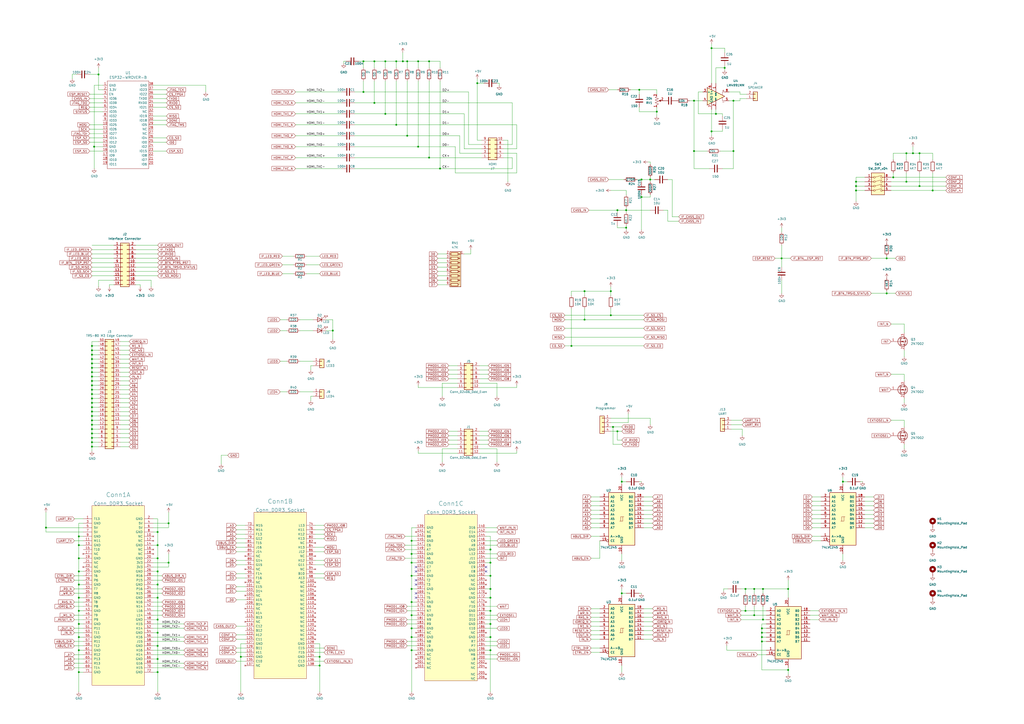
<source format=kicad_sch>
(kicad_sch (version 20250114) (generator "eeschema") (generator_version "9.0")
  (paper "A2")
  (title_block (title "TRS-IO++") (date "2023-10-06") (rev "1.1") (comment 2 "TRS-IO++ - Multi-Function Card for the TRS-80"))
  (lib_symbols
    (symbol "+3V3_1" (power) (pin_names (offset 0))
      (property "Value" "+3V3_1" (at 0 3.556 0))
      (symbol "+3V3_1_1_1"
        (pin power_in line (at 0 0 90) (length 0) (hide yes) (name "+3V3") (number "1"))
      )
    )
    (symbol "+3V3_11" (power) (pin_names (offset 0))
      (property "Value" "+3V3_11" (at 0 3.556 0))
      (symbol "+3V3_11_1_1"
        (pin power_in line (at 0 0 90) (length 0) (hide yes) (name "+3V3") (number "1"))
      )
    )
    (symbol "+3V3_2" (power) (pin_names (offset 0))
      (property "Value" "+3V3_2" (at 0 3.556 0))
      (symbol "+3V3_2_1_1"
        (pin power_in line (at 0 0 90) (length 0) (hide yes) (name "+3V3") (number "1"))
      )
    )
    (symbol "+3V3_3" (power) (pin_names (offset 0))
      (property "Value" "+3V3_3" (at 0 3.556 0))
      (symbol "+3V3_3_1_1"
        (pin power_in line (at 0 0 90) (length 0) (hide yes) (name "+3V3") (number "1"))
      )
    )
    (symbol "+3V3_5" (power) (pin_names (offset 0))
      (property "Value" "+3V3_5" (at 0 3.556 0))
      (symbol "+3V3_5_1_1"
        (pin power_in line (at 0 0 90) (length 0) (hide yes) (name "+3V3") (number "1"))
      )
    )
    (symbol "+3V3_6" (power) (pin_names (offset 0))
      (property "Value" "+3V3_6" (at 0 3.556 0))
      (symbol "+3V3_6_1_1"
        (pin power_in line (at 0 0 90) (length 0) (hide yes) (name "+3V3") (number "1"))
      )
    )
    (symbol "+3V3_7" (power) (pin_names (offset 0))
      (property "Value" "+3V3_7" (at 0 3.556 0))
      (symbol "+3V3_7_1_1"
        (pin power_in line (at 0 0 90) (length 0) (hide yes) (name "+3V3") (number "1"))
      )
    )
    (symbol "+3V3_8" (power) (pin_names (offset 0))
      (property "Value" "+3V3_8" (at 0 3.556 0))
      (symbol "+3V3_8_1_1"
        (pin power_in line (at 0 0 90) (length 0) (hide yes) (name "+3V3") (number "1"))
      )
    )
    (symbol "+3V3_9" (power) (pin_names (offset 0))
      (property "Value" "+3V3_9" (at 0 3.556 0))
      (symbol "+3V3_9_1_1"
        (pin power_in line (at 0 0 90) (length 0) (hide yes) (name "+3V3") (number "1"))
      )
    )
    (symbol "+5V_1" (power) (pin_names (offset 0))
      (property "Value" "+5V_1" (at 0 3.556 0))
      (symbol "+5V_1_1_1"
        (pin power_in line (at 0 0 90) (length 0) (hide yes) (name "+5V") (number "1"))
      )
    )
    (symbol "74xx:74HC245" (pin_names (offset 1.016))
      (property "Reference" "U" (at -7.62 16.51 0))
      (property "Value" "74HC245" (at -7.62 -16.51 0))
      (symbol "74HC245_1_0"
        (pin tri_state line (at -12.7 12.7 0) (length 5.08) (name "A0") (number "2"))
        (pin tri_state line (at -12.7 10.16 0) (length 5.08) (name "A1") (number "3"))
        (pin tri_state line (at -12.7 7.62 0) (length 5.08) (name "A2") (number "4"))
        (pin tri_state line (at -12.7 5.08 0) (length 5.08) (name "A3") (number "5"))
        (pin tri_state line (at -12.7 2.54 0) (length 5.08) (name "A4") (number "6"))
        (pin tri_state line (at -12.7 0 0) (length 5.08) (name "A5") (number "7"))
        (pin tri_state line (at -12.7 -2.54 0) (length 5.08) (name "A6") (number "8"))
        (pin tri_state line (at -12.7 -5.08 0) (length 5.08) (name "A7") (number "9"))
        (pin input line (at -12.7 -10.16 0) (length 5.08) (name "A->B") (number "1"))
        (pin input inverted (at -12.7 -12.7 0) (length 5.08) (name "CE") (number "19"))
        (pin power_in line (at 0 20.32 270) (length 5.08) (name "VCC") (number "20"))
        (pin power_in line (at 0 -20.32 90) (length 5.08) (name "GND") (number "10"))
        (pin tri_state line (at 12.7 12.7 180) (length 5.08) (name "B0") (number "18"))
        (pin tri_state line (at 12.7 10.16 180) (length 5.08) (name "B1") (number "17"))
        (pin tri_state line (at 12.7 7.62 180) (length 5.08) (name "B2") (number "16"))
        (pin tri_state line (at 12.7 5.08 180) (length 5.08) (name "B3") (number "15"))
        (pin tri_state line (at 12.7 2.54 180) (length 5.08) (name "B4") (number "14"))
        (pin tri_state line (at 12.7 0 180) (length 5.08) (name "B5") (number "13"))
        (pin tri_state line (at 12.7 -2.54 180) (length 5.08) (name "B6") (number "12"))
        (pin tri_state line (at 12.7 -5.08 180) (length 5.08) (name "B7") (number "11"))
      )
    )
    (symbol "Amplifier_Audio:LM4990MM" (pin_names (offset 0.127))
      (property "Reference" "U4" (at 11.43 8.9602 0))
      (property "Value" "LM4991MM" (at 11.43 6.4202 0))
      (symbol "LM4990MM_1_1"
        (pin input line (at -7.62 2.54 0) (length 2.54) (name "+") (number "3"))
        (pin input line (at -7.62 -2.54 0) (length 2.54) (name "-") (number "4"))
        (pin power_in line (at -2.54 7.62 270) (length 3.81) (name "V+") (number "6"))
        (pin power_in line (at -2.54 -7.62 90) (length 3.81) (name "GND") (number "7"))
        (pin input line (at 0 7.62 270) (length 5.08) (name "SHDN") (number "1"))
        (pin input line (at 0 -7.62 90) (length 5.08) (name "BYP") (number "2"))
        (pin output line (at 7.62 2.54 180) (length 2.54) (name "~") (number "8"))
        (pin output line (at 7.62 -2.54 180) (length 2.54) (name "~") (number "5"))
      )
    )
    (symbol "Conn_DDR3_Socket_1" (pin_names (offset 1.016))
      (property "Reference" "Conn" (at 0 0 0))
      (property "Value" "Conn_DDR3_Socket_1" (at 0 -3.81 0))
      (symbol "Conn_DDR3_Socket_1_1_1"
        (pin bidirectional line (at -20.32 -15.24 0) (length 5.08) (name "T13") (number "1"))
        (pin power_in line (at -20.32 -17.78 0) (length 5.08) (name "GND") (number "3"))
        (pin power_in line (at -20.32 -20.32 0) (length 5.08) (name "5V") (number "5"))
        (pin power_in line (at -20.32 -22.86 0) (length 5.08) (name "5V") (number "7"))
        (pin power_in line (at -20.32 -25.4 0) (length 5.08) (name "GND") (number "9"))
        (pin bidirectional line (at -20.32 -27.94 0) (length 5.08) (name "M11") (number "11"))
        (pin power_in line (at -20.32 -30.48 0) (length 5.08) (name "GND") (number "13"))
        (pin bidirectional line (at -20.32 -33.02 0) (length 5.08) (name "T10") (number "15"))
        (pin no_connect line (at -20.32 -35.56 0) (length 5.08) (name "NC") (number "17"))
        (pin power_in line (at -20.32 -38.1 0) (length 5.08) (name "GND") (number "19"))
        (pin input line (at -20.32 -40.64 0) (length 5.08) (name "NC") (number "21"))
        (pin no_connect line (at -20.32 -43.18 0) (length 5.08) (name "NC") (number "23"))
        (pin power_in line (at -20.32 -45.72 0) (length 5.08) (name "GND") (number "25"))
        (pin bidirectional line (at -20.32 -48.26 0) (length 5.08) (name "T6") (number "27"))
        (pin bidirectional line (at -20.32 -50.8 0) (length 5.08) (name "P6") (number "29"))
        (pin power_in line (at -20.32 -53.34 0) (length 5.08) (name "GND") (number "31"))
        (pin bidirectional line (at -20.32 -55.88 0) (length 5.08) (name "T7") (number "33"))
        (pin bidirectional line (at -20.32 -58.42 0) (length 5.08) (name "R8") (number "35"))
        (pin power_in line (at -20.32 -60.96 0) (length 5.08) (name "GND") (number "37"))
        (pin bidirectional line (at -20.32 -63.5 0) (length 5.08) (name "T8") (number "39"))
        (pin bidirectional line (at -20.32 -66.04 0) (length 5.08) (name "P8") (number "41"))
        (pin power_in line (at -20.32 -68.58 0) (length 5.08) (name "GND") (number "43"))
        (pin bidirectional line (at -20.32 -71.12 0) (length 5.08) (name "T9") (number "45"))
        (pin bidirectional line (at -20.32 -73.66 0) (length 5.08) (name "P9") (number "47"))
        (pin power_in line (at -20.32 -76.2 0) (length 5.08) (name "GND") (number "49"))
        (pin bidirectional line (at -20.32 -78.74 0) (length 5.08) (name "P11") (number "51"))
        (pin bidirectional line (at -20.32 -81.28 0) (length 5.08) (name "T11") (number "53"))
        (pin power_in line (at -20.32 -83.82 0) (length 5.08) (name "GND") (number "55"))
        (pin bidirectional line (at -20.32 -86.36 0) (length 5.08) (name "R11") (number "57"))
        (pin bidirectional line (at -20.32 -88.9 0) (length 5.08) (name "T12") (number "59"))
        (pin power_in line (at -20.32 -91.44 0) (length 5.08) (name "GND") (number "61"))
        (pin bidirectional line (at -20.32 -93.98 0) (length 5.08) (name "R12") (number "63"))
        (pin bidirectional line (at -20.32 -96.52 0) (length 5.08) (name "P13") (number "65"))
        (pin bidirectional line (at -20.32 -99.06 0) (length 5.08) (name "R13") (number "67"))
        (pin bidirectional line (at -20.32 -101.6 0) (length 5.08) (name "T14") (number "69"))
        (pin power_in line (at -20.32 -104.14 0) (length 5.08) (name "GND") (number "71"))
        (pin power_in line (at 20.32 -15.24 180) (length 5.08) (name "GND") (number "2"))
        (pin power_in line (at 20.32 -17.78 180) (length 5.08) (name "5V") (number "4"))
        (pin power_in line (at 20.32 -20.32 180) (length 5.08) (name "5V") (number "6"))
        (pin power_in line (at 20.32 -22.86 180) (length 5.08) (name "GND") (number "8"))
        (pin no_connect line (at 20.32 -25.4 180) (length 5.08) (name "NC") (number "10"))
        (pin no_connect line (at 20.32 -27.94 180) (length 5.08) (name "NC") (number "12"))
        (pin power_in line (at 20.32 -30.48 180) (length 5.08) (name "GND") (number "14"))
        (pin no_connect line (at 20.32 -33.02 180) (length 5.08) (name "NC") (number "16"))
        (pin no_connect line (at 20.32 -35.56 180) (length 5.08) (name "NC") (number "18"))
        (pin power_in line (at 20.32 -38.1 180) (length 5.08) (name "GND") (number "20"))
        (pin power_in line (at 20.32 -40.64 180) (length 5.08) (name "3V3") (number "22"))
        (pin power_in line (at 20.32 -43.18 180) (length 5.08) (name "3V3") (number "24"))
        (pin power_in line (at 20.32 -45.72 180) (length 5.08) (name "GND") (number "26"))
        (pin bidirectional line (at 20.32 -48.26 180) (length 5.08) (name "R16") (number "28"))
        (pin bidirectional line (at 20.32 -50.8 180) (length 5.08) (name "P15") (number "30"))
        (pin power_in line (at 20.32 -53.34 180) (length 5.08) (name "GND") (number "32"))
        (pin bidirectional line (at 20.32 -55.88 180) (length 5.08) (name "P16") (number "34"))
        (pin bidirectional line (at 20.32 -58.42 180) (length 5.08) (name "N15") (number "36"))
        (pin power_in line (at 20.32 -60.96 180) (length 5.08) (name "GND") (number "38"))
        (pin bidirectional line (at 20.32 -63.5 180) (length 5.08) (name "N16") (number "40"))
        (pin bidirectional line (at 20.32 -66.04 180) (length 5.08) (name "N14") (number "42"))
        (pin bidirectional line (at 20.32 -68.58 180) (length 5.08) (name "L16") (number "44"))
        (pin bidirectional line (at 20.32 -71.12 180) (length 5.08) (name "L14") (number "46"))
        (pin power_in line (at 20.32 -73.66 180) (length 5.08) (name "GND") (number "48"))
        (pin bidirectional line (at 20.32 -76.2 180) (length 5.08) (name "K15") (number "50"))
        (pin bidirectional line (at 20.32 -78.74 180) (length 5.08) (name "K14") (number "52"))
        (pin power_in line (at 20.32 -81.28 180) (length 5.08) (name "GND") (number "54"))
        (pin bidirectional line (at 20.32 -83.82 180) (length 5.08) (name "K16") (number "56"))
        (pin bidirectional line (at 20.32 -86.36 180) (length 5.08) (name "J15") (number "58"))
        (pin power_in line (at 20.32 -88.9 180) (length 5.08) (name "GND") (number "60"))
        (pin bidirectional line (at 20.32 -91.44 180) (length 5.08) (name "H16") (number "62"))
        (pin bidirectional line (at 20.32 -93.98 180) (length 5.08) (name "H14") (number "64"))
        (pin power_in line (at 20.32 -96.52 180) (length 5.08) (name "GND") (number "66"))
        (pin bidirectional line (at 20.32 -99.06 180) (length 5.08) (name "G16") (number "68"))
        (pin bidirectional line (at 20.32 -101.6 180) (length 5.08) (name "H15") (number "70"))
        (pin power_in line (at 20.32 -104.14 180) (length 5.08) (name "GND") (number "72"))
      )
      (symbol "Conn_DDR3_Socket_1_2_1"
        (pin bidirectional line (at -20.32 -15.24 0) (length 5.08) (name "M15") (number "73"))
        (pin bidirectional line (at -20.32 -17.78 0) (length 5.08) (name "M14") (number "75"))
        (pin bidirectional line (at -20.32 -20.32 0) (length 5.08) (name "F13") (number "77"))
        (pin bidirectional line (at -20.32 -22.86 0) (length 5.08) (name "G12") (number "79"))
        (pin bidirectional line (at -20.32 -25.4 0) (length 5.08) (name "T15") (number "81"))
        (pin bidirectional line (at -20.32 -27.94 0) (length 5.08) (name "J16") (number "83"))
        (pin bidirectional line (at -20.32 -30.48 0) (length 5.08) (name "J14") (number "85"))
        (pin no_connect line (at -20.32 -33.02 0) (length 5.08) (name "NC") (number "87"))
        (pin bidirectional line (at -20.32 -35.56 0) (length 5.08) (name "G14") (number "89"))
        (pin bidirectional line (at -20.32 -38.1 0) (length 5.08) (name "G15") (number "91"))
        (pin no_connect line (at -20.32 -40.64 0) (length 5.08) (name "NC") (number "93"))
        (pin bidirectional line (at -20.32 -43.18 0) (length 5.08) (name "F14") (number "95"))
        (pin bidirectional line (at -20.32 -45.72 0) (length 5.08) (name "F16") (number "97"))
        (pin no_connect line (at -20.32 -48.26 0) (length 5.08) (name "NC") (number "99"))
        (pin bidirectional line (at -20.32 -50.8 0) (length 5.08) (name "E15") (number "101"))
        (pin bidirectional line (at -20.32 -53.34 0) (length 5.08) (name "D14") (number "103"))
        (pin no_connect line (at -20.32 -55.88 0) (length 5.08) (name "NC") (number "105"))
        (pin bidirectional line (at -20.32 -58.42 0) (length 5.08) (name "A15") (number "107"))
        (pin bidirectional line (at -20.32 -60.96 0) (length 5.08) (name "B14") (number "109"))
        (pin no_connect line (at -20.32 -63.5 0) (length 5.08) (name "NC") (number "111"))
        (pin bidirectional line (at -20.32 -66.04 0) (length 5.08) (name "A14") (number "113"))
        (pin bidirectional line (at -20.32 -68.58 0) (length 5.08) (name "B13") (number "115"))
        (pin no_connect line (at -20.32 -71.12 0) (length 5.08) (name "NC") (number "117"))
        (pin bidirectional line (at -20.32 -73.66 0) (length 5.08) (name "C12") (number "119"))
        (pin bidirectional line (at -20.32 -76.2 0) (length 5.08) (name "B12") (number "121"))
        (pin bidirectional line (at -20.32 -78.74 0) (length 5.08) (name "A12") (number "123"))
        (pin bidirectional line (at -20.32 -81.28 0) (length 5.08) (name "C11") (number "125"))
        (pin power_in line (at -20.32 -83.82 0) (length 5.08) (name "GND") (number "127"))
        (pin bidirectional line (at -20.32 -86.36 0) (length 5.08) (name "B11") (number "129"))
        (pin bidirectional line (at -20.32 -88.9 0) (length 5.08) (name "A11") (number "131"))
        (pin power_in line (at -20.32 -91.44 0) (length 5.08) (name "GND") (number "133"))
        (pin bidirectional line (at -20.32 -93.98 0) (length 5.08) (name "C10") (number "135"))
        (pin no_connect line (at -20.32 -96.52 0) (length 5.08) (name "NC") (number "137"))
        (pin bidirectional line (at 20.32 -15.24 180) (length 5.08) (name "L13") (number "74"))
        (pin bidirectional line (at 20.32 -17.78 180) (length 5.08) (name "K11") (number "76"))
        (pin bidirectional line (at 20.32 -20.32 180) (length 5.08) (name "K12") (number "78"))
        (pin bidirectional line (at 20.32 -22.86 180) (length 5.08) (name "K13") (number "80"))
        (pin no_connect line (at 20.32 -25.4 180) (length 5.08) (name "NC") (number "82"))
        (pin bidirectional line (at 20.32 -27.94 180) (length 5.08) (name "H13") (number "84"))
        (pin bidirectional line (at 20.32 -30.48 180) (length 5.08) (name "J12") (number "86"))
        (pin no_connect line (at 20.32 -33.02 180) (length 5.08) (name "NC") (number "88"))
        (pin bidirectional line (at 20.32 -35.56 180) (length 5.08) (name "H12") (number "90"))
        (pin bidirectional line (at 20.32 -38.1 180) (length 5.08) (name "G11") (number "92"))
        (pin no_connect line (at 20.32 -40.64 180) (length 5.08) (name "NC") (number "94"))
        (pin bidirectional line (at 20.32 -43.18 180) (length 5.08) (name "B10") (number "96"))
        (pin bidirectional line (at 20.32 -45.72 180) (length 5.08) (name "A13") (number "98"))
        (pin no_connect line (at 20.32 -48.26 180) (length 5.08) (name "NC") (number "100"))
        (pin no_connect line (at 20.32 -50.8 180) (length 5.08) (name "NC") (number "102"))
        (pin no_connect line (at 20.32 -53.34 180) (length 5.08) (name "NC") (number "104"))
        (pin no_connect line (at 20.32 -55.88 180) (length 5.08) (name "NC") (number "106"))
        (pin no_connect line (at 20.32 -58.42 180) (length 5.08) (name "NC") (number "108"))
        (pin no_connect line (at 20.32 -60.96 180) (length 5.08) (name "NC") (number "110"))
        (pin no_connect line (at 20.32 -63.5 180) (length 5.08) (name "NC") (number "112"))
        (pin no_connect line (at 20.32 -66.04 180) (length 5.08) (name "NC") (number "114"))
        (pin no_connect line (at 20.32 -68.58 180) (length 5.08) (name "NC") (number "116"))
        (pin no_connect line (at 20.32 -71.12 180) (length 5.08) (name "NC") (number "118"))
        (pin no_connect line (at 20.32 -73.66 180) (length 5.08) (name "NC") (number "120"))
        (pin no_connect line (at 20.32 -76.2 180) (length 5.08) (name "NC") (number "122"))
        (pin no_connect line (at 20.32 -78.74 180) (length 5.08) (name "NC") (number "124"))
        (pin no_connect line (at 20.32 -81.28 180) (length 5.08) (name "NC") (number "126"))
        (pin power_in line (at 20.32 -83.82 180) (length 5.08) (name "GND") (number "128"))
        (pin bidirectional line (at 20.32 -86.36 180) (length 5.08) (name "E15") (number "130"))
        (pin bidirectional line (at 20.32 -88.9 180) (length 5.08) (name "F15") (number "132"))
        (pin power_in line (at 20.32 -91.44 180) (length 5.08) (name "GND") (number "134"))
        (pin bidirectional line (at 20.32 -93.98 180) (length 5.08) (name "C13") (number "136"))
        (pin power_in line (at 20.32 -96.52 180) (length 5.08) (name "GND") (number "138"))
      )
      (symbol "Conn_DDR3_Socket_1_3_1"
        (pin power_in line (at -20.32 -15.24 0) (length 5.08) (name "GND") (number "139"))
        (pin no_connect line (at -20.32 -17.78 0) (length 5.08) (name "NC") (number "141"))
        (pin bidirectional line (at -20.32 -20.32 0) (length 5.08) (name "B8") (number "143"))
        (pin power_in line (at -20.32 -22.86 0) (length 5.08) (name "GND") (number "145"))
        (pin bidirectional line (at -20.32 -25.4 0) (length 5.08) (name "C6") (number "147"))
        (pin bidirectional line (at -20.32 -27.94 0) (length 5.08) (name "A7") (number "149"))
        (pin power_in line (at -20.32 -30.48 0) (length 5.08) (name "GND") (number "151"))
        (pin bidirectional line (at -20.32 -33.02 0) (length 5.08) (name "A6") (number "153"))
        (pin power_in line (at -20.32 -35.56 0) (length 5.08) (name "GND") (number "155"))
        (pin bidirectional line (at -20.32 -38.1 0) (length 5.08) (name "C7") (number "157"))
        (pin bidirectional line (at -20.32 -40.64 0) (length 5.08) (name "D7") (number "159"))
        (pin power_in line (at -20.32 -43.18 0) (length 5.08) (name "GND") (number "161"))
        (pin bidirectional line (at -20.32 -45.72 0) (length 5.08) (name "T2") (number "163"))
        (pin bidirectional line (at -20.32 -48.26 0) (length 5.08) (name "T3") (number "165"))
        (pin power_in line (at -20.32 -50.8 0) (length 5.08) (name "GND") (number "167"))
        (pin bidirectional line (at -20.32 -53.34 0) (length 5.08) (name "T4") (number "169"))
        (pin bidirectional line (at -20.32 -55.88 0) (length 5.08) (name "T5") (number "171"))
        (pin power_in line (at -20.32 -58.42 0) (length 5.08) (name "GND") (number "173"))
        (pin bidirectional line (at -20.32 -60.96 0) (length 5.08) (name "N6") (number "175"))
        (pin bidirectional line (at -20.32 -63.5 0) (length 5.08) (name "N7") (number "177"))
        (pin power_in line (at -20.32 -66.04 0) (length 5.08) (name "GND") (number "179"))
        (pin bidirectional line (at -20.32 -68.58 0) (length 5.08) (name "N9") (number "181"))
        (pin bidirectional line (at -20.32 -71.12 0) (length 5.08) (name "R9") (number "183"))
        (pin power_in line (at -20.32 -73.66 0) (length 5.08) (name "GND") (number "185"))
        (pin no_connect line (at -20.32 -76.2 0) (length 5.08) (name "NC") (number "187"))
        (pin power_in line (at -20.32 -78.74 0) (length 5.08) (name "GND") (number "189"))
        (pin bidirectional line (at -20.32 -81.28 0) (length 5.08) (name "N8") (number "191"))
        (pin bidirectional line (at -20.32 -83.82 0) (length 5.08) (name "L9") (number "193"))
        (pin power_in line (at -20.32 -86.36 0) (length 5.08) (name "GND") (number "195"))
        (pin no_connect line (at -20.32 -88.9 0) (length 5.08) (name "NC") (number "197"))
        (pin no_connect line (at -20.32 -91.44 0) (length 5.08) (name "NC") (number "199"))
        (pin no_connect line (at -20.32 -93.98 0) (length 5.08) (name "NC") (number "201"))
        (pin no_connect line (at -20.32 -96.52 0) (length 5.08) (name "NC") (number "203"))
        (pin bidirectional line (at 20.32 -15.24 180) (length 5.08) (name "D16") (number "140"))
        (pin bidirectional line (at 20.32 -17.78 180) (length 5.08) (name "E14") (number "142"))
        (pin power_in line (at 20.32 -20.32 180) (length 5.08) (name "GND") (number "144"))
        (pin bidirectional line (at 20.32 -22.86 180) (length 5.08) (name "C9") (number "146"))
        (pin bidirectional line (at 20.32 -25.4 180) (length 5.08) (name "A9") (number "148"))
        (pin power_in line (at 20.32 -27.94 180) (length 5.08) (name "GND") (number "150"))
        (pin bidirectional line (at 20.32 -30.48 180) (length 5.08) (name "L12") (number "152"))
        (pin bidirectional line (at 20.32 -33.02 180) (length 5.08) (name "J11") (number "154"))
        (pin power_in line (at 20.32 -35.56 180) (length 5.08) (name "GND") (number "156"))
        (pin bidirectional line (at 20.32 -38.1 180) (length 5.08) (name "E9") (number "158"))
        (pin bidirectional line (at 20.32 -40.64 180) (length 5.08) (name "E8") (number "160"))
        (pin power_in line (at 20.32 -43.18 180) (length 5.08) (name "GND") (number "162"))
        (pin no_connect line (at 20.32 -45.72 180) (length 5.08) (name "NC") (number "164"))
        (pin no_connect line (at 20.32 -48.26 180) (length 5.08) (name "NC") (number "166"))
        (pin power_in line (at 20.32 -50.8 180) (length 5.08) (name "GND") (number "168"))
        (pin no_connect line (at 20.32 -53.34 180) (length 5.08) (name "NC") (number "170"))
        (pin power_in line (at 20.32 -55.88 180) (length 5.08) (name "GND") (number "172"))
        (pin no_connect line (at 20.32 -58.42 180) (length 5.08) (name "NC") (number "174"))
        (pin bidirectional line (at 20.32 -60.96 180) (length 5.08) (name "F10") (number "176"))
        (pin power_in line (at 20.32 -63.5 180) (length 5.08) (name "GND") (number "178"))
        (pin bidirectional line (at 20.32 -66.04 180) (length 5.08) (name "D11") (number "180"))
        (pin bidirectional line (at 20.32 -68.58 180) (length 5.08) (name "D10") (number "182"))
        (pin power_in line (at 20.32 -71.12 180) (length 5.08) (name "GND") (number "184"))
        (pin bidirectional line (at 20.32 -73.66 180) (length 5.08) (name "E10") (number "186"))
        (pin no_connect line (at 20.32 -76.2 180) (length 5.08) (name "NC") (number "188"))
        (pin power_in line (at 20.32 -78.74 180) (length 5.08) (name "GND") (number "190"))
        (pin bidirectional line (at 20.32 -81.28 180) (length 5.08) (name "R7") (number "192"))
        (pin bidirectional line (at 20.32 -83.82 180) (length 5.08) (name "P7") (number "194"))
        (pin power_in line (at 20.32 -86.36 180) (length 5.08) (name "GND") (number "196"))
        (pin bidirectional line (at 20.32 -88.9 180) (length 5.08) (name "M6") (number "198"))
        (pin bidirectional line (at 20.32 -91.44 180) (length 5.08) (name "L8") (number "200"))
        (pin no_connect line (at 20.32 -93.98 180) (length 5.08) (name "NC") (number "202"))
        (pin no_connect line (at 20.32 -96.52 180) (length 5.08) (name "NC") (number "204"))
        (pin no_connect line (at 20.32 -100.33 180) (length 5.08) (name "NC") (number "205"))
        (pin no_connect line (at 20.32 -102.87 180) (length 5.08) (name "NC") (number "206"))
      )
    )
    (symbol "Connector_Generic:Conn_01x02" (pin_names (offset 1.016) (hide yes))
      (property "Reference" "J" (at 0 2.54 0))
      (property "Value" "Conn_01x02" (at 0 -5.08 0))
      (symbol "Conn_01x02_1_1"
        (pin passive line (at -5.08 0 0) (length 3.81) (name "Pin_1") (number "1"))
        (pin passive line (at -5.08 -2.54 0) (length 3.81) (name "Pin_2") (number "2"))
      )
    )
    (symbol "Connector_Generic:Conn_01x03" (pin_names (offset 1.016) (hide yes))
      (property "Reference" "J" (at 0 5.08 0))
      (property "Value" "Conn_01x03" (at 0 -5.08 0))
      (symbol "Conn_01x03_1_1"
        (pin passive line (at -5.08 2.54 0) (length 3.81) (name "Pin_1") (number "1"))
        (pin passive line (at -5.08 0 0) (length 3.81) (name "Pin_2") (number "2"))
        (pin passive line (at -5.08 -2.54 0) (length 3.81) (name "Pin_3") (number "3"))
      )
    )
    (symbol "Connector_Generic:Conn_01x04" (pin_names (offset 1.016) (hide yes))
      (property "Reference" "J" (at 0 5.08 0))
      (property "Value" "Conn_01x04" (at 0 -7.62 0))
      (symbol "Conn_01x04_1_1"
        (pin passive line (at -5.08 2.54 0) (length 3.81) (name "Pin_1") (number "1"))
        (pin passive line (at -5.08 0 0) (length 3.81) (name "Pin_2") (number "2"))
        (pin passive line (at -5.08 -2.54 0) (length 3.81) (name "Pin_3") (number "3"))
        (pin passive line (at -5.08 -5.08 0) (length 3.81) (name "Pin_4") (number "4"))
      )
    )
    (symbol "Connector_Generic:Conn_02x05_Odd_Even" (pin_names (offset 1.016) (hide yes))
      (property "Reference" "J" (at 1.27 7.62 0))
      (property "Value" "Conn_02x05_Odd_Even" (at 1.27 -7.62 0))
      (symbol "Conn_02x05_Odd_Even_1_1"
        (pin passive line (at -5.08 5.08 0) (length 3.81) (name "Pin_1") (number "1"))
        (pin passive line (at -5.08 2.54 0) (length 3.81) (name "Pin_3") (number "3"))
        (pin passive line (at -5.08 0 0) (length 3.81) (name "Pin_5") (number "5"))
        (pin passive line (at -5.08 -2.54 0) (length 3.81) (name "Pin_7") (number "7"))
        (pin passive line (at -5.08 -5.08 0) (length 3.81) (name "Pin_9") (number "9"))
        (pin passive line (at 7.62 5.08 180) (length 3.81) (name "Pin_2") (number "2"))
        (pin passive line (at 7.62 2.54 180) (length 3.81) (name "Pin_4") (number "4"))
        (pin passive line (at 7.62 0 180) (length 3.81) (name "Pin_6") (number "6"))
        (pin passive line (at 7.62 -2.54 180) (length 3.81) (name "Pin_8") (number "8"))
        (pin passive line (at 7.62 -5.08 180) (length 3.81) (name "Pin_10") (number "10"))
      )
    )
    (symbol "Connector_Generic:Conn_02x06_Odd_Even" (pin_names (offset 1.016) (hide yes))
      (property "Reference" "J" (at 1.27 7.62 0))
      (property "Value" "Conn_02x06_Odd_Even" (at 1.27 -10.16 0))
      (symbol "Conn_02x06_Odd_Even_1_1"
        (pin passive line (at -5.08 5.08 0) (length 3.81) (name "Pin_1") (number "1"))
        (pin passive line (at -5.08 2.54 0) (length 3.81) (name "Pin_3") (number "3"))
        (pin passive line (at -5.08 0 0) (length 3.81) (name "Pin_5") (number "5"))
        (pin passive line (at -5.08 -2.54 0) (length 3.81) (name "Pin_7") (number "7"))
        (pin passive line (at -5.08 -5.08 0) (length 3.81) (name "Pin_9") (number "9"))
        (pin passive line (at -5.08 -7.62 0) (length 3.81) (name "Pin_11") (number "11"))
        (pin passive line (at 7.62 5.08 180) (length 3.81) (name "Pin_2") (number "2"))
        (pin passive line (at 7.62 2.54 180) (length 3.81) (name "Pin_4") (number "4"))
        (pin passive line (at 7.62 0 180) (length 3.81) (name "Pin_6") (number "6"))
        (pin passive line (at 7.62 -2.54 180) (length 3.81) (name "Pin_8") (number "8"))
        (pin passive line (at 7.62 -5.08 180) (length 3.81) (name "Pin_10") (number "10"))
        (pin passive line (at 7.62 -7.62 180) (length 3.81) (name "Pin_12") (number "12"))
      )
    )
    (symbol "Connector_Generic:Conn_02x10_Odd_Even" (pin_names (offset 1.016) (hide yes))
      (property "Reference" "J" (at 1.27 12.7 0))
      (property "Value" "Conn_02x10_Odd_Even" (at 1.27 -15.24 0))
      (symbol "Conn_02x10_Odd_Even_1_1"
        (pin passive line (at -5.08 10.16 0) (length 3.81) (name "Pin_1") (number "1"))
        (pin passive line (at -5.08 7.62 0) (length 3.81) (name "Pin_3") (number "3"))
        (pin passive line (at -5.08 5.08 0) (length 3.81) (name "Pin_5") (number "5"))
        (pin passive line (at -5.08 2.54 0) (length 3.81) (name "Pin_7") (number "7"))
        (pin passive line (at -5.08 0 0) (length 3.81) (name "Pin_9") (number "9"))
        (pin passive line (at -5.08 -2.54 0) (length 3.81) (name "Pin_11") (number "11"))
        (pin passive line (at -5.08 -5.08 0) (length 3.81) (name "Pin_13") (number "13"))
        (pin passive line (at -5.08 -7.62 0) (length 3.81) (name "Pin_15") (number "15"))
        (pin passive line (at -5.08 -10.16 0) (length 3.81) (name "Pin_17") (number "17"))
        (pin passive line (at -5.08 -12.7 0) (length 3.81) (name "Pin_19") (number "19"))
        (pin passive line (at 7.62 10.16 180) (length 3.81) (name "Pin_2") (number "2"))
        (pin passive line (at 7.62 7.62 180) (length 3.81) (name "Pin_4") (number "4"))
        (pin passive line (at 7.62 5.08 180) (length 3.81) (name "Pin_6") (number "6"))
        (pin passive line (at 7.62 2.54 180) (length 3.81) (name "Pin_8") (number "8"))
        (pin passive line (at 7.62 0 180) (length 3.81) (name "Pin_10") (number "10"))
        (pin passive line (at 7.62 -2.54 180) (length 3.81) (name "Pin_12") (number "12"))
        (pin passive line (at 7.62 -5.08 180) (length 3.81) (name "Pin_14") (number "14"))
        (pin passive line (at 7.62 -7.62 180) (length 3.81) (name "Pin_16") (number "16"))
        (pin passive line (at 7.62 -10.16 180) (length 3.81) (name "Pin_18") (number "18"))
        (pin passive line (at 7.62 -12.7 180) (length 3.81) (name "Pin_20") (number "20"))
      )
    )
    (symbol "Connector_Generic:Conn_02x25_Odd_Even" (pin_names (offset 1.016) (hide yes))
      (property "Reference" "J" (at 1.27 33.02 0))
      (property "Value" "Conn_02x25_Odd_Even" (at 1.27 -33.02 0))
      (symbol "Conn_02x25_Odd_Even_1_1"
        (pin passive line (at -5.08 30.48 0) (length 3.81) (name "Pin_1") (number "1"))
        (pin passive line (at -5.08 27.94 0) (length 3.81) (name "Pin_3") (number "3"))
        (pin passive line (at -5.08 25.4 0) (length 3.81) (name "Pin_5") (number "5"))
        (pin passive line (at -5.08 22.86 0) (length 3.81) (name "Pin_7") (number "7"))
        (pin passive line (at -5.08 20.32 0) (length 3.81) (name "Pin_9") (number "9"))
        (pin passive line (at -5.08 17.78 0) (length 3.81) (name "Pin_11") (number "11"))
        (pin passive line (at -5.08 15.24 0) (length 3.81) (name "Pin_13") (number "13"))
        (pin passive line (at -5.08 12.7 0) (length 3.81) (name "Pin_15") (number "15"))
        (pin passive line (at -5.08 10.16 0) (length 3.81) (name "Pin_17") (number "17"))
        (pin passive line (at -5.08 7.62 0) (length 3.81) (name "Pin_19") (number "19"))
        (pin passive line (at -5.08 5.08 0) (length 3.81) (name "Pin_21") (number "21"))
        (pin passive line (at -5.08 2.54 0) (length 3.81) (name "Pin_23") (number "23"))
        (pin passive line (at -5.08 0 0) (length 3.81) (name "Pin_25") (number "25"))
        (pin passive line (at -5.08 -2.54 0) (length 3.81) (name "Pin_27") (number "27"))
        (pin passive line (at -5.08 -5.08 0) (length 3.81) (name "Pin_29") (number "29"))
        (pin passive line (at -5.08 -7.62 0) (length 3.81) (name "Pin_31") (number "31"))
        (pin passive line (at -5.08 -10.16 0) (length 3.81) (name "Pin_33") (number "33"))
        (pin passive line (at -5.08 -12.7 0) (length 3.81) (name "Pin_35") (number "35"))
        (pin passive line (at -5.08 -15.24 0) (length 3.81) (name "Pin_37") (number "37"))
        (pin passive line (at -5.08 -17.78 0) (length 3.81) (name "Pin_39") (number "39"))
        (pin passive line (at -5.08 -20.32 0) (length 3.81) (name "Pin_41") (number "41"))
        (pin passive line (at -5.08 -22.86 0) (length 3.81) (name "Pin_43") (number "43"))
        (pin passive line (at -5.08 -25.4 0) (length 3.81) (name "Pin_45") (number "45"))
        (pin passive line (at -5.08 -27.94 0) (length 3.81) (name "Pin_47") (number "47"))
        (pin passive line (at -5.08 -30.48 0) (length 3.81) (name "Pin_49") (number "49"))
        (pin passive line (at 7.62 30.48 180) (length 3.81) (name "Pin_2") (number "2"))
        (pin passive line (at 7.62 27.94 180) (length 3.81) (name "Pin_4") (number "4"))
        (pin passive line (at 7.62 25.4 180) (length 3.81) (name "Pin_6") (number "6"))
        (pin passive line (at 7.62 22.86 180) (length 3.81) (name "Pin_8") (number "8"))
        (pin passive line (at 7.62 20.32 180) (length 3.81) (name "Pin_10") (number "10"))
        (pin passive line (at 7.62 17.78 180) (length 3.81) (name "Pin_12") (number "12"))
        (pin passive line (at 7.62 15.24 180) (length 3.81) (name "Pin_14") (number "14"))
        (pin passive line (at 7.62 12.7 180) (length 3.81) (name "Pin_16") (number "16"))
        (pin passive line (at 7.62 10.16 180) (length 3.81) (name "Pin_18") (number "18"))
        (pin passive line (at 7.62 7.62 180) (length 3.81) (name "Pin_20") (number "20"))
        (pin passive line (at 7.62 5.08 180) (length 3.81) (name "Pin_22") (number "22"))
        (pin passive line (at 7.62 2.54 180) (length 3.81) (name "Pin_24") (number "24"))
        (pin passive line (at 7.62 0 180) (length 3.81) (name "Pin_26") (number "26"))
        (pin passive line (at 7.62 -2.54 180) (length 3.81) (name "Pin_28") (number "28"))
        (pin passive line (at 7.62 -5.08 180) (length 3.81) (name "Pin_30") (number "30"))
        (pin passive line (at 7.62 -7.62 180) (length 3.81) (name "Pin_32") (number "32"))
        (pin passive line (at 7.62 -10.16 180) (length 3.81) (name "Pin_34") (number "34"))
        (pin passive line (at 7.62 -12.7 180) (length 3.81) (name "Pin_36") (number "36"))
        (pin passive line (at 7.62 -15.24 180) (length 3.81) (name "Pin_38") (number "38"))
        (pin passive line (at 7.62 -17.78 180) (length 3.81) (name "Pin_40") (number "40"))
        (pin passive line (at 7.62 -20.32 180) (length 3.81) (name "Pin_42") (number "42"))
        (pin passive line (at 7.62 -22.86 180) (length 3.81) (name "Pin_44") (number "44"))
        (pin passive line (at 7.62 -25.4 180) (length 3.81) (name "Pin_46") (number "46"))
        (pin passive line (at 7.62 -27.94 180) (length 3.81) (name "Pin_48") (number "48"))
        (pin passive line (at 7.62 -30.48 180) (length 3.81) (name "Pin_50") (number "50"))
      )
    )
    (symbol "Device:C" (pin_numbers (hide yes)) (pin_names (offset 0.254))
      (property "Reference" "C" (at 0.635 2.54 0))
      (property "Value" "C" (at 0.635 -2.54 0))
      (symbol "C_1_1"
        (pin passive line (at 0 3.81 270) (length 2.794) (name "~") (number "1"))
        (pin passive line (at 0 -3.81 90) (length 2.794) (name "~") (number "2"))
      )
    )
    (symbol "Device:LED" (pin_numbers (hide yes)) (pin_names (offset 1.016) (hide yes))
      (property "Reference" "D" (at 0 2.54 0))
      (property "Value" "LED" (at 0 -2.54 0))
      (symbol "LED_1_1"
        (pin passive line (at -3.81 0 0) (length 2.54) (name "K") (number "1"))
        (pin passive line (at 3.81 0 180) (length 2.54) (name "A") (number "2"))
      )
    )
    (symbol "Device:R" (pin_numbers (hide yes)) (pin_names (offset 0))
      (property "Reference" "R" (at 2.032 0 90))
      (property "Value" "R" (at 0 0 90))
      (symbol "R_1_1"
        (pin passive line (at 0 3.81 270) (length 1.27) (name "~") (number "1"))
        (pin passive line (at 0 -3.81 90) (length 1.27) (name "~") (number "2"))
      )
    )
    (symbol "Device:R_Network08" (pin_names (offset 0) (hide yes))
      (property "Reference" "RN" (at -12.7 0 90))
      (property "Value" "R_Network08" (at 10.16 0 90))
      (symbol "R_Network08_1_1"
        (pin passive line (at -10.16 5.08 270) (length 2.54) (name "common") (number "1"))
        (pin passive line (at -10.16 -5.08 90) (length 1.27) (name "R1") (number "2"))
        (pin passive line (at -7.62 -5.08 90) (length 1.27) (name "R2") (number "3"))
        (pin passive line (at -5.08 -5.08 90) (length 1.27) (name "R3") (number "4"))
        (pin passive line (at -2.54 -5.08 90) (length 1.27) (name "R4") (number "5"))
        (pin passive line (at 0 -5.08 90) (length 1.27) (name "R5") (number "6"))
        (pin passive line (at 2.54 -5.08 90) (length 1.27) (name "R6") (number "7"))
        (pin passive line (at 5.08 -5.08 90) (length 1.27) (name "R7") (number "8"))
        (pin passive line (at 7.62 -5.08 90) (length 1.27) (name "R8") (number "9"))
      )
    )
    (symbol "Device:R_Potentiometer_US" (pin_names (offset 1.016) (hide yes))
      (property "Reference" "RV" (at -4.445 0 90))
      (property "Value" "R_Potentiometer_US" (at -2.54 0 90))
      (symbol "R_Potentiometer_US_1_1"
        (pin passive line (at 0 3.81 270) (length 1.27) (name "1") (number "1"))
        (pin passive line (at 0 -3.81 90) (length 1.27) (name "3") (number "3"))
        (pin passive line (at 3.81 0 180) (length 1.27) (name "2") (number "2"))
      )
    )
    (symbol "ESP32-WROVER-B:ESP32-WROVER-B" (pin_names (offset 1.016))
      (property "Reference" "U" (at -1.27 25.4 0))
      (property "Value" "ESP32-WROVER-B" (at 0 -27.94 0))
      (symbol "ESP32-WROVER-B_1_1"
        (pin power_in line (at -15.24 21.59 0) (length 2.54) (name "GND") (number "1"))
        (pin power_in line (at -15.24 19.05 0) (length 2.54) (name "3.3V") (number "2"))
        (pin input line (at -15.24 16.51 0) (length 2.54) (name "EN") (number "3"))
        (pin bidirectional line (at -15.24 13.97 0) (length 2.54) (name "IO36") (number "4"))
        (pin bidirectional line (at -15.24 11.43 0) (length 2.54) (name "IO39") (number "5"))
        (pin bidirectional line (at -15.24 8.89 0) (length 2.54) (name "IO34") (number "6"))
        (pin bidirectional line (at -15.24 6.35 0) (length 2.54) (name "IO35") (number "7"))
        (pin bidirectional line (at -15.24 3.81 0) (length 2.54) (name "IO32") (number "8"))
        (pin bidirectional line (at -15.24 1.27 0) (length 2.54) (name "IO33") (number "9"))
        (pin bidirectional line (at -15.24 -1.27 0) (length 2.54) (name "IO25") (number "10"))
        (pin bidirectional line (at -15.24 -3.81 0) (length 2.54) (name "IO26") (number "11"))
        (pin bidirectional line (at -15.24 -6.35 0) (length 2.54) (name "IO27") (number "12"))
        (pin bidirectional line (at -15.24 -8.89 0) (length 2.54) (name "IO14") (number "13"))
        (pin bidirectional line (at -15.24 -11.43 0) (length 2.54) (name "IO12") (number "14"))
        (pin power_in line (at -15.24 -13.97 0) (length 2.54) (name "GND") (number "15"))
        (pin bidirectional line (at -15.24 -16.51 0) (length 2.54) (name "IO13") (number "16"))
        (pin bidirectional line (at -15.24 -19.05 0) (length 2.54) (name "IO9") (number "17"))
        (pin bidirectional line (at -15.24 -21.59 0) (length 2.54) (name "IO10") (number "18"))
        (pin bidirectional line (at -15.24 -24.13 0) (length 2.54) (name "IO11") (number "19"))
        (pin power_in line (at 13.97 21.59 180) (length 2.54) (name "GND") (number "38"))
        (pin bidirectional line (at 13.97 19.05 180) (length 2.54) (name "IO23") (number "37"))
        (pin bidirectional line (at 13.97 16.51 180) (length 2.54) (name "IO22") (number "36"))
        (pin output line (at 13.97 13.97 180) (length 2.54) (name "TXD0") (number "35"))
        (pin input line (at 13.97 11.43 180) (length 2.54) (name "RXD0") (number "34"))
        (pin bidirectional line (at 13.97 8.89 180) (length 2.54) (name "IO21") (number "33"))
        (pin bidirectional line (at 13.97 6.35 180) (length 2.54) (name "NC") (number "32"))
        (pin bidirectional line (at 13.97 3.81 180) (length 2.54) (name "IO19") (number "31"))
        (pin bidirectional line (at 13.97 1.27 180) (length 2.54) (name "IO18") (number "30"))
        (pin bidirectional line (at 13.97 -1.27 180) (length 2.54) (name "IO5") (number "29"))
        (pin bidirectional line (at 13.97 -3.81 180) (length 2.54) (name "NC") (number "28"))
        (pin bidirectional line (at 13.97 -6.35 180) (length 2.54) (name "NC") (number "27"))
        (pin bidirectional line (at 13.97 -8.89 180) (length 2.54) (name "IO4") (number "26"))
        (pin bidirectional line (at 13.97 -11.43 180) (length 2.54) (name "IO0") (number "25"))
        (pin bidirectional line (at 13.97 -13.97 180) (length 2.54) (name "IO2") (number "24"))
        (pin bidirectional line (at 13.97 -16.51 180) (length 2.54) (name "IO15") (number "23"))
        (pin bidirectional line (at 13.97 -19.05 180) (length 2.54) (name "IO8") (number "22"))
        (pin bidirectional line (at 13.97 -21.59 180) (length 2.54) (name "IO7") (number "21"))
        (pin bidirectional line (at 13.97 -24.13 180) (length 2.54) (name "IO6") (number "20"))
      )
    )
    (symbol "GND_1" (power) (pin_names (offset 0))
      (property "Value" "GND_1" (at 0 -3.81 0))
      (symbol "GND_1_1_1"
        (pin power_in line (at 0 0 270) (length 0) (hide yes) (name "GND") (number "1"))
      )
    )
    (symbol "GND_2" (power) (pin_names (offset 0))
      (property "Value" "GND_2" (at 0 -3.81 0))
      (symbol "GND_2_1_1"
        (pin power_in line (at 0 0 270) (length 0) (hide yes) (name "GND") (number "1"))
      )
    )
    (symbol "GND_3" (power) (pin_names (offset 0))
      (property "Value" "GND_3" (at 0 -3.81 0))
      (symbol "GND_3_1_1"
        (pin power_in line (at 0 0 270) (length 0) (hide yes) (name "GND") (number "1"))
      )
    )
    (symbol "GND_4" (power) (pin_numbers (hide yes)) (pin_names (offset 0) (hide yes))
      (property "Value" "GND" (at 0 -3.81 0))
      (symbol "GND_4_1_1"
        (pin power_in line (at 0 0 270) (length 0) (name "~") (number "1"))
      )
    )
    (symbol "Mechanical:MountingHole_Pad" (pin_numbers (hide yes)) (pin_names (offset 1.016) (hide yes))
      (property "Reference" "H" (at 0 6.35 0))
      (property "Value" "MountingHole_Pad" (at 0 4.445 0))
      (symbol "MountingHole_Pad_1_1"
        (pin input line (at 0 -2.54 90) (length 2.54) (name "1") (number "1"))
      )
    )
    (symbol "Switch:SW_DIP_x04" (pin_names (offset 0) (hide yes))
      (property "Reference" "SW" (at 0 8.89 0))
      (property "Value" "SW_DIP_x04" (at 0 -6.35 0))
      (symbol "SW_DIP_x04_1_1"
        (pin passive line (at -7.62 5.08 0) (length 5.08) (name "~") (number "1"))
        (pin passive line (at -7.62 2.54 0) (length 5.08) (name "~") (number "2"))
        (pin passive line (at -7.62 0 0) (length 5.08) (name "~") (number "3"))
        (pin passive line (at -7.62 -2.54 0) (length 5.08) (name "~") (number "4"))
        (pin passive line (at 7.62 5.08 180) (length 5.08) (name "~") (number "8"))
        (pin passive line (at 7.62 2.54 180) (length 5.08) (name "~") (number "7"))
        (pin passive line (at 7.62 0 180) (length 5.08) (name "~") (number "6"))
        (pin passive line (at 7.62 -2.54 180) (length 5.08) (name "~") (number "5"))
      )
    )
    (symbol "Tang20K:Conn_DDR3_Socket" (pin_names (offset 1.016))
      (property "Reference" "Conn" (at 0 0 0))
      (property "Value" "Conn_DDR3_Socket" (at 0 -3.81 0))
      (symbol "Conn_DDR3_Socket_1_1"
        (pin bidirectional line (at -20.32 -15.24 0) (length 5.08) (name "M11") (number "1"))
        (pin power_in line (at -20.32 -17.78 0) (length 5.08) (name "GND") (number "3"))
        (pin power_in line (at -20.32 -20.32 0) (length 5.08) (name "5V") (number "5"))
        (pin power_in line (at -20.32 -22.86 0) (length 5.08) (name "5V") (number "7"))
        (pin power_in line (at -20.32 -25.4 0) (length 5.08) (name "GND") (number "9"))
        (pin bidirectional line (at -20.32 -27.94 0) (length 5.08) (name "L10") (number "11"))
        (pin power_in line (at -20.32 -30.48 0) (length 5.08) (name "GND") (number "13"))
        (pin bidirectional line (at -20.32 -33.02 0) (length 5.08) (name "T10") (number "15"))
        (pin no_connect line (at -20.32 -35.56 0) (length 5.08) (name "NC") (number "17"))
        (pin power_in line (at -20.32 -38.1 0) (length 5.08) (name "GND") (number "19"))
        (pin input line (at -20.32 -40.64 0) (length 5.08) (name "NC") (number "21"))
        (pin no_connect line (at -20.32 -43.18 0) (length 5.08) (name "NC") (number "23"))
        (pin power_in line (at -20.32 -45.72 0) (length 5.08) (name "GND") (number "25"))
        (pin bidirectional line (at -20.32 -48.26 0) (length 5.08) (name "T6") (number "27"))
        (pin bidirectional line (at -20.32 -50.8 0) (length 5.08) (name "P6") (number "29"))
        (pin power_in line (at -20.32 -53.34 0) (length 5.08) (name "GND") (number "31"))
        (pin bidirectional line (at -20.32 -55.88 0) (length 5.08) (name "T7") (number "33"))
        (pin bidirectional line (at -20.32 -58.42 0) (length 5.08) (name "R8") (number "35"))
        (pin power_in line (at -20.32 -60.96 0) (length 5.08) (name "GND") (number "37"))
        (pin bidirectional line (at -20.32 -63.5 0) (length 5.08) (name "T8") (number "39"))
        (pin bidirectional line (at -20.32 -66.04 0) (length 5.08) (name "P8") (number "41"))
        (pin power_in line (at -20.32 -68.58 0) (length 5.08) (name "GND") (number "43"))
        (pin bidirectional line (at -20.32 -71.12 0) (length 5.08) (name "T9") (number "45"))
        (pin bidirectional line (at -20.32 -73.66 0) (length 5.08) (name "P9") (number "47"))
        (pin power_in line (at -20.32 -76.2 0) (length 5.08) (name "GND") (number "49"))
        (pin bidirectional line (at -20.32 -78.74 0) (length 5.08) (name "P11") (number "51"))
        (pin bidirectional line (at -20.32 -81.28 0) (length 5.08) (name "T11") (number "53"))
        (pin power_in line (at -20.32 -83.82 0) (length 5.08) (name "GND") (number "55"))
        (pin bidirectional line (at -20.32 -86.36 0) (length 5.08) (name "R11") (number "57"))
        (pin bidirectional line (at -20.32 -88.9 0) (length 5.08) (name "T12") (number "59"))
        (pin power_in line (at -20.32 -91.44 0) (length 5.08) (name "GND") (number "61"))
        (pin bidirectional line (at -20.32 -93.98 0) (length 5.08) (name "R12") (number "63"))
        (pin bidirectional line (at -20.32 -96.52 0) (length 5.08) (name "P13") (number "65"))
        (pin bidirectional line (at -20.32 -99.06 0) (length 5.08) (name "R13") (number "67"))
        (pin bidirectional line (at -20.32 -101.6 0) (length 5.08) (name "T14") (number "69"))
        (pin power_in line (at -20.32 -104.14 0) (length 5.08) (name "GND") (number "71"))
        (pin power_in line (at 20.32 -15.24 180) (length 5.08) (name "GND") (number "2"))
        (pin power_in line (at 20.32 -17.78 180) (length 5.08) (name "5V") (number "4"))
        (pin power_in line (at 20.32 -20.32 180) (length 5.08) (name "5V") (number "6"))
        (pin power_in line (at 20.32 -22.86 180) (length 5.08) (name "GND") (number "8"))
        (pin no_connect line (at 20.32 -25.4 180) (length 5.08) (name "NC") (number "10"))
        (pin no_connect line (at 20.32 -27.94 180) (length 5.08) (name "NC") (number "12"))
        (pin power_in line (at 20.32 -30.48 180) (length 5.08) (name "GND") (number "14"))
        (pin no_connect line (at 20.32 -33.02 180) (length 5.08) (name "NC") (number "16"))
        (pin no_connect line (at 20.32 -35.56 180) (length 5.08) (name "NC") (number "18"))
        (pin power_in line (at 20.32 -38.1 180) (length 5.08) (name "GND") (number "20"))
        (pin power_in line (at 20.32 -40.64 180) (length 5.08) (name "3V3") (number "22"))
        (pin power_in line (at 20.32 -43.18 180) (length 5.08) (name "3V3") (number "24"))
        (pin power_in line (at 20.32 -45.72 180) (length 5.08) (name "GND") (number "26"))
        (pin bidirectional line (at 20.32 -48.26 180) (length 5.08) (name "R16") (number "28"))
        (pin bidirectional line (at 20.32 -50.8 180) (length 5.08) (name "P15") (number "30"))
        (pin power_in line (at 20.32 -53.34 180) (length 5.08) (name "GND") (number "32"))
        (pin bidirectional line (at 20.32 -55.88 180) (length 5.08) (name "P16") (number "34"))
        (pin bidirectional line (at 20.32 -58.42 180) (length 5.08) (name "N15") (number "36"))
        (pin power_in line (at 20.32 -60.96 180) (length 5.08) (name "GND") (number "38"))
        (pin bidirectional line (at 20.32 -63.5 180) (length 5.08) (name "N16") (number "40"))
        (pin bidirectional line (at 20.32 -66.04 180) (length 5.08) (name "N14") (number "42"))
        (pin bidirectional line (at 20.32 -68.58 180) (length 5.08) (name "L16") (number "44"))
        (pin bidirectional line (at 20.32 -71.12 180) (length 5.08) (name "L14") (number "46"))
        (pin power_in line (at 20.32 -73.66 180) (length 5.08) (name "GND") (number "48"))
        (pin bidirectional line (at 20.32 -76.2 180) (length 5.08) (name "K15") (number "50"))
        (pin bidirectional line (at 20.32 -78.74 180) (length 5.08) (name "K14") (number "52"))
        (pin power_in line (at 20.32 -81.28 180) (length 5.08) (name "GND") (number "54"))
        (pin bidirectional line (at 20.32 -83.82 180) (length 5.08) (name "K16") (number "56"))
        (pin bidirectional line (at 20.32 -86.36 180) (length 5.08) (name "J15") (number "58"))
        (pin power_in line (at 20.32 -88.9 180) (length 5.08) (name "GND") (number "60"))
        (pin bidirectional line (at 20.32 -91.44 180) (length 5.08) (name "H16") (number "62"))
        (pin bidirectional line (at 20.32 -93.98 180) (length 5.08) (name "H14") (number "64"))
        (pin power_in line (at 20.32 -96.52 180) (length 5.08) (name "GND") (number "66"))
        (pin bidirectional line (at 20.32 -99.06 180) (length 5.08) (name "G16") (number "68"))
        (pin bidirectional line (at 20.32 -101.6 180) (length 5.08) (name "H15") (number "70"))
        (pin power_in line (at 20.32 -104.14 180) (length 5.08) (name "GND") (number "72"))
      )
      (symbol "Conn_DDR3_Socket_2_1"
        (pin bidirectional line (at -20.32 -15.24 0) (length 5.08) (name "M15") (number "73"))
        (pin bidirectional line (at -20.32 -17.78 0) (length 5.08) (name "M14") (number "75"))
        (pin bidirectional line (at -20.32 -20.32 0) (length 5.08) (name "F13") (number "77"))
        (pin bidirectional line (at -20.32 -22.86 0) (length 5.08) (name "G12") (number "79"))
        (pin bidirectional line (at -20.32 -25.4 0) (length 5.08) (name "T15") (number "81"))
        (pin bidirectional line (at -20.32 -27.94 0) (length 5.08) (name "J16") (number "83"))
        (pin bidirectional line (at -20.32 -30.48 0) (length 5.08) (name "J14") (number "85"))
        (pin no_connect line (at -20.32 -33.02 0) (length 5.08) (name "NC") (number "87"))
        (pin bidirectional line (at -20.32 -35.56 0) (length 5.08) (name "G14") (number "89"))
        (pin bidirectional line (at -20.32 -38.1 0) (length 5.08) (name "G15") (number "91"))
        (pin no_connect line (at -20.32 -40.64 0) (length 5.08) (name "NC") (number "93"))
        (pin bidirectional line (at -20.32 -43.18 0) (length 5.08) (name "F14") (number "95"))
        (pin bidirectional line (at -20.32 -45.72 0) (length 5.08) (name "F16") (number "97"))
        (pin no_connect line (at -20.32 -48.26 0) (length 5.08) (name "NC") (number "99"))
        (pin bidirectional line (at -20.32 -50.8 0) (length 5.08) (name "E15") (number "101"))
        (pin bidirectional line (at -20.32 -53.34 0) (length 5.08) (name "D14") (number "103"))
        (pin no_connect line (at -20.32 -55.88 0) (length 5.08) (name "NC") (number "105"))
        (pin bidirectional line (at -20.32 -58.42 0) (length 5.08) (name "A15") (number "107"))
        (pin bidirectional line (at -20.32 -60.96 0) (length 5.08) (name "B14") (number "109"))
        (pin no_connect line (at -20.32 -63.5 0) (length 5.08) (name "NC") (number "111"))
        (pin bidirectional line (at -20.32 -66.04 0) (length 5.08) (name "A14") (number "113"))
        (pin bidirectional line (at -20.32 -68.58 0) (length 5.08) (name "B13") (number "115"))
        (pin no_connect line (at -20.32 -71.12 0) (length 5.08) (name "NC") (number "117"))
        (pin bidirectional line (at -20.32 -73.66 0) (length 5.08) (name "C12") (number "119"))
        (pin bidirectional line (at -20.32 -76.2 0) (length 5.08) (name "B12") (number "121"))
        (pin bidirectional line (at -20.32 -78.74 0) (length 5.08) (name "A12") (number "123"))
        (pin bidirectional line (at -20.32 -81.28 0) (length 5.08) (name "C11") (number "125"))
        (pin power_in line (at -20.32 -83.82 0) (length 5.08) (name "GND") (number "127"))
        (pin bidirectional line (at -20.32 -86.36 0) (length 5.08) (name "B11") (number "129"))
        (pin bidirectional line (at -20.32 -88.9 0) (length 5.08) (name "A11") (number "131"))
        (pin power_in line (at -20.32 -91.44 0) (length 5.08) (name "GND") (number "133"))
        (pin bidirectional line (at -20.32 -93.98 0) (length 5.08) (name "C10") (number "135"))
        (pin no_connect line (at -20.32 -96.52 0) (length 5.08) (name "NC") (number "137"))
        (pin bidirectional line (at 20.32 -15.24 180) (length 5.08) (name "L13") (number "74"))
        (pin bidirectional line (at 20.32 -17.78 180) (length 5.08) (name "K11") (number "76"))
        (pin bidirectional line (at 20.32 -20.32 180) (length 5.08) (name "K12") (number "78"))
        (pin bidirectional line (at 20.32 -22.86 180) (length 5.08) (name "K13") (number "80"))
        (pin no_connect line (at 20.32 -25.4 180) (length 5.08) (name "NC") (number "82"))
        (pin bidirectional line (at 20.32 -27.94 180) (length 5.08) (name "H13") (number "84"))
        (pin bidirectional line (at 20.32 -30.48 180) (length 5.08) (name "J12") (number "86"))
        (pin no_connect line (at 20.32 -33.02 180) (length 5.08) (name "NC") (number "88"))
        (pin bidirectional line (at 20.32 -35.56 180) (length 5.08) (name "H12") (number "90"))
        (pin bidirectional line (at 20.32 -38.1 180) (length 5.08) (name "G11") (number "92"))
        (pin no_connect line (at 20.32 -40.64 180) (length 5.08) (name "NC") (number "94"))
        (pin bidirectional line (at 20.32 -43.18 180) (length 5.08) (name "B10") (number "96"))
        (pin bidirectional line (at 20.32 -45.72 180) (length 5.08) (name "A13") (number "98"))
        (pin no_connect line (at 20.32 -48.26 180) (length 5.08) (name "NC") (number "100"))
        (pin no_connect line (at 20.32 -50.8 180) (length 5.08) (name "NC") (number "102"))
        (pin no_connect line (at 20.32 -53.34 180) (length 5.08) (name "NC") (number "104"))
        (pin no_connect line (at 20.32 -55.88 180) (length 5.08) (name "NC") (number "106"))
        (pin no_connect line (at 20.32 -58.42 180) (length 5.08) (name "NC") (number "108"))
        (pin no_connect line (at 20.32 -60.96 180) (length 5.08) (name "NC") (number "110"))
        (pin no_connect line (at 20.32 -63.5 180) (length 5.08) (name "NC") (number "112"))
        (pin no_connect line (at 20.32 -66.04 180) (length 5.08) (name "NC") (number "114"))
        (pin no_connect line (at 20.32 -68.58 180) (length 5.08) (name "NC") (number "116"))
        (pin no_connect line (at 20.32 -71.12 180) (length 5.08) (name "NC") (number "118"))
        (pin no_connect line (at 20.32 -73.66 180) (length 5.08) (name "NC") (number "120"))
        (pin no_connect line (at 20.32 -76.2 180) (length 5.08) (name "NC") (number "122"))
        (pin no_connect line (at 20.32 -78.74 180) (length 5.08) (name "NC") (number "124"))
        (pin no_connect line (at 20.32 -81.28 180) (length 5.08) (name "NC") (number "126"))
        (pin power_in line (at 20.32 -83.82 180) (length 5.08) (name "GND") (number "128"))
        (pin bidirectional line (at 20.32 -86.36 180) (length 5.08) (name "E15") (number "130"))
        (pin bidirectional line (at 20.32 -88.9 180) (length 5.08) (name "F15") (number "132"))
        (pin power_in line (at 20.32 -91.44 180) (length 5.08) (name "GND") (number "134"))
        (pin bidirectional line (at 20.32 -93.98 180) (length 5.08) (name "C13") (number "136"))
        (pin power_in line (at 20.32 -96.52 180) (length 5.08) (name "GND") (number "138"))
      )
      (symbol "Conn_DDR3_Socket_3_1"
        (pin power_in line (at -20.32 -15.24 0) (length 5.08) (name "GND") (number "139"))
        (pin no_connect line (at -20.32 -17.78 0) (length 5.08) (name "NC") (number "141"))
        (pin bidirectional line (at -20.32 -20.32 0) (length 5.08) (name "B8") (number "143"))
        (pin power_in line (at -20.32 -22.86 0) (length 5.08) (name "GND") (number "145"))
        (pin bidirectional line (at -20.32 -25.4 0) (length 5.08) (name "C6") (number "147"))
        (pin bidirectional line (at -20.32 -27.94 0) (length 5.08) (name "A7") (number "149"))
        (pin power_in line (at -20.32 -30.48 0) (length 5.08) (name "GND") (number "151"))
        (pin bidirectional line (at -20.32 -33.02 0) (length 5.08) (name "A6") (number "153"))
        (pin power_in line (at -20.32 -35.56 0) (length 5.08) (name "GND") (number "155"))
        (pin bidirectional line (at -20.32 -38.1 0) (length 5.08) (name "C7") (number "157"))
        (pin bidirectional line (at -20.32 -40.64 0) (length 5.08) (name "D7") (number "159"))
        (pin power_in line (at -20.32 -43.18 0) (length 5.08) (name "GND") (number "161"))
        (pin bidirectional line (at -20.32 -45.72 0) (length 5.08) (name "T2") (number "163"))
        (pin bidirectional line (at -20.32 -48.26 0) (length 5.08) (name "T3") (number "165"))
        (pin power_in line (at -20.32 -50.8 0) (length 5.08) (name "GND") (number "167"))
        (pin bidirectional line (at -20.32 -53.34 0) (length 5.08) (name "T4") (number "169"))
        (pin bidirectional line (at -20.32 -55.88 0) (length 5.08) (name "T5") (number "171"))
        (pin power_in line (at -20.32 -58.42 0) (length 5.08) (name "GND") (number "173"))
        (pin bidirectional line (at -20.32 -60.96 0) (length 5.08) (name "N6") (number "175"))
        (pin bidirectional line (at -20.32 -63.5 0) (length 5.08) (name "N7") (number "177"))
        (pin power_in line (at -20.32 -66.04 0) (length 5.08) (name "GND") (number "179"))
        (pin bidirectional line (at -20.32 -68.58 0) (length 5.08) (name "N9") (number "181"))
        (pin bidirectional line (at -20.32 -71.12 0) (length 5.08) (name "R9") (number "183"))
        (pin power_in line (at -20.32 -73.66 0) (length 5.08) (name "GND") (number "185"))
        (pin no_connect line (at -20.32 -76.2 0) (length 5.08) (name "NC") (number "187"))
        (pin power_in line (at -20.32 -78.74 0) (length 5.08) (name "GND") (number "189"))
        (pin bidirectional line (at -20.32 -81.28 0) (length 5.08) (name "N8") (number "191"))
        (pin bidirectional line (at -20.32 -83.82 0) (length 5.08) (name "L9") (number "193"))
        (pin power_in line (at -20.32 -86.36 0) (length 5.08) (name "GND") (number "195"))
        (pin no_connect line (at -20.32 -88.9 0) (length 5.08) (name "NC") (number "197"))
        (pin no_connect line (at -20.32 -91.44 0) (length 5.08) (name "NC") (number "199"))
        (pin no_connect line (at -20.32 -93.98 0) (length 5.08) (name "NC") (number "201"))
        (pin no_connect line (at -20.32 -96.52 0) (length 5.08) (name "NC") (number "203"))
        (pin bidirectional line (at 20.32 -15.24 180) (length 5.08) (name "D16") (number "140"))
        (pin bidirectional line (at 20.32 -17.78 180) (length 5.08) (name "E14") (number "142"))
        (pin power_in line (at 20.32 -20.32 180) (length 5.08) (name "GND") (number "144"))
        (pin bidirectional line (at 20.32 -22.86 180) (length 5.08) (name "C9") (number "146"))
        (pin bidirectional line (at 20.32 -25.4 180) (length 5.08) (name "A9") (number "148"))
        (pin power_in line (at 20.32 -27.94 180) (length 5.08) (name "GND") (number "150"))
        (pin bidirectional line (at 20.32 -30.48 180) (length 5.08) (name "L12") (number "152"))
        (pin bidirectional line (at 20.32 -33.02 180) (length 5.08) (name "J11") (number "154"))
        (pin power_in line (at 20.32 -35.56 180) (length 5.08) (name "GND") (number "156"))
        (pin bidirectional line (at 20.32 -38.1 180) (length 5.08) (name "E9") (number "158"))
        (pin bidirectional line (at 20.32 -40.64 180) (length 5.08) (name "E8") (number "160"))
        (pin power_in line (at 20.32 -43.18 180) (length 5.08) (name "GND") (number "162"))
        (pin no_connect line (at 20.32 -45.72 180) (length 5.08) (name "NC") (number "164"))
        (pin no_connect line (at 20.32 -48.26 180) (length 5.08) (name "NC") (number "166"))
        (pin power_in line (at 20.32 -50.8 180) (length 5.08) (name "GND") (number "168"))
        (pin no_connect line (at 20.32 -53.34 180) (length 5.08) (name "NC") (number "170"))
        (pin power_in line (at 20.32 -55.88 180) (length 5.08) (name "GND") (number "172"))
        (pin no_connect line (at 20.32 -58.42 180) (length 5.08) (name "NC") (number "174"))
        (pin bidirectional line (at 20.32 -60.96 180) (length 5.08) (name "F10") (number "176"))
        (pin power_in line (at 20.32 -63.5 180) (length 5.08) (name "GND") (number "178"))
        (pin bidirectional line (at 20.32 -66.04 180) (length 5.08) (name "D11") (number "180"))
        (pin bidirectional line (at 20.32 -68.58 180) (length 5.08) (name "D10") (number "182"))
        (pin power_in line (at 20.32 -71.12 180) (length 5.08) (name "GND") (number "184"))
        (pin bidirectional line (at 20.32 -73.66 180) (length 5.08) (name "E10") (number "186"))
        (pin no_connect line (at 20.32 -76.2 180) (length 5.08) (name "NC") (number "188"))
        (pin power_in line (at 20.32 -78.74 180) (length 5.08) (name "GND") (number "190"))
        (pin bidirectional line (at 20.32 -81.28 180) (length 5.08) (name "R7") (number "192"))
        (pin bidirectional line (at 20.32 -83.82 180) (length 5.08) (name "P7") (number "194"))
        (pin power_in line (at 20.32 -86.36 180) (length 5.08) (name "GND") (number "196"))
        (pin bidirectional line (at 20.32 -88.9 180) (length 5.08) (name "M6") (number "198"))
        (pin bidirectional line (at 20.32 -91.44 180) (length 5.08) (name "L8") (number "200"))
        (pin no_connect line (at 20.32 -93.98 180) (length 5.08) (name "NC") (number "202"))
        (pin no_connect line (at 20.32 -96.52 180) (length 5.08) (name "NC") (number "204"))
        (pin no_connect line (at 20.32 -100.33 180) (length 5.08) (name "NC") (number "205"))
        (pin no_connect line (at 20.32 -102.87 180) (length 5.08) (name "NC") (number "206"))
      )
    )
    (symbol "Transistor_FET:2N7002" (pin_names (hide yes))
      (property "Reference" "Q" (at 5.08 1.905 0))
      (property "Value" "2N7002" (at 5.08 0 0))
      (symbol "2N7002_1_1"
        (pin input line (at -5.08 0 0) (length 2.54) (name "G") (number "1"))
        (pin passive line (at 2.54 5.08 270) (length 2.54) (name "D") (number "3"))
        (pin passive line (at 2.54 -5.08 90) (length 2.54) (name "S") (number "2"))
      )
    )
    (symbol "power:+3.3V" (power) (pin_names (offset 0))
      (property "Value" "+3.3V" (at 0 3.556 0))
      (symbol "+3.3V_1_1"
        (pin power_in line (at 0 0 90) (length 0) (hide yes) (name "+3V3") (number "1"))
      )
    )
    (symbol "power:+3V3" (power) (pin_names (offset 0))
      (property "Value" "+3V3" (at 0 3.556 0))
      (symbol "+3V3_1_1"
        (pin power_in line (at 0 0 90) (length 0) (hide yes) (name "+3V3") (number "1"))
      )
    )
    (symbol "power:+5V" (power) (pin_names (offset 0))
      (property "Value" "+5V" (at 0 3.556 0))
      (symbol "+5V_1_1"
        (pin power_in line (at 0 0 90) (length 0) (hide yes) (name "+5V") (number "1"))
      )
    )
    (symbol "power:GND" (power) (pin_names (offset 0))
      (property "Value" "GND" (at 0 -3.81 0))
      (symbol "GND_1_1"
        (pin power_in line (at 0 0 270) (length 0) (hide yes) (name "GND") (number "1"))
      )
    )
  )
  (junction (at 437.515 356.87))
  (junction (at 45.72 377.19))
  (junction (at 53.34 223.52))
  (junction (at 217.17 35.56))
  (junction (at 420.37 39.37))
  (junction (at 402.59 58.42))
  (junction (at 57.15 43.18))
  (junction (at 193.04 191.77))
  (junction (at 377.19 104.14))
  (junction (at 45.72 331.47))
  (junction (at 210.82 53.34))
  (junction (at 236.22 78.74))
  (junction (at 518.16 102.87))
  (junction (at 533.4 107.95))
  (junction (at 238.76 321.31))
  (junction (at 276.86 48.26))
  (junction (at 284.48 361.95))
  (junction (at 442.595 359.41))
  (junction (at 412.75 76.2))
  (junction (at 91.44 389.89))
  (junction (at 53.34 200.66))
  (junction (at 97.79 326.39))
  (junction (at 53.34 210.82))
  (junction (at 210.82 35.56))
  (junction (at 91.44 367.03))
  (junction (at 53.34 228.6))
  (junction (at 242.57 35.56))
  (junction (at 53.34 238.76))
  (junction (at 496.57 110.49))
  (junction (at 453.39 149.86))
  (junction (at 53.34 203.2))
  (junction (at 53.34 251.46))
  (junction (at 26.67 306.07))
  (junction (at 284.48 369.57))
  (junction (at 238.76 341.63))
  (junction (at 339.09 185.42))
  (junction (at 236.22 35.56))
  (junction (at 54.61 85.09))
  (junction (at 53.34 233.68))
  (junction (at 45.72 354.33))
  (junction (at 53.34 226.06))
  (junction (at 53.34 241.3))
  (junction (at 255.27 97.79))
  (junction (at 441.96 364.49))
  (junction (at 53.34 220.98))
  (junction (at 53.34 259.08))
  (junction (at 442.595 341.63))
  (junction (at 139.7 381))
  (junction (at 91.44 374.65))
  (junction (at 529.59 88.9))
  (junction (at 541.02 110.49))
  (junction (at 91.44 339.09))
  (junction (at 242.57 85.09))
  (junction (at 284.48 326.39))
  (junction (at 437.515 341.63))
  (junction (at 441.96 372.11))
  (junction (at 45.72 323.85))
  (junction (at 354.33 182.88))
  (junction (at 97.79 303.53))
  (junction (at 354.33 168.91))
  (junction (at 248.92 91.44))
  (junction (at 441.96 369.57))
  (junction (at 238.76 369.57))
  (junction (at 457.2 388.62))
  (junction (at 525.78 105.41))
  (junction (at 457.2 341.63))
  (junction (at 229.87 72.39))
  (junction (at 45.72 311.15))
  (junction (at 432.435 354.33))
  (junction (at 53.34 231.14))
  (junction (at 53.34 243.84))
  (junction (at 45.72 369.57))
  (junction (at 425.45 58.42))
  (junction (at 238.76 313.69))
  (junction (at 372.11 114.3))
  (junction (at 358.14 121.92))
  (junction (at 432.435 341.63))
  (junction (at 53.34 208.28))
  (junction (at 185.42 381))
  (junction (at 91.44 382.27))
  (junction (at 238.76 349.25))
  (junction (at 53.34 205.74))
  (junction (at 441.96 367.03))
  (junction (at 358.14 250.19))
  (junction (at 339.09 168.91))
  (junction (at 284.48 346.71))
  (junction (at 91.44 346.71))
  (junction (at 238.76 334.01))
  (junction (at 233.68 35.56))
  (junction (at 53.34 218.44))
  (junction (at 496.57 105.41))
  (junction (at 425.45 87.63))
  (junction (at 91.44 323.85))
  (junction (at 45.72 316.23))
  (junction (at 53.34 213.36))
  (junction (at 229.87 35.56))
  (junction (at 45.72 389.89))
  (junction (at 284.48 377.19))
  (junction (at 284.48 318.77))
  (junction (at 415.29 66.04))
  (junction (at 514.35 149.86))
  (junction (at 217.17 59.69))
  (junction (at 360.68 279.4))
  (junction (at 238.76 326.39))
  (junction (at 284.48 341.63))
  (junction (at 238.76 356.87))
  (junction (at 45.72 339.09))
  (junction (at 185.42 386.08))
  (junction (at 284.48 354.33))
  (junction (at 53.34 256.54))
  (junction (at 372.11 104.14))
  (junction (at 223.52 66.04))
  (junction (at 91.44 316.23))
  (junction (at 238.76 377.19))
  (junction (at 363.22 121.92))
  (junction (at 360.68 344.17))
  (junction (at 53.34 248.92))
  (junction (at 53.34 236.22))
  (junction (at 363.22 132.08))
  (junction (at 223.52 35.56))
  (junction (at 402.59 87.63))
  (junction (at 533.4 88.9))
  (junction (at 370.84 52.07))
  (junction (at 91.44 331.47))
  (junction (at 53.34 246.38))
  (junction (at 488.95 279.4))
  (junction (at 91.44 359.41))
  (junction (at 412.75 27.94))
  (junction (at 514.35 170.18))
  (junction (at 238.76 364.49))
  (junction (at 355.6 247.65))
  (junction (at 248.92 35.56))
  (junction (at 45.72 346.71))
  (junction (at 496.57 107.95))
  (junction (at 525.78 88.9))
  (junction (at 381 64.77))
  (junction (at 331.47 200.66))
  (junction (at 45.72 361.95))
  (junction (at 284.48 334.01))
  (junction (at 91.44 308.61))
  (junction (at 53.34 215.9))
  (junction (at 53.34 254))
  (no_connect (at 241.3 328.93))
  (no_connect (at 281.94 328.93))
  (no_connect (at 241.3 346.71))
  (no_connect (at 241.3 331.47))
  (no_connect (at 241.3 339.09))
  (no_connect (at 241.3 344.17))
  (no_connect (at 241.3 336.55))
  (no_connect (at 281.94 331.47))
  (wire (pts (xy 223.52 35.56) (xy 223.52 39.37)))
  (wire (pts (xy 341.63 121.92) (xy 358.14 121.92)))
  (wire (pts (xy 193.04 191.77) (xy 193.04 196.85)))
  (wire (pts (xy 97.79 303.53) (xy 97.79 297.18)))
  (wire (pts (xy 432.435 341.63) (xy 437.515 341.63)))
  (wire (pts (xy 45.72 346.71) (xy 48.26 346.71)))
  (wire (pts (xy 422.91 53.34) (xy 429.26 53.34)))
  (wire (pts (xy 444.5 361.95) (xy 441.96 361.95)))
  (wire (pts (xy 289.56 48.26) (xy 289.56 49.53)))
  (wire (pts (xy 57.15 52.07) (xy 57.15 43.18)))
  (wire (pts (xy 424.18 243.84) (xy 430.53 243.84)))
  (wire (pts (xy 238.76 341.63) (xy 241.3 341.63)))
  (wire (pts (xy 173.99 209.55) (xy 181.61 209.55)))
  (wire (pts (xy 488.95 279.4) (xy 491.49 279.4)))
  (wire (pts (xy 471.17 303.53) (xy 476.25 303.53)))
  (wire (pts (xy 43.18 336.55) (xy 48.26 336.55)))
  (wire (pts (xy 66.04 147.32) (xy 53.34 147.32)))
  (wire (pts (xy 171.45 59.69) (xy 198.12 59.69)))
  (wire (pts (xy 471.17 298.45) (xy 476.25 298.45)))
  (wire (pts (xy 45.72 377.19) (xy 48.26 377.19)))
  (wire (pts (xy 91.44 316.23) (xy 91.44 323.85)))
  (wire (pts (xy 269.24 147.32) (xy 273.05 147.32)))
  (wire (pts (xy 284.48 354.33) (xy 284.48 361.95)))
  (wire (pts (xy 78.74 152.4) (xy 91.44 152.4)))
  (wire (pts (xy 373.38 298.45) (xy 378.46 298.45)))
  (wire (pts (xy 419.735 341.63) (xy 419.735 342.9)))
  (wire (pts (xy 57.15 205.74) (xy 53.34 205.74)))
  (wire (pts (xy 137.16 314.96) (xy 142.24 314.96)))
  (wire (pts (xy 91.44 359.41) (xy 91.44 367.03)))
  (wire (pts (xy 53.34 243.84) (xy 53.34 246.38)))
  (wire (pts (xy 354.33 247.65) (xy 355.6 247.65)))
  (wire (pts (xy 444.5 379.73) (xy 439.42 379.73)))
  (wire (pts (xy 278.13 260.35) (xy 288.29 260.35)))
  (wire (pts (xy 425.45 97.79) (xy 425.45 87.63)))
  (wire (pts (xy 142.24 373.38) (xy 139.7 373.38)))
  (wire (pts (xy 453.39 132.08) (xy 453.39 134.62)))
  (wire (pts (xy 415.29 39.37) (xy 420.37 39.37)))
  (wire (pts (xy 69.85 218.44) (xy 74.93 218.44)))
  (wire (pts (xy 162.56 209.55) (xy 166.37 209.55)))
  (wire (pts (xy 205.74 59.69) (xy 217.17 59.69)))
  (wire (pts (xy 88.9 72.39) (xy 96.52 72.39)))
  (wire (pts (xy 52.07 54.61) (xy 59.69 54.61)))
  (wire (pts (xy 78.74 147.32) (xy 91.44 147.32)))
  (wire (pts (xy 342.9 370.84) (xy 347.98 370.84)))
  (wire (pts (xy 441.96 372.11) (xy 441.96 388.62)))
  (wire (pts (xy 264.16 100.33) (xy 299.72 100.33)))
  (wire (pts (xy 516.89 217.17) (xy 524.51 217.17)))
  (wire (pts (xy 284.48 369.57) (xy 284.48 377.19)))
  (wire (pts (xy 52.07 62.23) (xy 59.69 62.23)))
  (wire (pts (xy 331.47 179.07) (xy 331.47 200.66)))
  (wire (pts (xy 182.88 378.46) (xy 187.96 378.46)))
  (wire (pts (xy 342.9 300.99) (xy 347.98 300.99)))
  (wire (pts (xy 45.72 323.85) (xy 45.72 331.47)))
  (wire (pts (xy 299.72 261.62) (xy 299.72 262.89)))
  (wire (pts (xy 59.69 57.15) (xy 52.07 57.15)))
  (wire (pts (xy 471.17 288.29) (xy 476.25 288.29)))
  (wire (pts (xy 43.18 341.63) (xy 48.26 341.63)))
  (wire (pts (xy 360.68 321.31) (xy 360.68 325.12)))
  (wire (pts (xy 88.9 331.47) (xy 91.44 331.47)))
  (wire (pts (xy 429.26 58.42) (xy 425.45 58.42)))
  (wire (pts (xy 405.13 66.04) (xy 415.29 66.04)))
  (wire (pts (xy 88.9 344.17) (xy 93.98 344.17)))
  (wire (pts (xy 415.29 66.04) (xy 419.1 66.04)))
  (wire (pts (xy 57.15 210.82) (xy 53.34 210.82)))
  (wire (pts (xy 441.96 372.11) (xy 444.5 372.11)))
  (wire (pts (xy 45.72 316.23) (xy 45.72 323.85)))
  (wire (pts (xy 57.15 259.08) (xy 53.34 259.08)))
  (wire (pts (xy 137.16 307.34) (xy 142.24 307.34)))
  (wire (pts (xy 69.85 210.82) (xy 74.93 210.82)))
  (wire (pts (xy 524.51 243.84) (xy 524.51 247.65)))
  (wire (pts (xy 66.04 149.86) (xy 53.34 149.86)))
  (wire (pts (xy 360.68 344.17) (xy 363.22 344.17)))
  (wire (pts (xy 265.43 260.35) (xy 256.54 260.35)))
  (wire (pts (xy 524.51 231.14) (xy 524.51 233.68)))
  (wire (pts (xy 182.88 386.08) (xy 185.42 386.08)))
  (wire (pts (xy 342.9 363.22) (xy 347.98 363.22)))
  (wire (pts (xy 370.84 64.77) (xy 381 64.77)))
  (wire (pts (xy 88.9 387.35) (xy 106.68 387.35)))
  (wire (pts (xy 281.94 313.69) (xy 288.29 313.69)))
  (wire (pts (xy 53.34 228.6) (xy 53.34 231.14)))
  (wire (pts (xy 421.64 377.19) (xy 421.64 374.65)))
  (wire (pts (xy 281.94 316.23) (xy 288.29 316.23)))
  (wire (pts (xy 432.435 354.33) (xy 444.5 354.33)))
  (wire (pts (xy 299.72 262.89) (xy 278.13 262.89)))
  (wire (pts (xy 264.16 85.09) (xy 264.16 100.33)))
  (wire (pts (xy 402.59 97.79) (xy 402.59 87.63)))
  (wire (pts (xy 432.435 351.79) (xy 432.435 354.33)))
  (wire (pts (xy 163.83 158.75) (xy 170.18 158.75)))
  (wire (pts (xy 205.74 72.39) (xy 229.87 72.39)))
  (wire (pts (xy 43.18 313.69) (xy 48.26 313.69)))
  (wire (pts (xy 88.9 303.53) (xy 97.79 303.53)))
  (wire (pts (xy 242.57 35.56) (xy 248.92 35.56)))
  (wire (pts (xy 533.4 88.9) (xy 541.02 88.9)))
  (wire (pts (xy 238.76 326.39) (xy 241.3 326.39)))
  (wire (pts (xy 205.74 85.09) (xy 242.57 85.09)))
  (wire (pts (xy 43.18 359.41) (xy 48.26 359.41)))
  (wire (pts (xy 88.9 59.69) (xy 96.52 59.69)))
  (wire (pts (xy 182.88 307.34) (xy 187.96 307.34)))
  (wire (pts (xy 88.9 69.85) (xy 96.52 69.85)))
  (wire (pts (xy 271.78 83.82) (xy 279.4 83.82)))
  (wire (pts (xy 276.86 48.26) (xy 280.67 48.26)))
  (wire (pts (xy 52.07 74.93) (xy 59.69 74.93)))
  (wire (pts (xy 43.18 364.49) (xy 48.26 364.49)))
  (wire (pts (xy 238.76 326.39) (xy 238.76 334.01)))
  (wire (pts (xy 342.9 306.07) (xy 347.98 306.07)))
  (wire (pts (xy 501.65 298.45) (xy 506.73 298.45)))
  (wire (pts (xy 373.38 360.68) (xy 378.46 360.68)))
  (wire (pts (xy 425.45 58.42) (xy 425.45 87.63)))
  (wire (pts (xy 97.79 328.93) (xy 88.9 328.93)))
  (wire (pts (xy 53.34 248.92) (xy 53.34 251.46)))
  (wire (pts (xy 248.92 91.44) (xy 279.4 91.44)))
  (wire (pts (xy 182.88 373.38) (xy 185.42 373.38)))
  (wire (pts (xy 238.76 356.87) (xy 241.3 356.87)))
  (wire (pts (xy 52.07 87.63) (xy 59.69 87.63)))
  (wire (pts (xy 254 154.94) (xy 259.08 154.94)))
  (wire (pts (xy 52.07 77.47) (xy 59.69 77.47)))
  (wire (pts (xy 53.34 208.28) (xy 53.34 210.82)))
  (wire (pts (xy 238.76 334.01) (xy 241.3 334.01)))
  (wire (pts (xy 432.435 341.63) (xy 432.435 344.17)))
  (wire (pts (xy 238.76 364.49) (xy 238.76 369.57)))
  (wire (pts (xy 26.67 308.61) (xy 48.26 308.61)))
  (wire (pts (xy 441.96 367.03) (xy 444.5 367.03)))
  (wire (pts (xy 276.86 81.28) (xy 279.4 81.28)))
  (wire (pts (xy 496.57 105.41) (xy 496.57 107.95)))
  (wire (pts (xy 173.99 227.33) (xy 181.61 227.33)))
  (wire (pts (xy 501.65 290.83) (xy 506.73 290.83)))
  (wire (pts (xy 292.1 88.9) (xy 299.72 88.9)))
  (wire (pts (xy 281.94 354.33) (xy 284.48 354.33)))
  (wire (pts (xy 88.9 308.61) (xy 91.44 308.61)))
  (wire (pts (xy 91.44 339.09) (xy 91.44 346.71)))
  (wire (pts (xy 57.15 203.2) (xy 53.34 203.2)))
  (wire (pts (xy 236.22 35.56) (xy 236.22 39.37)))
  (wire (pts (xy 284.48 311.15) (xy 284.48 318.77)))
  (wire (pts (xy 43.18 372.11) (xy 48.26 372.11)))
  (wire (pts (xy 182.88 325.12) (xy 187.96 325.12)))
  (wire (pts (xy 177.8 158.75) (xy 185.42 158.75)))
  (wire (pts (xy 363.22 121.92) (xy 363.22 123.19)))
  (wire (pts (xy 449.58 149.86) (xy 453.39 149.86)))
  (wire (pts (xy 281.94 364.49) (xy 288.29 364.49)))
  (wire (pts (xy 128.27 269.24) (xy 128.27 264.16)))
  (wire (pts (xy 339.09 168.91) (xy 354.33 168.91)))
  (wire (pts (xy 69.85 259.08) (xy 74.93 259.08)))
  (wire (pts (xy 53.34 220.98) (xy 53.34 223.52)))
  (wire (pts (xy 48.26 303.53) (xy 45.72 303.53)))
  (wire (pts (xy 342.9 360.68) (xy 347.98 360.68)))
  (wire (pts (xy 69.85 200.66) (xy 74.93 200.66)))
  (wire (pts (xy 389.89 125.73) (xy 389.89 104.14)))
  (wire (pts (xy 259.08 162.56) (xy 254 162.56)))
  (wire (pts (xy 57.15 231.14) (xy 53.34 231.14)))
  (wire (pts (xy 205.74 78.74) (xy 236.22 78.74)))
  (wire (pts (xy 229.87 72.39) (xy 299.72 72.39)))
  (wire (pts (xy 372.11 105.41) (xy 372.11 104.14)))
  (wire (pts (xy 177.8 153.67) (xy 185.42 153.67)))
  (wire (pts (xy 57.15 200.66) (xy 53.34 200.66)))
  (wire (pts (xy 238.76 349.25) (xy 238.76 356.87)))
  (wire (pts (xy 238.76 369.57) (xy 238.76 377.19)))
  (wire (pts (xy 66.04 154.94) (xy 53.34 154.94)))
  (wire (pts (xy 284.48 326.39) (xy 284.48 334.01)))
  (wire (pts (xy 471.17 290.83) (xy 476.25 290.83)))
  (wire (pts (xy 185.42 381) (xy 185.42 386.08)))
  (wire (pts (xy 419.1 66.04) (xy 419.1 67.31)))
  (wire (pts (xy 358.14 250.19) (xy 360.68 250.19)))
  (wire (pts (xy 69.85 203.2) (xy 74.93 203.2)))
  (wire (pts (xy 387.35 121.92) (xy 387.35 128.27)))
  (wire (pts (xy 453.39 149.86) (xy 458.47 149.86)))
  (wire (pts (xy 189.23 191.77) (xy 193.04 191.77)))
  (wire (pts (xy 278.13 217.17) (xy 283.21 217.17)))
  (wire (pts (xy 57.15 220.98) (xy 53.34 220.98)))
  (wire (pts (xy 516.89 105.41) (xy 525.78 105.41)))
  (wire (pts (xy 541.02 88.9) (xy 541.02 92.71)))
  (wire (pts (xy 419.1 76.2) (xy 412.75 76.2)))
  (wire (pts (xy 457.2 387.35) (xy 457.2 388.62)))
  (wire (pts (xy 422.275 341.63) (xy 419.735 341.63)))
  (wire (pts (xy 234.95 311.15) (xy 241.3 311.15)))
  (wire (pts (xy 284.48 361.95) (xy 284.48 369.57)))
  (wire (pts (xy 182.88 312.42) (xy 187.96 312.42)))
  (wire (pts (xy 88.9 346.71) (xy 91.44 346.71)))
  (wire (pts (xy 45.72 354.33) (xy 45.72 361.95)))
  (wire (pts (xy 441.96 388.62) (xy 457.2 388.62)))
  (wire (pts (xy 45.72 311.15) (xy 45.72 316.23)))
  (wire (pts (xy 402.59 58.42) (xy 407.67 58.42)))
  (wire (pts (xy 53.34 200.66) (xy 53.34 203.2)))
  (wire (pts (xy 242.57 223.52) (xy 242.57 224.79)))
  (wire (pts (xy 53.34 233.68) (xy 53.34 236.22)))
  (wire (pts (xy 292.1 86.36) (xy 299.72 86.36)))
  (wire (pts (xy 137.16 347.98) (xy 142.24 347.98)))
  (wire (pts (xy 370.84 62.23) (xy 370.84 64.77)))
  (wire (pts (xy 69.85 231.14) (xy 74.93 231.14)))
  (wire (pts (xy 88.9 361.95) (xy 106.68 361.95)))
  (wire (pts (xy 327.66 185.42) (xy 339.09 185.42)))
  (wire (pts (xy 53.34 160.02) (xy 66.04 160.02)))
  (wire (pts (xy 59.69 49.53) (xy 54.61 49.53)))
  (wire (pts (xy 518.16 100.33) (xy 518.16 102.87)))
  (wire (pts (xy 52.07 59.69) (xy 59.69 59.69)))
  (wire (pts (xy 281.94 321.31) (xy 288.29 321.31)))
  (wire (pts (xy 259.08 152.4) (xy 254 152.4)))
  (wire (pts (xy 525.78 88.9) (xy 529.59 88.9)))
  (wire (pts (xy 66.04 142.24) (xy 53.34 142.24)))
  (wire (pts (xy 91.44 389.89) (xy 91.44 401.32)))
  (wire (pts (xy 501.65 295.91) (xy 506.73 295.91)))
  (wire (pts (xy 53.34 213.36) (xy 53.34 215.9)))
  (wire (pts (xy 437.515 341.63) (xy 442.595 341.63)))
  (wire (pts (xy 259.08 147.32) (xy 254 147.32)))
  (wire (pts (xy 260.35 212.09) (xy 265.43 212.09)))
  (wire (pts (xy 139.7 373.38) (xy 139.7 381)))
  (wire (pts (xy 360.68 279.4) (xy 360.68 280.67)))
  (wire (pts (xy 171.45 66.04) (xy 198.12 66.04)))
  (wire (pts (xy 242.57 46.99) (xy 242.57 85.09)))
  (wire (pts (xy 525.78 88.9) (xy 525.78 92.71)))
  (wire (pts (xy 88.9 364.49) (xy 106.68 364.49)))
  (wire (pts (xy 419.1 74.93) (xy 419.1 76.2)))
  (wire (pts (xy 238.76 364.49) (xy 241.3 364.49)))
  (wire (pts (xy 288.29 48.26) (xy 289.56 48.26)))
  (wire (pts (xy 457.2 341.63) (xy 457.2 346.71)))
  (wire (pts (xy 242.57 85.09) (xy 264.16 85.09)))
  (wire (pts (xy 281.94 341.63) (xy 284.48 341.63)))
  (wire (pts (xy 278.13 250.19) (xy 283.21 250.19)))
  (wire (pts (xy 189.23 185.42) (xy 193.04 185.42)))
  (wire (pts (xy 355.6 247.65) (xy 355.6 257.81)))
  (wire (pts (xy 347.98 375.92) (xy 342.9 375.92)))
  (wire (pts (xy 469.9 359.41) (xy 474.98 359.41)))
  (wire (pts (xy 88.9 62.23) (xy 96.52 62.23)))
  (wire (pts (xy 43.18 374.65) (xy 48.26 374.65)))
  (wire (pts (xy 137.16 320.04) (xy 142.24 320.04)))
  (wire (pts (xy 53.34 223.52) (xy 53.34 226.06)))
  (wire (pts (xy 488.95 276.86) (xy 488.95 279.4)))
  (wire (pts (xy 88.9 384.81) (xy 106.68 384.81)))
  (wire (pts (xy 529.59 85.09) (xy 529.59 88.9)))
  (wire (pts (xy 260.35 255.27) (xy 265.43 255.27)))
  (wire (pts (xy 53.34 254) (xy 53.34 256.54)))
  (wire (pts (xy 52.07 64.77) (xy 59.69 64.77)))
  (wire (pts (xy 223.52 66.04) (xy 269.24 66.04)))
  (wire (pts (xy 411.48 97.79) (xy 402.59 97.79)))
  (wire (pts (xy 78.74 142.24) (xy 91.44 142.24)))
  (wire (pts (xy 242.57 35.56) (xy 242.57 39.37)))
  (wire (pts (xy 88.9 374.65) (xy 91.44 374.65)))
  (wire (pts (xy 501.65 306.07) (xy 506.73 306.07)))
  (wire (pts (xy 238.76 321.31) (xy 238.76 326.39)))
  (wire (pts (xy 238.76 377.19) (xy 238.76 401.32)))
  (wire (pts (xy 88.9 54.61) (xy 96.52 54.61)))
  (wire (pts (xy 377.19 242.57) (xy 377.19 246.38)))
  (wire (pts (xy 496.57 110.49) (xy 501.65 110.49)))
  (wire (pts (xy 276.86 45.72) (xy 276.86 48.26)))
  (wire (pts (xy 53.34 203.2) (xy 53.34 205.74)))
  (wire (pts (xy 453.39 142.24) (xy 453.39 149.86)))
  (wire (pts (xy 442.595 351.79) (xy 442.595 359.41)))
  (wire (pts (xy 208.28 35.56) (xy 210.82 35.56)))
  (wire (pts (xy 242.57 224.79) (xy 265.43 224.79)))
  (wire (pts (xy 471.17 300.99) (xy 476.25 300.99)))
  (wire (pts (xy 205.74 91.44) (xy 248.92 91.44)))
  (wire (pts (xy 281.94 334.01) (xy 284.48 334.01)))
  (wire (pts (xy 373.38 290.83) (xy 378.46 290.83)))
  (wire (pts (xy 424.18 246.38) (xy 430.53 246.38)))
  (wire (pts (xy 437.515 351.79) (xy 437.515 356.87)))
  (wire (pts (xy 57.15 248.92) (xy 53.34 248.92)))
  (wire (pts (xy 412.75 78.74) (xy 412.75 76.2)))
  (wire (pts (xy 281.94 306.07) (xy 288.29 306.07)))
  (wire (pts (xy 370.84 279.4) (xy 372.11 279.4)))
  (wire (pts (xy 420.37 30.48) (xy 420.37 27.94)))
  (wire (pts (xy 488.95 279.4) (xy 488.95 280.67)))
  (wire (pts (xy 358.14 130.81) (xy 358.14 132.08)))
  (wire (pts (xy 281.94 379.73) (xy 288.29 379.73)))
  (wire (pts (xy 358.14 250.19) (xy 358.14 255.27)))
  (wire (pts (xy 88.9 67.31) (xy 96.52 67.31)))
  (wire (pts (xy 26.67 297.18) (xy 26.67 306.07)))
  (wire (pts (xy 88.9 326.39) (xy 97.79 326.39)))
  (wire (pts (xy 78.74 149.86) (xy 91.44 149.86)))
  (wire (pts (xy 255.27 46.99) (xy 255.27 97.79)))
  (wire (pts (xy 91.44 323.85) (xy 91.44 331.47)))
  (wire (pts (xy 358.14 121.92) (xy 363.22 121.92)))
  (wire (pts (xy 541.02 100.33) (xy 541.02 110.49)))
  (wire (pts (xy 52.07 80.01) (xy 59.69 80.01)))
  (wire (pts (xy 514.35 170.18) (xy 519.43 170.18)))
  (wire (pts (xy 137.16 327.66) (xy 142.24 327.66)))
  (wire (pts (xy 363.22 121.92) (xy 377.19 121.92)))
  (wire (pts (xy 297.18 91.44) (xy 297.18 97.79)))
  (wire (pts (xy 57.15 246.38) (xy 53.34 246.38)))
  (wire (pts (xy 248.92 46.99) (xy 248.92 91.44)))
  (wire (pts (xy 355.6 257.81) (xy 360.68 257.81)))
  (wire (pts (xy 377.19 113.03) (xy 377.19 114.3)))
  (wire (pts (xy 59.69 52.07) (xy 57.15 52.07)))
  (wire (pts (xy 299.72 100.33) (xy 299.72 88.9)))
  (wire (pts (xy 241.3 306.07) (xy 238.76 306.07)))
  (wire (pts (xy 358.14 255.27) (xy 360.68 255.27)))
  (wire (pts (xy 255.27 97.79) (xy 297.18 97.79)))
  (wire (pts (xy 182.88 320.04) (xy 187.96 320.04)))
  (wire (pts (xy 173.99 185.42) (xy 181.61 185.42)))
  (wire (pts (xy 171.45 78.74) (xy 198.12 78.74)))
  (wire (pts (xy 514.35 148.59) (xy 514.35 149.86)))
  (wire (pts (xy 238.76 306.07) (xy 238.76 313.69)))
  (wire (pts (xy 281.94 382.27) (xy 288.29 382.27)))
  (wire (pts (xy 342.9 298.45) (xy 347.98 298.45)))
  (wire (pts (xy 78.74 154.94) (xy 91.44 154.94)))
  (wire (pts (xy 518.16 102.87) (xy 548.64 102.87)))
  (wire (pts (xy 182.88 327.66) (xy 187.96 327.66)))
  (wire (pts (xy 248.92 35.56) (xy 248.92 39.37)))
  (wire (pts (xy 236.22 361.95) (xy 241.3 361.95)))
  (wire (pts (xy 429.26 57.15) (xy 429.26 58.42)))
  (wire (pts (xy 393.7 128.27) (xy 387.35 128.27)))
  (wire (pts (xy 53.34 198.12) (xy 53.34 200.66)))
  (wire (pts (xy 182.88 381) (xy 185.42 381)))
  (wire (pts (xy 524.51 193.04) (xy 524.51 187.96)))
  (wire (pts (xy 137.16 332.74) (xy 142.24 332.74)))
  (wire (pts (xy 88.9 379.73) (xy 106.68 379.73)))
  (wire (pts (xy 381 52.07) (xy 381 54.61)))
  (wire (pts (xy 529.59 88.9) (xy 533.4 88.9)))
  (wire (pts (xy 415.29 66.04) (xy 415.29 63.5)))
  (wire (pts (xy 429.26 54.61) (xy 429.26 53.34)))
  (wire (pts (xy 533.4 100.33) (xy 533.4 107.95)))
  (wire (pts (xy 45.72 316.23) (xy 48.26 316.23)))
  (wire (pts (xy 342.9 288.29) (xy 347.98 288.29)))
  (wire (pts (xy 137.16 342.9) (xy 142.24 342.9)))
  (wire (pts (xy 379.73 104.14) (xy 377.19 104.14)))
  (wire (pts (xy 193.04 185.42) (xy 193.04 191.77)))
  (wire (pts (xy 45.72 354.33) (xy 48.26 354.33)))
  (wire (pts (xy 45.72 389.89) (xy 48.26 389.89)))
  (wire (pts (xy 78.74 144.78) (xy 91.44 144.78)))
  (wire (pts (xy 516.89 243.84) (xy 524.51 243.84)))
  (wire (pts (xy 372.11 114.3) (xy 372.11 133.35)))
  (wire (pts (xy 74.93 246.38) (xy 69.85 246.38)))
  (wire (pts (xy 255.27 35.56) (xy 255.27 39.37)))
  (wire (pts (xy 260.35 252.73) (xy 265.43 252.73)))
  (wire (pts (xy 74.93 238.76) (xy 69.85 238.76)))
  (wire (pts (xy 284.48 318.77) (xy 284.48 326.39)))
  (wire (pts (xy 360.68 276.86) (xy 360.68 279.4)))
  (wire (pts (xy 88.9 49.53) (xy 119.38 49.53)))
  (wire (pts (xy 238.76 321.31) (xy 241.3 321.31)))
  (wire (pts (xy 91.44 374.65) (xy 91.44 382.27)))
  (wire (pts (xy 69.85 208.28) (xy 74.93 208.28)))
  (wire (pts (xy 375.92 93.98) (xy 377.19 93.98)))
  (wire (pts (xy 57.15 256.54) (xy 53.34 256.54)))
  (wire (pts (xy 53.34 241.3) (xy 53.34 243.84)))
  (wire (pts (xy 236.22 46.99) (xy 236.22 78.74)))
  (wire (pts (xy 87.63 162.56) (xy 87.63 166.37)))
  (wire (pts (xy 69.85 236.22) (xy 74.93 236.22)))
  (wire (pts (xy 269.24 86.36) (xy 279.4 86.36)))
  (wire (pts (xy 177.8 148.59) (xy 185.42 148.59)))
  (wire (pts (xy 387.35 121.92) (xy 384.81 121.92)))
  (wire (pts (xy 496.57 107.95) (xy 496.57 110.49)))
  (wire (pts (xy 45.72 323.85) (xy 48.26 323.85)))
  (wire (pts (xy 471.17 295.91) (xy 476.25 295.91)))
  (wire (pts (xy 363.22 130.81) (xy 363.22 132.08)))
  (wire (pts (xy 182.88 375.92) (xy 187.96 375.92)))
  (wire (pts (xy 45.72 339.09) (xy 48.26 339.09)))
  (wire (pts (xy 442.595 341.63) (xy 442.595 344.17)))
  (wire (pts (xy 407.67 53.34) (xy 405.13 53.34)))
  (wire (pts (xy 180.34 212.09) (xy 180.34 214.63)))
  (wire (pts (xy 405.13 53.34) (xy 405.13 66.04)))
  (wire (pts (xy 360.68 341.63) (xy 360.68 344.17)))
  (wire (pts (xy 425.45 87.63) (xy 417.83 87.63)))
  (wire (pts (xy 453.39 162.56) (xy 453.39 170.18)))
  (wire (pts (xy 294.64 81.28) (xy 294.64 105.41)))
  (wire (pts (xy 505.46 170.18) (xy 514.35 170.18)))
  (wire (pts (xy 429.26 54.61) (xy 433.07 54.61)))
  (wire (pts (xy 200.66 35.56) (xy 199.39 35.56)))
  (wire (pts (xy 210.82 53.34) (xy 271.78 53.34)))
  (wire (pts (xy 217.17 59.69) (xy 297.18 59.69)))
  (wire (pts (xy 360.68 279.4) (xy 363.22 279.4)))
  (wire (pts (xy 45.72 311.15) (xy 48.26 311.15)))
  (wire (pts (xy 400.05 58.42) (xy 402.59 58.42)))
  (wire (pts (xy 354.33 242.57) (xy 377.19 242.57)))
  (wire (pts (xy 347.98 358.14) (xy 342.9 358.14)))
  (wire (pts (xy 429.895 354.33) (xy 432.435 354.33)))
  (wire (pts (xy 373.38 303.53) (xy 378.46 303.53)))
  (wire (pts (xy 248.92 35.56) (xy 255.27 35.56)))
  (wire (pts (xy 354.33 182.88) (xy 373.38 182.88)))
  (wire (pts (xy 457.2 336.55) (xy 457.2 341.63)))
  (wire (pts (xy 137.16 363.22) (xy 142.24 363.22)))
  (wire (pts (xy 45.72 389.89) (xy 45.72 401.32)))
  (wire (pts (xy 137.16 317.5) (xy 142.24 317.5)))
  (wire (pts (xy 471.17 313.69) (xy 476.25 313.69)))
  (wire (pts (xy 524.51 187.96) (xy 516.89 187.96)))
  (wire (pts (xy 53.34 210.82) (xy 53.34 213.36)))
  (wire (pts (xy 363.22 120.65) (xy 363.22 121.92)))
  (wire (pts (xy 501.65 293.37) (xy 506.73 293.37)))
  (wire (pts (xy 81.28 166.37) (xy 81.28 165.1)))
  (wire (pts (xy 476.25 293.37) (xy 471.17 293.37)))
  (wire (pts (xy 238.76 369.57) (xy 241.3 369.57)))
  (wire (pts (xy 57.15 238.76) (xy 53.34 238.76)))
  (wire (pts (xy 360.68 386.08) (xy 360.68 389.89)))
  (wire (pts (xy 182.88 332.74) (xy 187.96 332.74)))
  (wire (pts (xy 88.9 382.27) (xy 91.44 382.27)))
  (wire (pts (xy 43.18 356.87) (xy 48.26 356.87)))
  (wire (pts (xy 88.9 354.33) (xy 93.98 354.33)))
  (wire (pts (xy 373.38 370.84) (xy 378.46 370.84)))
  (wire (pts (xy 45.72 377.19) (xy 45.72 389.89)))
  (wire (pts (xy 88.9 316.23) (xy 91.44 316.23)))
  (wire (pts (xy 53.34 236.22) (xy 53.34 238.76)))
  (wire (pts (xy 223.52 46.99) (xy 223.52 66.04)))
  (wire (pts (xy 297.18 83.82) (xy 297.18 59.69)))
  (wire (pts (xy 173.99 191.77) (xy 181.61 191.77)))
  (wire (pts (xy 45.72 339.09) (xy 45.72 346.71)))
  (wire (pts (xy 57.15 236.22) (xy 53.34 236.22)))
  (wire (pts (xy 45.72 303.53) (xy 45.72 311.15)))
  (wire (pts (xy 365.76 52.07) (xy 370.84 52.07)))
  (wire (pts (xy 57.15 241.3) (xy 53.34 241.3)))
  (wire (pts (xy 372.11 114.3) (xy 377.19 114.3)))
  (wire (pts (xy 242.57 261.62) (xy 242.57 262.89)))
  (wire (pts (xy 360.68 344.17) (xy 360.68 345.44)))
  (wire (pts (xy 88.9 349.25) (xy 93.98 349.25)))
  (wire (pts (xy 354.33 168.91) (xy 354.33 171.45)))
  (wire (pts (xy 441.96 367.03) (xy 441.96 369.57)))
  (wire (pts (xy 444.5 377.19) (xy 421.64 377.19)))
  (wire (pts (xy 281.94 356.87) (xy 288.29 356.87)))
  (wire (pts (xy 78.74 160.02) (xy 91.44 160.02)))
  (wire (pts (xy 256.54 260.35) (xy 256.54 267.97)))
  (wire (pts (xy 66.04 162.56) (xy 57.15 162.56)))
  (wire (pts (xy 518.16 92.71) (xy 518.16 88.9)))
  (wire (pts (xy 162.56 227.33) (xy 166.37 227.33)))
  (wire (pts (xy 266.7 88.9) (xy 279.4 88.9)))
  (wire (pts (xy 229.87 35.56) (xy 229.87 39.37)))
  (wire (pts (xy 44.45 43.18) (xy 41.91 43.18)))
  (wire (pts (xy 238.76 356.87) (xy 238.76 364.49)))
  (wire (pts (xy 137.16 378.46) (xy 142.24 378.46)))
  (wire (pts (xy 342.9 295.91) (xy 347.98 295.91)))
  (wire (pts (xy 238.76 377.19) (xy 241.3 377.19)))
  (wire (pts (xy 88.9 339.09) (xy 91.44 339.09)))
  (wire (pts (xy 128.27 264.16) (xy 132.08 264.16)))
  (wire (pts (xy 281.94 377.19) (xy 284.48 377.19)))
  (wire (pts (xy 57.15 254) (xy 53.34 254)))
  (wire (pts (xy 137.16 309.88) (xy 142.24 309.88)))
  (wire (pts (xy 533.4 88.9) (xy 533.4 92.71)))
  (wire (pts (xy 69.85 248.92) (xy 74.93 248.92)))
  (wire (pts (xy 260.35 257.81) (xy 265.43 257.81)))
  (wire (pts (xy 66.04 152.4) (xy 53.34 152.4)))
  (wire (pts (xy 41.91 43.18) (xy 41.91 45.72)))
  (wire (pts (xy 281.94 359.41) (xy 288.29 359.41)))
  (wire (pts (xy 137.16 312.42) (xy 142.24 312.42)))
  (wire (pts (xy 45.72 331.47) (xy 48.26 331.47)))
  (wire (pts (xy 260.35 250.19) (xy 265.43 250.19)))
  (wire (pts (xy 91.44 346.71) (xy 91.44 359.41)))
  (wire (pts (xy 260.35 214.63) (xy 265.43 214.63)))
  (wire (pts (xy 347.98 323.85) (xy 342.9 323.85)))
  (wire (pts (xy 281.94 326.39) (xy 284.48 326.39)))
  (wire (pts (xy 229.87 35.56) (xy 233.68 35.56)))
  (wire (pts (xy 358.14 123.19) (xy 358.14 121.92)))
  (wire (pts (xy 238.76 334.01) (xy 238.76 341.63)))
  (wire (pts (xy 254 160.02) (xy 259.08 160.02)))
  (wire (pts (xy 57.15 223.52) (xy 53.34 223.52)))
  (wire (pts (xy 281.94 308.61) (xy 288.29 308.61)))
  (wire (pts (xy 88.9 341.63) (xy 93.98 341.63)))
  (wire (pts (xy 471.17 306.07) (xy 476.25 306.07)))
  (wire (pts (xy 288.29 260.35) (xy 288.29 267.97)))
  (wire (pts (xy 88.9 372.11) (xy 106.68 372.11)))
  (wire (pts (xy 81.28 165.1) (xy 78.74 165.1)))
  (wire (pts (xy 419.1 97.79) (xy 425.45 97.79)))
  (wire (pts (xy 377.19 93.98) (xy 377.19 95.25)))
  (wire (pts (xy 437.515 341.63) (xy 437.515 344.17)))
  (wire (pts (xy 373.38 300.99) (xy 378.46 300.99)))
  (wire (pts (xy 433.07 57.15) (xy 429.26 57.15)))
  (wire (pts (xy 97.79 306.07) (xy 97.79 303.53)))
  (wire (pts (xy 236.22 359.41) (xy 241.3 359.41)))
  (wire (pts (xy 370.84 344.17) (xy 372.11 344.17)))
  (wire (pts (xy 347.98 378.46) (xy 342.9 378.46)))
  (wire (pts (xy 57.15 198.12) (xy 53.34 198.12)))
  (wire (pts (xy 271.78 53.34) (xy 271.78 83.82)))
  (wire (pts (xy 381 67.31) (xy 381 64.77)))
  (wire (pts (xy 88.9 323.85) (xy 91.44 323.85)))
  (wire (pts (xy 26.67 308.61) (xy 26.67 306.07)))
  (wire (pts (xy 234.95 323.85) (xy 241.3 323.85)))
  (wire (pts (xy 256.54 222.25) (xy 256.54 229.87)))
  (wire (pts (xy 331.47 200.66) (xy 373.38 200.66)))
  (wire (pts (xy 43.18 384.81) (xy 48.26 384.81)))
  (wire (pts (xy 516.89 102.87) (xy 518.16 102.87)))
  (wire (pts (xy 139.7 381) (xy 139.7 401.32)))
  (wire (pts (xy 281.94 351.79) (xy 288.29 351.79)))
  (wire (pts (xy 78.74 157.48) (xy 91.44 157.48)))
  (wire (pts (xy 381 64.77) (xy 381 62.23)))
  (wire (pts (xy 45.72 369.57) (xy 48.26 369.57)))
  (wire (pts (xy 372.11 113.03) (xy 372.11 114.3)))
  (wire (pts (xy 88.9 300.99) (xy 91.44 300.99)))
  (wire (pts (xy 339.09 179.07) (xy 339.09 185.42)))
  (wire (pts (xy 254 149.86) (xy 259.08 149.86)))
  (wire (pts (xy 278.13 257.81) (xy 283.21 257.81)))
  (wire (pts (xy 78.74 162.56) (xy 87.63 162.56)))
  (wire (pts (xy 217.17 35.56) (xy 217.17 39.37)))
  (wire (pts (xy 119.38 49.53) (xy 119.38 53.34)))
  (wire (pts (xy 299.72 72.39) (xy 299.72 86.36)))
  (wire (pts (xy 96.52 87.63) (xy 88.9 87.63)))
  (wire (pts (xy 88.9 334.01) (xy 93.98 334.01)))
  (wire (pts (xy 354.33 179.07) (xy 354.33 182.88)))
  (wire (pts (xy 181.61 212.09) (xy 180.34 212.09)))
  (wire (pts (xy 53.34 215.9) (xy 53.34 218.44)))
  (wire (pts (xy 339.09 168.91) (xy 339.09 171.45)))
  (wire (pts (xy 163.83 148.59) (xy 170.18 148.59)))
  (wire (pts (xy 74.93 233.68) (xy 69.85 233.68)))
  (wire (pts (xy 53.34 226.06) (xy 53.34 228.6)))
  (wire (pts (xy 389.89 104.14) (xy 387.35 104.14)))
  (wire (pts (xy 234.95 316.23) (xy 241.3 316.23)))
  (wire (pts (xy 327.66 200.66) (xy 331.47 200.66)))
  (wire (pts (xy 420.37 39.37) (xy 420.37 40.64)))
  (wire (pts (xy 238.76 349.25) (xy 241.3 349.25)))
  (wire (pts (xy 238.76 313.69) (xy 241.3 313.69)))
  (wire (pts (xy 284.48 377.19) (xy 284.48 401.32)))
  (wire (pts (xy 412.75 76.2) (xy 412.75 63.5)))
  (wire (pts (xy 236.22 351.79) (xy 241.3 351.79)))
  (wire (pts (xy 69.85 220.98) (xy 74.93 220.98)))
  (wire (pts (xy 236.22 354.33) (xy 241.3 354.33)))
  (wire (pts (xy 524.51 217.17) (xy 524.51 220.98)))
  (wire (pts (xy 171.45 85.09) (xy 198.12 85.09)))
  (wire (pts (xy 53.34 218.44) (xy 53.34 220.98)))
  (wire (pts (xy 91.44 308.61) (xy 91.44 316.23)))
  (wire (pts (xy 43.18 349.25) (xy 48.26 349.25)))
  (wire (pts (xy 424.18 248.92) (xy 430.53 248.92)))
  (wire (pts (xy 501.65 300.99) (xy 506.73 300.99)))
  (wire (pts (xy 74.93 228.6) (xy 69.85 228.6)))
  (wire (pts (xy 199.39 35.56) (xy 199.39 36.83)))
  (wire (pts (xy 53.34 246.38) (xy 53.34 248.92)))
  (wire (pts (xy 91.44 367.03) (xy 91.44 374.65)))
  (wire (pts (xy 57.15 43.18) (xy 57.15 39.37)))
  (wire (pts (xy 278.13 222.25) (xy 288.29 222.25)))
  (wire (pts (xy 69.85 243.84) (xy 74.93 243.84)))
  (wire (pts (xy 91.44 300.99) (xy 91.44 308.61)))
  (wire (pts (xy 373.38 355.6) (xy 378.46 355.6)))
  (wire (pts (xy 410.21 87.63) (xy 402.59 87.63)))
  (wire (pts (xy 43.18 379.73) (xy 48.26 379.73)))
  (wire (pts (xy 524.51 203.2) (xy 524.51 207.01)))
  (wire (pts (xy 441.96 361.95) (xy 441.96 364.49)))
  (wire (pts (xy 43.18 387.35) (xy 48.26 387.35)))
  (wire (pts (xy 88.9 57.15) (xy 96.52 57.15)))
  (wire (pts (xy 471.17 311.15) (xy 476.25 311.15)))
  (wire (pts (xy 265.43 222.25) (xy 256.54 222.25)))
  (wire (pts (xy 171.45 72.39) (xy 198.12 72.39)))
  (wire (pts (xy 442.595 359.41) (xy 444.5 359.41)))
  (wire (pts (xy 205.74 66.04) (xy 223.52 66.04)))
  (wire (pts (xy 88.9 80.01) (xy 96.52 80.01)))
  (wire (pts (xy 402.59 87.63) (xy 402.59 58.42)))
  (wire (pts (xy 420.37 38.1) (xy 420.37 39.37)))
  (wire (pts (xy 259.08 157.48) (xy 254 157.48)))
  (wire (pts (xy 57.15 228.6) (xy 53.34 228.6)))
  (wire (pts (xy 210.82 46.99) (xy 210.82 53.34)))
  (wire (pts (xy 501.65 303.53) (xy 506.73 303.53)))
  (wire (pts (xy 514.35 168.91) (xy 514.35 170.18)))
  (wire (pts (xy 441.96 364.49) (xy 441.96 367.03)))
  (wire (pts (xy 342.9 355.6) (xy 347.98 355.6)))
  (wire (pts (xy 74.93 251.46) (xy 69.85 251.46)))
  (wire (pts (xy 43.18 351.79) (xy 48.26 351.79)))
  (wire (pts (xy 327.66 195.58) (xy 373.38 195.58)))
  (wire (pts (xy 437.515 356.87) (xy 444.5 356.87)))
  (wire (pts (xy 377.19 104.14) (xy 372.11 104.14)))
  (wire (pts (xy 205.74 53.34) (xy 210.82 53.34)))
  (wire (pts (xy 412.75 27.94) (xy 420.37 27.94)))
  (wire (pts (xy 377.19 105.41) (xy 377.19 104.14)))
  (wire (pts (xy 278.13 219.71) (xy 283.21 219.71)))
  (wire (pts (xy 284.48 346.71) (xy 284.48 354.33)))
  (wire (pts (xy 91.44 382.27) (xy 91.44 389.89)))
  (wire (pts (xy 171.45 53.34) (xy 198.12 53.34)))
  (wire (pts (xy 238.76 313.69) (xy 238.76 321.31)))
  (wire (pts (xy 45.72 331.47) (xy 45.72 339.09)))
  (wire (pts (xy 260.35 219.71) (xy 265.43 219.71)))
  (wire (pts (xy 373.38 306.07) (xy 378.46 306.07)))
  (wire (pts (xy 273.05 147.32) (xy 273.05 144.78)))
  (wire (pts (xy 342.9 311.15) (xy 347.98 311.15)))
  (wire (pts (xy 429.895 356.87) (xy 437.515 356.87)))
  (wire (pts (xy 278.13 214.63) (xy 283.21 214.63)))
  (wire (pts (xy 501.65 105.41) (xy 496.57 105.41)))
  (wire (pts (xy 182.88 335.28) (xy 187.96 335.28)))
  (wire (pts (xy 412.75 27.94) (xy 412.75 48.26)))
  (wire (pts (xy 52.07 43.18) (xy 57.15 43.18)))
  (wire (pts (xy 88.9 356.87) (xy 93.98 356.87)))
  (wire (pts (xy 342.9 303.53) (xy 347.98 303.53)))
  (wire (pts (xy 210.82 39.37) (xy 210.82 35.56)))
  (wire (pts (xy 74.93 223.52) (xy 69.85 223.52)))
  (wire (pts (xy 453.39 149.86) (xy 453.39 154.94)))
  (wire (pts (xy 377.19 102.87) (xy 377.19 104.14)))
  (wire (pts (xy 88.9 336.55) (xy 93.98 336.55)))
  (wire (pts (xy 45.72 361.95) (xy 45.72 369.57)))
  (wire (pts (xy 182.88 317.5) (xy 187.96 317.5)))
  (wire (pts (xy 162.56 185.42) (xy 166.37 185.42)))
  (wire (pts (xy 281.94 311.15) (xy 284.48 311.15)))
  (wire (pts (xy 412.75 25.4) (xy 412.75 27.94)))
  (wire (pts (xy 242.57 262.89) (xy 265.43 262.89)))
  (wire (pts (xy 69.85 254) (xy 74.93 254)))
  (wire (pts (xy 223.52 35.56) (xy 229.87 35.56)))
  (wire (pts (xy 57.15 215.9) (xy 53.34 215.9)))
  (wire (pts (xy 488.95 321.31) (xy 488.95 325.12)))
  (wire (pts (xy 53.34 205.74) (xy 53.34 208.28)))
  (wire (pts (xy 524.51 257.81) (xy 524.51 260.35)))
  (wire (pts (xy 210.82 35.56) (xy 217.17 35.56)))
  (wire (pts (xy 415.29 48.26) (xy 415.29 39.37)))
  (wire (pts (xy 533.4 107.95) (xy 548.64 107.95)))
  (wire (pts (xy 429.895 341.63) (xy 432.435 341.63)))
  (wire (pts (xy 430.53 248.92) (xy 430.53 252.73)))
  (wire (pts (xy 185.42 373.38) (xy 185.42 381)))
  (wire (pts (xy 353.06 52.07) (xy 358.14 52.07)))
  (wire (pts (xy 284.48 334.01) (xy 284.48 341.63)))
  (wire (pts (xy 233.68 35.56) (xy 236.22 35.56)))
  (wire (pts (xy 52.07 82.55) (xy 59.69 82.55)))
  (wire (pts (xy 469.9 354.33) (xy 474.98 354.33)))
  (wire (pts (xy 373.38 358.14) (xy 378.46 358.14)))
  (wire (pts (xy 59.69 85.09) (xy 54.61 85.09)))
  (wire (pts (xy 281.94 318.77) (xy 284.48 318.77)))
  (wire (pts (xy 88.9 306.07) (xy 97.79 306.07)))
  (wire (pts (xy 499.11 279.4) (xy 500.38 279.4)))
  (wire (pts (xy 43.18 300.99) (xy 48.26 300.99)))
  (wire (pts (xy 441.96 369.57) (xy 441.96 372.11)))
  (wire (pts (xy 373.38 368.3) (xy 378.46 368.3)))
  (wire (pts (xy 57.15 226.06) (xy 53.34 226.06)))
  (wire (pts (xy 137.16 335.28) (xy 142.24 335.28)))
  (wire (pts (xy 137.16 340.36) (xy 142.24 340.36)))
  (wire (pts (xy 292.1 81.28) (xy 294.64 81.28)))
  (wire (pts (xy 393.7 125.73) (xy 389.89 125.73)))
  (wire (pts (xy 171.45 91.44) (xy 198.12 91.44)))
  (wire (pts (xy 269.24 66.04) (xy 269.24 86.36)))
  (wire (pts (xy 57.15 251.46) (xy 53.34 251.46)))
  (wire (pts (xy 354.33 168.91) (xy 354.33 166.37)))
  (wire (pts (xy 364.49 245.11) (xy 364.49 240.03)))
  (wire (pts (xy 88.9 389.89) (xy 91.44 389.89)))
  (wire (pts (xy 236.22 374.65) (xy 241.3 374.65)))
  (wire (pts (xy 171.45 97.79) (xy 198.12 97.79)))
  (wire (pts (xy 54.61 85.09) (xy 54.61 97.79)))
  (wire (pts (xy 137.16 370.84) (xy 142.24 370.84)))
  (wire (pts (xy 457.2 388.62) (xy 457.2 391.16)))
  (wire (pts (xy 53.34 231.14) (xy 53.34 233.68)))
  (wire (pts (xy 97.79 321.31) (xy 97.79 326.39)))
  (wire (pts (xy 496.57 102.87) (xy 496.57 105.41)))
  (wire (pts (xy 441.96 364.49) (xy 444.5 364.49)))
  (wire (pts (xy 355.6 247.65) (xy 360.68 247.65)))
  (wire (pts (xy 469.9 356.87) (xy 474.98 356.87)))
  (wire (pts (xy 514.35 149.86) (xy 519.43 149.86)))
  (wire (pts (xy 354.33 110.49) (xy 363.22 110.49)))
  (wire (pts (xy 57.15 233.68) (xy 53.34 233.68)))
  (wire (pts (xy 354.33 245.11) (xy 364.49 245.11)))
  (wire (pts (xy 496.57 116.84) (xy 496.57 110.49)))
  (wire (pts (xy 442.595 341.63) (xy 457.2 341.63)))
  (wire (pts (xy 139.7 381) (xy 142.24 381)))
  (wire (pts (xy 91.44 331.47) (xy 91.44 339.09)))
  (wire (pts (xy 353.06 104.14) (xy 361.95 104.14)))
  (wire (pts (xy 74.93 241.3) (xy 69.85 241.3)))
  (wire (pts (xy 137.16 304.8) (xy 142.24 304.8)))
  (wire (pts (xy 254 165.1) (xy 259.08 165.1)))
  (wire (pts (xy 229.87 46.99) (xy 229.87 72.39)))
  (wire (pts (xy 43.18 344.17) (xy 48.26 344.17)))
  (wire (pts (xy 137.16 375.92) (xy 142.24 375.92)))
  (wire (pts (xy 57.15 213.36) (xy 53.34 213.36)))
  (wire (pts (xy 284.48 341.63) (xy 284.48 346.71)))
  (wire (pts (xy 97.79 326.39) (xy 97.79 328.93)))
  (wire (pts (xy 260.35 217.17) (xy 265.43 217.17)))
  (wire (pts (xy 69.85 205.74) (xy 74.93 205.74)))
  (wire (pts (xy 292.1 83.82) (xy 297.18 83.82)))
  (wire (pts (xy 43.18 334.01) (xy 48.26 334.01)))
  (wire (pts (xy 69.85 215.9) (xy 74.93 215.9)))
  (wire (pts (xy 162.56 191.77) (xy 166.37 191.77)))
  (wire (pts (xy 217.17 35.56) (xy 223.52 35.56)))
  (wire (pts (xy 43.18 367.03) (xy 48.26 367.03)))
  (wire (pts (xy 45.72 361.95) (xy 48.26 361.95)))
  (wire (pts (xy 43.18 382.27) (xy 48.26 382.27)))
  (wire (pts (xy 422.91 58.42) (xy 425.45 58.42)))
  (wire (pts (xy 88.9 359.41) (xy 91.44 359.41)))
  (wire (pts (xy 525.78 100.33) (xy 525.78 105.41)))
  (wire (pts (xy 53.34 259.08) (xy 53.34 261.62)))
  (wire (pts (xy 354.33 250.19) (xy 358.14 250.19)))
  (wire (pts (xy 180.34 229.87) (xy 180.34 232.41)))
  (wire (pts (xy 182.88 304.8) (xy 187.96 304.8)))
  (wire (pts (xy 331.47 171.45) (xy 331.47 168.91)))
  (wire (pts (xy 281.94 323.85) (xy 288.29 323.85)))
  (wire (pts (xy 292.1 91.44) (xy 297.18 91.44)))
  (wire (pts (xy 45.72 346.71) (xy 45.72 354.33)))
  (wire (pts (xy 369.57 104.14) (xy 372.11 104.14)))
  (wire (pts (xy 373.38 363.22) (xy 378.46 363.22)))
  (wire (pts (xy 373.38 293.37) (xy 378.46 293.37)))
  (wire (pts (xy 342.9 365.76) (xy 347.98 365.76)))
  (wire (pts (xy 373.38 365.76) (xy 378.46 365.76)))
  (wire (pts (xy 516.89 107.95) (xy 533.4 107.95)))
  (wire (pts (xy 327.66 190.5) (xy 373.38 190.5)))
  (wire (pts (xy 238.76 341.63) (xy 238.76 349.25)))
  (wire (pts (xy 278.13 212.09) (xy 283.21 212.09)))
  (wire (pts (xy 234.95 318.77) (xy 241.3 318.77)))
  (wire (pts (xy 236.22 372.11) (xy 241.3 372.11)))
  (wire (pts (xy 69.85 226.06) (xy 74.93 226.06)))
  (wire (pts (xy 541.02 110.49) (xy 548.64 110.49)))
  (wire (pts (xy 26.67 306.07) (xy 48.26 306.07)))
  (wire (pts (xy 288.29 222.25) (xy 288.29 229.87)))
  (wire (pts (xy 88.9 367.03) (xy 91.44 367.03)))
  (wire (pts (xy 66.04 157.48) (xy 53.34 157.48)))
  (wire (pts (xy 358.14 132.08) (xy 363.22 132.08)))
  (wire (pts (xy 53.34 256.54) (xy 53.34 259.08)))
  (wire (pts (xy 266.7 78.74) (xy 266.7 88.9)))
  (wire (pts (xy 518.16 88.9) (xy 525.78 88.9)))
  (wire (pts (xy 373.38 295.91) (xy 378.46 295.91)))
  (wire (pts (xy 88.9 377.19) (xy 106.68 377.19)))
  (wire (pts (xy 327.66 182.88) (xy 354.33 182.88)))
  (wire (pts (xy 57.15 218.44) (xy 53.34 218.44)))
  (wire (pts (xy 182.88 309.88) (xy 187.96 309.88)))
  (wire (pts (xy 57.15 208.28) (xy 53.34 208.28)))
  (wire (pts (xy 370.84 52.07) (xy 381 52.07)))
  (wire (pts (xy 74.93 256.54) (xy 69.85 256.54)))
  (wire (pts (xy 278.13 255.27) (xy 283.21 255.27)))
  (wire (pts (xy 331.47 168.91) (xy 339.09 168.91)))
  (wire (pts (xy 278.13 252.73) (xy 283.21 252.73)))
  (wire (pts (xy 69.85 198.12) (xy 74.93 198.12)))
  (wire (pts (xy 236.22 35.56) (xy 242.57 35.56)))
  (wire (pts (xy 501.65 107.95) (xy 496.57 107.95)))
  (wire (pts (xy 429.895 359.41) (xy 442.595 359.41)))
  (wire (pts (xy 88.9 82.55) (xy 96.52 82.55)))
  (wire (pts (xy 63.5 166.37) (xy 63.5 165.1)))
  (wire (pts (xy 342.9 353.06) (xy 347.98 353.06)))
  (wire (pts (xy 342.9 290.83) (xy 347.98 290.83)))
  (wire (pts (xy 525.78 105.41) (xy 548.64 105.41)))
  (wire (pts (xy 281.94 369.57) (xy 284.48 369.57)))
  (wire (pts (xy 281.94 372.11) (xy 288.29 372.11)))
  (wire (pts (xy 88.9 52.07) (xy 96.52 52.07)))
  (wire (pts (xy 66.04 144.78) (xy 53.34 144.78)))
  (wire (pts (xy 516.89 110.49) (xy 541.02 110.49)))
  (wire (pts (xy 339.09 185.42) (xy 373.38 185.42)))
  (wire (pts (xy 217.17 46.99) (xy 217.17 59.69)))
  (wire (pts (xy 276.86 48.26) (xy 276.86 81.28)))
  (wire (pts (xy 182.88 383.54) (xy 187.96 383.54)))
  (wire (pts (xy 163.83 153.67) (xy 170.18 153.67)))
  (wire (pts (xy 53.34 238.76) (xy 53.34 241.3)))
  (wire (pts (xy 52.07 72.39) (xy 59.69 72.39)))
  (wire (pts (xy 505.46 149.86) (xy 514.35 149.86)))
  (wire (pts (xy 45.72 369.57) (xy 45.72 377.19)))
  (wire (pts (xy 281.94 361.95) (xy 284.48 361.95)))
  (wire (pts (xy 373.38 288.29) (xy 378.46 288.29)))
  (wire (pts (xy 342.9 368.3) (xy 347.98 368.3)))
  (wire (pts (xy 347.98 293.37) (xy 342.9 293.37)))
  (wire (pts (xy 205.74 97.79) (xy 255.27 97.79)))
  (wire (pts (xy 363.22 132.08) (xy 363.22 133.35)))
  (wire (pts (xy 137.16 383.54) (xy 142.24 383.54)))
  (wire (pts (xy 63.5 165.1) (xy 66.04 165.1)))
  (wire (pts (xy 54.61 49.53) (xy 54.61 85.09)))
  (wire (pts (xy 299.72 224.79) (xy 278.13 224.79)))
  (wire (pts (xy 444.5 369.57) (xy 441.96 369.57)))
  (wire (pts (xy 373.38 353.06) (xy 378.46 353.06)))
  (wire (pts (xy 370.84 52.07) (xy 370.84 54.61)))
  (wire (pts (xy 137.16 368.3) (xy 142.24 368.3)))
  (wire (pts (xy 281.94 374.65) (xy 288.29 374.65)))
  (wire (pts (xy 281.94 346.71) (xy 284.48 346.71)))
  (wire (pts (xy 185.42 386.08) (xy 185.42 401.32)))
  (wire (pts (xy 57.15 162.56) (xy 57.15 166.37)))
  (wire (pts (xy 88.9 369.57) (xy 106.68 369.57)))
  (wire (pts (xy 69.85 213.36) (xy 74.93 213.36)))
  (wire (pts (xy 501.65 288.29) (xy 506.73 288.29)))
  (wire (pts (xy 236.22 78.74) (xy 266.7 78.74)))
  (wire (pts (xy 137.16 325.12) (xy 142.24 325.12)))
  (wire (pts (xy 57.15 243.84) (xy 53.34 243.84)))
  (wire (pts (xy 53.34 251.46) (xy 53.34 254)))
  (wire (pts (xy 233.68 30.48) (xy 233.68 35.56)))
  (wire (pts (xy 501.65 102.87) (xy 496.57 102.87)))
  (wire (pts (xy 363.22 110.49) (xy 363.22 113.03)))
  (wire (pts (xy 181.61 229.87) (xy 180.34 229.87)))
  (wire (pts (xy 347.98 313.69) (xy 347.98 323.85)))
  (wire (pts (xy 88.9 351.79) (xy 93.98 351.79)))
  (wire (pts (xy 299.72 223.52) (xy 299.72 224.79)))
  (label "HDMI_TX2+" (at 177.8 53.34 0))
  (label "D1+" (at 256.54 66.04 0))
  (label "CK+" (at 256.54 91.44 0))
  (label "D0-" (at 256.54 85.09 0))
  (label "HDMI_TX2-" (at 177.8 59.69 0))
  (label "CK-" (at 256.54 97.79 0))
  (label "D0+" (at 256.54 78.74 0))
  (label "HDMI_TXC-" (at 177.8 97.79 0))
  (label "HDMI_TX1-" (at 177.8 72.39 0))
  (label "HDMI_TX2-" (at 93.98 364.49 0))
  (label "HDMI_TX2+" (at 93.98 361.95 0))
  (label "HDMI_TX0+" (at 93.98 377.19 0))
  (label "HDMI_TX0+" (at 177.8 78.74 0))
  (label "HDMI_TXC+" (at 93.98 384.81 0))
  (label "D2-" (at 256.54 59.69 0))
  (label "HDMI_TX0-" (at 93.98 379.73 0))
  (label "HDMI_TXC-" (at 93.98 387.35 0))
  (label "HDMI_TX1-" (at 93.98 372.11 0))
  (label "HDMI_TX0-" (at 177.8 85.09 0))
  (label "HDMI_TXC+" (at 177.8 91.44 0))
  (label "D2+" (at 256.54 53.34 0))
  (label "D1-" (at 256.54 72.39 0))
  (label "HDMI_TX1+" (at 93.98 369.57 0))
  (label "HDMI_TX1+" (at 177.8 66.04 0))
  (global_label "MISO" (shape input) (at 327.66 195.58 180) (property "Intersheetrefs" "${INTERSHEET_REFS}" (effects (hide yes))))
  (global_label "IF_SD_MISO" (shape input) (at 373.38 195.58 0) (property "Intersheetrefs" "${INTERSHEET_REFS}" (effects (hide yes))))
  (global_label "LED1" (shape input) (at 162.56 185.42 180) (property "Intersheetrefs" "${INTERSHEET_REFS}" (effects (hide yes))))
  (global_label "ESP_S0" (shape input) (at 187.96 320.04 0) (property "Intersheetrefs" "${INTERSHEET_REFS}" (effects (hide yes))))
  (global_label "ID0" (shape input) (at 519.43 149.86 0) (property "Intersheetrefs" "${INTERSHEET_REFS}" (effects (hide yes))))
  (global_label "_M1_N" (shape input) (at 378.46 363.22 0) (property "Intersheetrefs" "${INTERSHEET_REFS}" (effects (hide yes))))
  (global_label "IF_LED_BLUE" (shape input) (at 163.83 158.75 180) (property "Intersheetrefs" "${INTERSHEET_REFS}" (effects (hide yes))))
  (global_label "WAIT" (shape input) (at 516.89 226.06 180) (property "Intersheetrefs" "${INTERSHEET_REFS}" (effects (hide yes))))
  (global_label "_OUT_N" (shape input) (at 43.18 364.49 180) (property "Intersheetrefs" "${INTERSHEET_REFS}" (effects (hide yes))))
  (global_label "LED3" (shape input) (at 162.56 209.55 180) (property "Intersheetrefs" "${INTERSHEET_REFS}" (effects (hide yes))))
  (global_label "CONF_2" (shape input) (at 548.64 105.41 0) (property "Intersheetrefs" "${INTERSHEET_REFS}" (effects (hide yes))))
  (global_label "IF_LED_GREEN" (shape input) (at 163.83 153.67 180) (property "Intersheetrefs" "${INTERSHEET_REFS}" (effects (hide yes))))
  (global_label "CONF_4" (shape input) (at 548.64 110.49 0) (property "Intersheetrefs" "${INTERSHEET_REFS}" (effects (hide yes))))
  (global_label "PMOD1_IO5" (shape input) (at 288.29 382.27 0) (property "Intersheetrefs" "${INTERSHEET_REFS}" (effects (hide yes))))
  (global_label "PMOD1_IO7" (shape input) (at 283.21 217.17 0) (property "Intersheetrefs" "${INTERSHEET_REFS}" (effects (hide yes))))
  (global_label "JTAG_TDI" (shape input) (at 234.95 323.85 180) (property "Intersheetrefs" "${INTERSHEET_REFS}" (effects (hide yes))))
  (global_label "SCK" (shape input) (at 187.96 309.88 0) (property "Intersheetrefs" "${INTERSHEET_REFS}" (effects (hide yes))))
  (global_label "CONF_4" (shape input) (at 137.16 378.46 180) (property "Intersheetrefs" "${INTERSHEET_REFS}" (effects (hide yes))))
  (global_label "A0" (shape input) (at 74.93 238.76 0) (property "Intersheetrefs" "${INTERSHEET_REFS}" (effects (hide yes))))
  (global_label "D2" (shape input) (at 471.17 300.99 180) (property "Intersheetrefs" "${INTERSHEET_REFS}" (effects (hide yes))))
  (global_label "D7" (shape input) (at 74.93 241.3 0) (property "Intersheetrefs" "${INTERSHEET_REFS}" (effects (hide yes))))
  (global_label "_D0" (shape input) (at 137.16 347.98 180) (property "Intersheetrefs" "${INTERSHEET_REFS}" (effects (hide yes))))
  (global_label "INT" (shape input) (at 288.29 323.85 0) (property "Intersheetrefs" "${INTERSHEET_REFS}" (effects (hide yes))))
  (global_label "CS_FPGA" (shape input) (at 187.96 307.34 0) (property "Intersheetrefs" "${INTERSHEET_REFS}" (effects (hide yes))))
  (global_label "A6" (shape input) (at 74.93 223.52 0) (property "Intersheetrefs" "${INTERSHEET_REFS}" (effects (hide yes))))
  (global_label "LED_BLUE" (shape input) (at 288.29 316.23 0) (property "Intersheetrefs" "${INTERSHEET_REFS}" (effects (hide yes))))
  (global_label "JTAG_TCK" (shape input) (at 96.52 52.07 0) (property "Intersheetrefs" "${INTERSHEET_REFS}" (effects (hide yes))))
  (global_label "INT_N" (shape input) (at 429.895 359.41 180) (property "Intersheetrefs" "${INTERSHEET_REFS}" (effects (hide yes))))
  (global_label "CASS_OUT" (shape input) (at 353.06 104.14 180) (property "Intersheetrefs" "${INTERSHEET_REFS}" (effects (hide yes))))
  (global_label "IF_CASS_OUT" (shape input) (at 393.7 125.73 0) (property "Intersheetrefs" "${INTERSHEET_REFS}" (effects (hide yes))))
  (global_label "WAIT" (shape input) (at 288.29 351.79 0) (property "Intersheetrefs" "${INTERSHEET_REFS}" (effects (hide yes))))
  (global_label "ABUS_EN" (shape input) (at 342.9 323.85 180) (property "Intersheetrefs" "${INTERSHEET_REFS}" (effects (hide yes))))
  (global_label "D5" (shape input) (at 471.17 293.37 180) (property "Intersheetrefs" "${INTERSHEET_REFS}" (effects (hide yes))))
  (global_label "ESP_RESET" (shape input) (at 449.58 149.86 180) (property "Intersheetrefs" "${INTERSHEET_REFS}" (effects (hide yes))))
  (global_label "PMOD2_IO2" (shape input) (at 93.98 344.17 0) (property "Intersheetrefs" "${INTERSHEET_REFS}" (effects (hide yes))))
  (global_label "UART_TX" (shape input) (at 430.53 243.84 0) (property "Intersheetrefs" "${INTERSHEET_REFS}" (effects (hide yes))))
  (global_label "HDMI_TX0_N" (shape input) (at 171.45 85.09 180) (property "Intersheetrefs" "${INTERSHEET_REFS}" (effects (hide yes))))
  (global_label "_D1" (shape input) (at 506.73 303.53 0) (property "Intersheetrefs" "${INTERSHEET_REFS}" (effects (hide yes))))
  (global_label "ESP_RESET" (shape input) (at 52.07 54.61 180) (property "Intersheetrefs" "${INTERSHEET_REFS}" (effects (hide yes))))
  (global_label "D6" (shape input) (at 254 162.56 180) (property "Intersheetrefs" "${INTERSHEET_REFS}" (effects (hide yes))))
  (global_label "_D3" (shape input) (at 506.73 298.45 0) (property "Intersheetrefs" "${INTERSHEET_REFS}" (effects (hide yes))))
  (global_label "HDMI_TXC_N" (shape input) (at 106.68 387.35 0) (property "Intersheetrefs" "${INTERSHEET_REFS}" (effects (hide yes))))
  (global_label "IF_BTN_TRSIO_STATUS" (shape input) (at 505.46 170.18 180) (property "Intersheetrefs" "${INTERSHEET_REFS}" (effects (hide yes))))
  (global_label "PMOD2_IO3" (shape input) (at 93.98 351.79 0) (property "Intersheetrefs" "${INTERSHEET_REFS}" (effects (hide yes))))
  (global_label "PMOD2_IO4" (shape input) (at 260.35 257.81 180) (property "Intersheetrefs" "${INTERSHEET_REFS}" (effects (hide yes))))
  (global_label "_D4" (shape input) (at 506.73 295.91 0) (property "Intersheetrefs" "${INTERSHEET_REFS}" (effects (hide yes))))
  (global_label "A6" (shape input) (at 342.9 290.83 180) (property "Intersheetrefs" "${INTERSHEET_REFS}" (effects (hide yes))))
  (global_label "IF_RXD0" (shape input) (at 360.68 255.27 0) (property "Intersheetrefs" "${INTERSHEET_REFS}" (effects (hide yes))))
  (global_label "HDMI_TX0_N" (shape input) (at 106.68 379.73 0) (property "Intersheetrefs" "${INTERSHEET_REFS}" (effects (hide yes))))
  (global_label "RD_N" (shape input) (at 342.9 353.06 180) (property "Intersheetrefs" "${INTERSHEET_REFS}" (effects (hide yes))))
  (global_label "EXTIOSEL_N" (shape input) (at 74.93 205.74 0) (property "Intersheetrefs" "${INTERSHEET_REFS}" (effects (hide yes))))
  (global_label "_D5" (shape input) (at 137.16 327.66 180) (property "Intersheetrefs" "${INTERSHEET_REFS}" (effects (hide yes))))
  (global_label "DBUS_DIR" (shape input) (at 471.17 311.15 180) (property "Intersheetrefs" "${INTERSHEET_REFS}" (effects (hide yes))))
  (global_label "ESP_S3" (shape input) (at 96.52 87.63 0) (property "Intersheetrefs" "${INTERSHEET_REFS}" (effects (hide yes))))
  (global_label "_A1" (shape input) (at 137.16 309.88 180) (property "Intersheetrefs" "${INTERSHEET_REFS}" (effects (hide yes))))
  (global_label "D2" (shape input) (at 74.93 254 0) (property "Intersheetrefs" "${INTERSHEET_REFS}" (effects (hide yes))))
  (global_label "_OUT_N" (shape input) (at 378.46 368.3 0) (property "Intersheetrefs" "${INTERSHEET_REFS}" (effects (hide yes))))
  (global_label "IF_SD_CD" (shape input) (at 373.38 200.66 0) (property "Intersheetrefs" "${INTERSHEET_REFS}" (effects (hide yes))))
  (global_label "PMOD1_IO3" (shape input) (at 236.22 361.95 180) (property "Intersheetrefs" "${INTERSHEET_REFS}" (effects (hide yes))))
  (global_label "JTAG_TMS" (shape input) (at 234.95 311.15 180) (property "Intersheetrefs" "${INTERSHEET_REFS}" (effects (hide yes))))
  (global_label "PMOD2_IO7" (shape input) (at 93.98 354.33 0) (property "Intersheetrefs" "${INTERSHEET_REFS}" (effects (hide yes))))
  (global_label "_D7" (shape input) (at 137.16 320.04 180) (property "Intersheetrefs" "${INTERSHEET_REFS}" (effects (hide yes))))
  (global_label "D0" (shape input) (at 74.93 259.08 0) (property "Intersheetrefs" "${INTERSHEET_REFS}" (effects (hide yes))))
  (global_label "LED1" (shape input) (at 288.29 374.65 0) (property "Intersheetrefs" "${INTERSHEET_REFS}" (effects (hide yes))))
  (global_label "A7" (shape input) (at 342.9 288.29 180) (property "Intersheetrefs" "${INTERSHEET_REFS}" (effects (hide yes))))
  (global_label "CTRL_DIR" (shape input) (at 342.9 375.92 180) (property "Intersheetrefs" "${INTERSHEET_REFS}" (effects (hide yes))))
  (global_label "CS_SD" (shape input) (at 96.52 62.23 0) (property "Intersheetrefs" "${INTERSHEET_REFS}" (effects (hide yes))))
  (global_label "PMOD2_IO6" (shape input) (at 93.98 349.25 0) (property "Intersheetrefs" "${INTERSHEET_REFS}" (effects (hide yes))))
  (global_label "D6" (shape input) (at 74.93 243.84 0) (property "Intersheetrefs" "${INTERSHEET_REFS}" (effects (hide yes))))
  (global_label "LED2" (shape input) (at 288.29 372.11 0) (property "Intersheetrefs" "${INTERSHEET_REFS}" (effects (hide yes))))
  (global_label "PMOD2_IO1" (shape input) (at 260.35 250.19 180) (property "Intersheetrefs" "${INTERSHEET_REFS}" (effects (hide yes))))
  (global_label "IF_SD_MISO" (shape input) (at 53.34 154.94 180) (property "Intersheetrefs" "${INTERSHEET_REFS}" (effects (hide yes))))
  (global_label "_A0" (shape input) (at 378.46 306.07 0) (property "Intersheetrefs" "${INTERSHEET_REFS}" (effects (hide yes))))
  (global_label "A4" (shape input) (at 342.9 295.91 180) (property "Intersheetrefs" "${INTERSHEET_REFS}" (effects (hide yes))))
  (global_label "IF_SD_CD" (shape input) (at 53.34 160.02 180) (property "Intersheetrefs" "${INTERSHEET_REFS}" (effects (hide yes))))
  (global_label "REQ" (shape input) (at 52.07 62.23 180) (property "Intersheetrefs" "${INTERSHEET_REFS}" (effects (hide yes))))
  (global_label "PMOD1_IO4" (shape input) (at 236.22 354.33 180) (property "Intersheetrefs" "${INTERSHEET_REFS}" (effects (hide yes))))
  (global_label "OUT_N" (shape input) (at 342.9 368.3 180) (property "Intersheetrefs" "${INTERSHEET_REFS}" (effects (hide yes))))
  (global_label "_A1" (shape input) (at 378.46 303.53 0) (property "Intersheetrefs" "${INTERSHEET_REFS}" (effects (hide yes))))
  (global_label "CASS_IN" (shape input) (at 52.07 57.15 180) (property "Intersheetrefs" "${INTERSHEET_REFS}" (effects (hide yes))))
  (global_label "IN_N" (shape input) (at 74.93 218.44 0) (property "Intersheetrefs" "${INTERSHEET_REFS}" (effects (hide yes))))
  (global_label "IF_TXD0" (shape input) (at 91.44 144.78 0) (property "Intersheetrefs" "${INTERSHEET_REFS}" (effects (hide yes))))
  (global_label "PMOD2_IO8" (shape input) (at 283.21 257.81 0) (property "Intersheetrefs" "${INTERSHEET_REFS}" (effects (hide yes))))
  (global_label "HDMI_TX1_P" (shape input) (at 171.45 66.04 180) (property "Intersheetrefs" "${INTERSHEET_REFS}" (effects (hide yes))))
  (global_label "EXTIOSEL_N" (shape input) (at 429.895 354.33 180) (property "Intersheetrefs" "${INTERSHEET_REFS}" (effects (hide yes))))
  (global_label "CASS_OUT2" (shape input) (at 137.16 363.22 180) (property "Intersheetrefs" "${INTERSHEET_REFS}" (effects (hide yes))))
  (global_label "DONE" (shape input) (at 187.96 375.92 0) (property "Intersheetrefs" "${INTERSHEET_REFS}" (effects (hide yes))))
  (global_label "CS_FPGA" (shape input) (at 96.52 54.61 0) (property "Intersheetrefs" "${INTERSHEET_REFS}" (effects (hide yes))))
  (global_label "_WR_N" (shape input) (at 378.46 355.6 0) (property "Intersheetrefs" "${INTERSHEET_REFS}" (effects (hide yes))))
  (global_label "_RAS_N" (shape input) (at 378.46 358.14 0) (property "Intersheetrefs" "${INTERSHEET_REFS}" (effects (hide yes))))
  (global_label "_A3" (shape input) (at 137.16 304.8 180) (property "Intersheetrefs" "${INTERSHEET_REFS}" (effects (hide yes))))
  (global_label "EXTIOSEL_N" (shape input) (at 516.89 243.84 180) (property "Intersheetrefs" "${INTERSHEET_REFS}" (effects (hide yes))))
  (global_label "JTAG_TDO" (shape input) (at 234.95 316.23 180) (property "Intersheetrefs" "${INTERSHEET_REFS}" (effects (hide yes))))
  (global_label "CONF_3" (shape input) (at 548.64 107.95 0) (property "Intersheetrefs" "${INTERSHEET_REFS}" (effects (hide yes))))
  (global_label "IF_RXD0" (shape input) (at 91.44 147.32 0) (property "Intersheetrefs" "${INTERSHEET_REFS}" (effects (hide yes))))
  (global_label "RAS_N" (shape input) (at 342.9 358.14 180) (property "Intersheetrefs" "${INTERSHEET_REFS}" (effects (hide yes))))
  (global_label "LED3" (shape input) (at 288.29 364.49 0) (property "Intersheetrefs" "${INTERSHEET_REFS}" (effects (hide yes))))
  (global_label "CASS_OUT" (shape input) (at 353.06 52.07 180) (property "Intersheetrefs" "${INTERSHEET_REFS}" (effects (hide yes))))
  (global_label "IF_LED_BLUE" (shape input) (at 53.34 147.32 180) (property "Intersheetrefs" "${INTERSHEET_REFS}" (effects (hide yes))))
  (global_label "PMOD1_IO8" (shape input) (at 283.21 219.71 0) (property "Intersheetrefs" "${INTERSHEET_REFS}" (effects (hide yes))))
  (global_label "PMOD2_IO4" (shape input) (at 93.98 356.87 0) (property "Intersheetrefs" "${INTERSHEET_REFS}" (effects (hide yes))))
  (global_label "_IN_N" (shape input) (at 378.46 370.84 0) (property "Intersheetrefs" "${INTERSHEET_REFS}" (effects (hide yes))))
  (global_label "MISO" (shape input) (at 187.96 312.42 0) (property "Intersheetrefs" "${INTERSHEET_REFS}" (effects (hide yes))))
  (global_label "D1" (shape input) (at 471.17 303.53 180) (property "Intersheetrefs" "${INTERSHEET_REFS}" (effects (hide yes))))
  (global_label "SCK" (shape input) (at 327.66 190.5 180) (property "Intersheetrefs" "${INTERSHEET_REFS}" (effects (hide yes))))
  (global_label "D7" (shape input) (at 471.17 288.29 180) (property "Intersheetrefs" "${INTERSHEET_REFS}" (effects (hide yes))))
  (global_label "A4" (shape input) (at 74.93 228.6 0) (property "Intersheetrefs" "${INTERSHEET_REFS}" (effects (hide yes))))
  (global_label "ESP_S2" (shape input) (at 52.07 80.01 180) (property "Intersheetrefs" "${INTERSHEET_REFS}" (effects (hide yes))))
  (global_label "EXTIOSEL_IN_N" (shape input) (at 474.98 354.33 0) (property "Intersheetrefs" "${INTERSHEET_REFS}" (effects (hide yes))))
  (global_label "IF_LED_RED" (shape input) (at 163.83 148.59 180) (property "Intersheetrefs" "${INTERSHEET_REFS}" (effects (hide yes))))
  (global_label "_A4" (shape input) (at 378.46 295.91 0) (property "Intersheetrefs" "${INTERSHEET_REFS}" (effects (hide yes))))
  (global_label "_D0" (shape input) (at 506.73 306.07 0) (property "Intersheetrefs" "${INTERSHEET_REFS}" (effects (hide yes))))
  (global_label "PMOD1_IO8" (shape input) (at 236.22 351.79 180) (property "Intersheetrefs" "${INTERSHEET_REFS}" (effects (hide yes))))
  (global_label "CTRL1_EN" (shape input) (at 439.42 379.73 180) (property "Intersheetrefs" "${INTERSHEET_REFS}" (effects (hide yes))))
  (global_label "IF_CASS_IN" (shape input) (at 393.7 128.27 0) (property "Intersheetrefs" "${INTERSHEET_REFS}" (effects (hide yes))))
  (global_label "PMOD2_IO3" (shape input) (at 260.35 255.27 180) (property "Intersheetrefs" "${INTERSHEET_REFS}" (effects (hide yes))))
  (global_label "_A5" (shape input) (at 43.18 384.81 180) (property "Intersheetrefs" "${INTERSHEET_REFS}" (effects (hide yes))))
  (global_label "_A6" (shape input) (at 378.46 290.83 0) (property "Intersheetrefs" "${INTERSHEET_REFS}" (effects (hide yes))))
  (global_label "_A5" (shape input) (at 378.46 293.37 0) (property "Intersheetrefs" "${INTERSHEET_REFS}" (effects (hide yes))))
  (global_label "D5" (shape input) (at 74.93 246.38 0) (property "Intersheetrefs" "${INTERSHEET_REFS}" (effects (hide yes))))
  (global_label "RESET_N" (shape input) (at 342.9 365.76 180) (property "Intersheetrefs" "${INTERSHEET_REFS}" (effects (hide yes))))
  (global_label "IF_CASS_IN" (shape input) (at 91.44 149.86 0) (property "Intersheetrefs" "${INTERSHEET_REFS}" (effects (hide yes))))
  (global_label "_RAS_N" (shape input) (at 43.18 349.25 180) (property "Intersheetrefs" "${INTERSHEET_REFS}" (effects (hide yes))))
  (global_label "PMOD2_IO6" (shape input) (at 283.21 252.73 0) (property "Intersheetrefs" "${INTERSHEET_REFS}" (effects (hide yes))))
  (global_label "IF_SD_CS" (shape input) (at 91.44 157.48 0) (property "Intersheetrefs" "${INTERSHEET_REFS}" (effects (hide yes))))
  (global_label "IF_CASS_OUT" (shape input) (at 91.44 142.24 0) (property "Intersheetrefs" "${INTERSHEET_REFS}" (effects (hide yes))))
  (global_label "_A4" (shape input) (at 43.18 387.35 180) (property "Intersheetrefs" "${INTERSHEET_REFS}" (effects (hide yes))))
  (global_label "ESP_S1" (shape input) (at 187.96 325.12 0) (property "Intersheetrefs" "${INTERSHEET_REFS}" (effects (hide yes))))
  (global_label "HDMI_TX0_P" (shape input) (at 106.68 377.19 0) (property "Intersheetrefs" "${INTERSHEET_REFS}" (effects (hide yes))))
  (global_label "IF_BTN__ESP_RST" (shape input) (at 53.34 152.4 180) (property "Intersheetrefs" "${INTERSHEET_REFS}" (effects (hide yes))))
  (global_label "D4" (shape input) (at 74.93 248.92 0) (property "Intersheetrefs" "${INTERSHEET_REFS}" (effects (hide yes))))
  (global_label "A3" (shape input) (at 74.93 231.14 0) (property "Intersheetrefs" "${INTERSHEET_REFS}" (effects (hide yes))))
  (global_label "M1_N" (shape input) (at 342.9 363.22 180) (property "Intersheetrefs" "${INTERSHEET_REFS}" (effects (hide yes))))
  (global_label "IOREQ_N" (shape input) (at 74.93 198.12 0) (property "Intersheetrefs" "${INTERSHEET_REFS}" (effects (hide yes))))
  (global_label "WAIT_N" (shape input) (at 516.89 217.17 180) (property "Intersheetrefs" "${INTERSHEET_REFS}" (effects (hide yes))))
  (global_label "PMOD1_IO3" (shape input) (at 260.35 217.17 180) (property "Intersheetrefs" "${INTERSHEET_REFS}" (effects (hide yes))))
  (global_label "IF_BTN_PTRS_RST" (shape input) (at 91.44 152.4 0) (property "Intersheetrefs" "${INTERSHEET_REFS}" (effects (hide yes))))
  (global_label "HDMI_TX2_P" (shape input) (at 171.45 53.34 180) (property "Intersheetrefs" "${INTERSHEET_REFS}" (effects (hide yes))))
  (global_label "IF_SD_SCK" (shape input) (at 53.34 157.48 180) (property "Intersheetrefs" "${INTERSHEET_REFS}" (effects (hide yes))))
  (global_label "LED2" (shape input) (at 162.56 191.77 180) (property "Intersheetrefs" "${INTERSHEET_REFS}" (effects (hide yes))))
  (global_label "MOSI" (shape input) (at 187.96 317.5 0) (property "Intersheetrefs" "${INTERSHEET_REFS}" (effects (hide yes))))
  (global_label "_D6" (shape input) (at 506.73 290.83 0) (property "Intersheetrefs" "${INTERSHEET_REFS}" (effects (hide yes))))
  (global_label "IF_BTN_TRSIO_STATUS" (shape input) (at 91.44 154.94 0) (property "Intersheetrefs" "${INTERSHEET_REFS}" (effects (hide yes))))
  (global_label "CTRL_EN" (shape input) (at 342.9 378.46 180) (property "Intersheetrefs" "${INTERSHEET_REFS}" (effects (hide yes))))
  (global_label "IF_BTN_PTRS_RST" (shape input) (at 505.46 149.86 180) (property "Intersheetrefs" "${INTERSHEET_REFS}" (effects (hide yes))))
  (global_label "HDMI_TX1_P" (shape input) (at 106.68 369.57 0) (property "Intersheetrefs" "${INTERSHEET_REFS}" (effects (hide yes))))
  (global_label "DBUS_EN" (shape input) (at 471.17 313.69 180) (property "Intersheetrefs" "${INTERSHEET_REFS}" (effects (hide yes))))
  (global_label "INT_IN_N" (shape input) (at 474.98 359.41 0) (property "Intersheetrefs" "${INTERSHEET_REFS}" (effects (hide yes))))
  (global_label "WAIT_N" (shape input) (at 74.93 208.28 0) (property "Intersheetrefs" "${INTERSHEET_REFS}" (effects (hide yes))))
  (global_label "CONF_1" (shape input) (at 137.16 368.3 180) (property "Intersheetrefs" "${INTERSHEET_REFS}" (effects (hide yes))))
  (global_label "A2" (shape input) (at 74.93 233.68 0) (property "Intersheetrefs" "${INTERSHEET_REFS}" (effects (hide yes))))
  (global_label "JTAG_TDI" (shape input) (at 52.07 77.47 180) (property "Intersheetrefs" "${INTERSHEET_REFS}" (effects (hide yes))))
  (global_label "A5" (shape input) (at 74.93 226.06 0) (property "Intersheetrefs" "${INTERSHEET_REFS}" (effects (hide yes))))
  (global_label "INT" (shape input) (at 516.89 198.12 180) (property "Intersheetrefs" "${INTERSHEET_REFS}" (effects (hide yes))))
  (global_label "D2" (shape input) (at 254 152.4 180) (property "Intersheetrefs" "${INTERSHEET_REFS}" (effects (hide yes))))
  (global_label "_A2" (shape input) (at 378.46 300.99 0) (property "Intersheetrefs" "${INTERSHEET_REFS}" (effects (hide yes))))
  (global_label "IF_SD_SCK" (shape input) (at 373.38 190.5 0) (property "Intersheetrefs" "${INTERSHEET_REFS}" (effects (hide yes))))
  (global_label "D3" (shape input) (at 74.93 251.46 0) (property "Intersheetrefs" "${INTERSHEET_REFS}" (effects (hide yes))))
  (global_label "D0" (shape input) (at 471.17 306.07 180) (property "Intersheetrefs" "${INTERSHEET_REFS}" (effects (hide yes))))
  (global_label "UART_RX" (shape input) (at 43.18 300.99 180) (property "Intersheetrefs" "${INTERSHEET_REFS}" (effects (hide yes))))
  (global_label "D3" (shape input) (at 254 154.94 180) (property "Intersheetrefs" "${INTERSHEET_REFS}" (effects (hide yes))))
  (global_label "RXD0" (shape input) (at 96.52 59.69 0) (property "Intersheetrefs" "${INTERSHEET_REFS}" (effects (hide yes))))
  (global_label "ESP_S3" (shape input) (at 187.96 332.74 0) (property "Intersheetrefs" "${INTERSHEET_REFS}" (effects (hide yes))))
  (global_label "IF_SD_CS" (shape input) (at 373.38 182.88 0) (property "Intersheetrefs" "${INTERSHEET_REFS}" (effects (hide yes))))
  (global_label "D5" (shape input) (at 254 160.02 180) (property "Intersheetrefs" "${INTERSHEET_REFS}" (effects (hide yes))))
  (global_label "_A7" (shape input) (at 378.46 288.29 0) (property "Intersheetrefs" "${INTERSHEET_REFS}" (effects (hide yes))))
  (global_label "ESP_S1" (shape input) (at 52.07 87.63 180) (property "Intersheetrefs" "${INTERSHEET_REFS}" (effects (hide yes))))
  (global_label "A5" (shape input) (at 342.9 293.37 180) (property "Intersheetrefs" "${INTERSHEET_REFS}" (effects (hide yes))))
  (global_label "D1" (shape input) (at 74.93 256.54 0) (property "Intersheetrefs" "${INTERSHEET_REFS}" (effects (hide yes))))
  (global_label "_WR_N" (shape input) (at 43.18 344.17 180) (property "Intersheetrefs" "${INTERSHEET_REFS}" (effects (hide yes))))
  (global_label "_RESET_N" (shape input) (at 378.46 365.76 0) (property "Intersheetrefs" "${INTERSHEET_REFS}" (effects (hide yes))))
  (global_label "UART_RX" (shape input) (at 430.53 246.38 0) (property "Intersheetrefs" "${INTERSHEET_REFS}" (effects (hide yes))))
  (global_label "HDMI_TXC_P" (shape input) (at 106.68 384.81 0) (property "Intersheetrefs" "${INTERSHEET_REFS}" (effects (hide yes))))
  (global_label "JTAG_TCK" (shape input) (at 234.95 318.77 180) (property "Intersheetrefs" "${INTERSHEET_REFS}" (effects (hide yes))))
  (global_label "DONE" (shape input) (at 96.52 69.85 0) (property "Intersheetrefs" "${INTERSHEET_REFS}" (effects (hide yes))))
  (global_label "HDMI_TX2_N" (shape input) (at 106.68 364.49 0) (property "Intersheetrefs" "${INTERSHEET_REFS}" (effects (hide yes))))
  (global_label "PMOD2_IO7" (shape input) (at 283.21 255.27 0) (property "Intersheetrefs" "${INTERSHEET_REFS}" (effects (hide yes))))
  (global_label "_IOREQ_N" (shape input) (at 378.46 360.68 0) (property "Intersheetrefs" "${INTERSHEET_REFS}" (effects (hide yes))))
  (global_label "PMOD2_IO8" (shape input) (at 187.96 304.8 0) (property "Intersheetrefs" "${INTERSHEET_REFS}" (effects (hide yes))))
  (global_label "LED4" (shape input) (at 162.56 227.33 180) (property "Intersheetrefs" "${INTERSHEET_REFS}" (effects (hide yes))))
  (global_label "_D5" (shape input) (at 506.73 293.37 0) (property "Intersheetrefs" "${INTERSHEET_REFS}" (effects (hide yes))))
  (global_label "LED_RED" (shape input) (at 288.29 321.31 0) (property "Intersheetrefs" "${INTERSHEET_REFS}" (effects (hide yes))))
  (global_label "CTRL_DIR" (shape input) (at 43.18 334.01 180) (property "Intersheetrefs" "${INTERSHEET_REFS}" (effects (hide yes))))
  (global_label "D7" (shape input) (at 254 165.1 180) (property "Intersheetrefs" "${INTERSHEET_REFS}" (effects (hide yes))))
  (global_label "A7" (shape input) (at 74.93 220.98 0) (property "Intersheetrefs" "${INTERSHEET_REFS}" (effects (hide yes))))
  (global_label "CD_SD" (shape input) (at 96.52 80.01 0) (property "Intersheetrefs" "${INTERSHEET_REFS}" (effects (hide yes))))
  (global_label "D0" (shape input) (at 254 147.32 180) (property "Intersheetrefs" "${INTERSHEET_REFS}" (effects (hide yes))))
  (global_label "CONF_2" (shape input) (at 137.16 370.84 180) (property "Intersheetrefs" "${INTERSHEET_REFS}" (effects (hide yes))))
  (global_label "IN_N" (shape input) (at 342.9 370.84 180) (property "Intersheetrefs" "${INTERSHEET_REFS}" (effects (hide yes))))
  (global_label "ABUS_DIR_N" (shape input) (at 93.98 334.01 0) (property "Intersheetrefs" "${INTERSHEET_REFS}" (effects (hide yes))))
  (global_label "PMOD2_IO5" (shape input) (at 283.21 250.19 0) (property "Intersheetrefs" "${INTERSHEET_REFS}" (effects (hide yes))))
  (global_label "CD_SD" (shape input) (at 327.66 200.66 180) (property "Intersheetrefs" "${INTERSHEET_REFS}" (effects (hide yes))))
  (global_label "D6" (shape input) (at 471.17 290.83 180) (property "Intersheetrefs" "${INTERSHEET_REFS}" (effects (hide yes))))
  (global_label "TXD0" (shape input) (at 96.52 57.15 0) (property "Intersheetrefs" "${INTERSHEET_REFS}" (effects (hide yes))))
  (global_label "PMOD2_IO5" (shape input) (at 93.98 341.63 0) (property "Intersheetrefs" "${INTERSHEET_REFS}" (effects (hide yes))))
  (global_label "CTRL_EN" (shape input) (at 43.18 336.55 180) (property "Intersheetrefs" "${INTERSHEET_REFS}" (effects (hide yes))))
  (global_label "WAIT_N" (shape input) (at 429.895 356.87 180) (property "Intersheetrefs" "${INTERSHEET_REFS}" (effects (hide yes))))
  (global_label "PMOD1_IO2" (shape input) (at 260.35 214.63 180) (property "Intersheetrefs" "${INTERSHEET_REFS}" (effects (hide yes))))
  (global_label "PMOD1_IO5" (shape input) (at 283.21 212.09 0) (property "Intersheetrefs" "${INTERSHEET_REFS}" (effects (hide yes))))
  (global_label "WR_N" (shape input) (at 342.9 355.6 180) (property "Intersheetrefs" "${INTERSHEET_REFS}" (effects (hide yes))))
  (global_label "D3" (shape input) (at 471.17 298.45 180) (property "Intersheetrefs" "${INTERSHEET_REFS}" (effects (hide yes))))
  (global_label "LED_GREEN" (shape input) (at 185.42 153.67 0) (property "Intersheetrefs" "${INTERSHEET_REFS}" (effects (hide yes))))
  (global_label "HDMI_TX1_N" (shape input) (at 171.45 72.39 180) (property "Intersheetrefs" "${INTERSHEET_REFS}" (effects (hide yes))))
  (global_label "D4" (shape input) (at 471.17 295.91 180) (property "Intersheetrefs" "${INTERSHEET_REFS}" (effects (hide yes))))
  (global_label "IF_BTN__ESP_RST" (shape input) (at 458.47 149.86 0) (property "Intersheetrefs" "${INTERSHEET_REFS}" (effects (hide yes))))
  (global_label "_A2" (shape input) (at 137.16 307.34 180) (property "Intersheetrefs" "${INTERSHEET_REFS}" (effects (hide yes))))
  (global_label "RXD0" (shape input) (at 360.68 247.65 0) (property "Intersheetrefs" "${INTERSHEET_REFS}" (effects (hide yes))))
  (global_label "ID0" (shape input) (at 96.52 82.55 0) (property "Intersheetrefs" "${INTERSHEET_REFS}" (effects (hide yes))))
  (global_label "ABUS_EN" (shape input) (at 43.18 374.65 180) (property "Intersheetrefs" "${INTERSHEET_REFS}" (effects (hide yes))))
  (global_label "LED_BLUE" (shape input) (at 185.42 158.75 0) (property "Intersheetrefs" "${INTERSHEET_REFS}" (effects (hide yes))))
  (global_label "IOREQ_N" (shape input) (at 342.9 360.68 180) (property "Intersheetrefs" "${INTERSHEET_REFS}" (effects (hide yes))))
  (global_label "_D6" (shape input) (at 137.16 325.12 180) (property "Intersheetrefs" "${INTERSHEET_REFS}" (effects (hide yes))))
  (global_label "CONF_1" (shape input) (at 548.64 102.87 0) (property "Intersheetrefs" "${INTERSHEET_REFS}" (effects (hide yes))))
  (global_label "INT_N" (shape input) (at 74.93 210.82 0) (property "Intersheetrefs" "${INTERSHEET_REFS}" (effects (hide yes))))
  (global_label "A3" (shape input) (at 342.9 298.45 180) (property "Intersheetrefs" "${INTERSHEET_REFS}" (effects (hide yes))))
  (global_label "_D7" (shape input) (at 506.73 288.29 0) (property "Intersheetrefs" "${INTERSHEET_REFS}" (effects (hide yes))))
  (global_label "IF_SD_MOSI" (shape input) (at 373.38 185.42 0) (property "Intersheetrefs" "${INTERSHEET_REFS}" (effects (hide yes))))
  (global_label "GND" (shape input) (at 132.08 264.16 0) (property "Intersheetrefs" "${INTERSHEET_REFS}" (effects (hide yes))))
  (global_label "WAIT_IN_N" (shape input) (at 288.29 306.07 0) (property "Intersheetrefs" "${INTERSHEET_REFS}" (effects (hide yes))))
  (global_label "_IOREQ_N" (shape input) (at 43.18 351.79 180) (property "Intersheetrefs" "${INTERSHEET_REFS}" (effects (hide yes))))
  (global_label "DBUS_EN" (shape input) (at 137.16 317.5 180) (property "Intersheetrefs" "${INTERSHEET_REFS}" (effects (hide yes))))
  (global_label "CTRL1_EN" (shape input) (at 187.96 378.46 0) (property "Intersheetrefs" "${INTERSHEET_REFS}" (effects (hide yes))))
  (global_label "_RD_N" (shape input) (at 43.18 341.63 180) (property "Intersheetrefs" "${INTERSHEET_REFS}" (effects (hide yes))))
  (global_label "_IN_N" (shape input) (at 43.18 367.03 180) (property "Intersheetrefs" "${INTERSHEET_REFS}" (effects (hide yes))))
  (global_label "UART_TX" (shape input) (at 43.18 313.69 180) (property "Intersheetrefs" "${INTERSHEET_REFS}" (effects (hide yes))))
  (global_label "_RD_N" (shape input) (at 378.46 353.06 0) (property "Intersheetrefs" "${INTERSHEET_REFS}" (effects (hide yes))))
  (global_label "A1" (shape input) (at 74.93 236.22 0) (property "Intersheetrefs" "${INTERSHEET_REFS}" (effects (hide yes))))
  (global_label "CASS_OUT" (shape input) (at 137.16 383.54 180) (property "Intersheetrefs" "${INTERSHEET_REFS}" (effects (hide yes))))
  (global_label "PMOD2_IO1" (shape input) (at 93.98 336.55 0) (property "Intersheetrefs" "${INTERSHEET_REFS}" (effects (hide yes))))
  (global_label "_A7" (shape input) (at 43.18 379.73 180) (property "Intersheetrefs" "${INTERSHEET_REFS}" (effects (hide yes))))
  (global_label "PMOD1_IO4" (shape input) (at 260.35 219.71 180) (property "Intersheetrefs" "${INTERSHEET_REFS}" (effects (hide yes))))
  (global_label "HDMI_TX2_N" (shape input) (at 171.45 59.69 180) (property "Intersheetrefs" "${INTERSHEET_REFS}" (effects (hide yes))))
  (global_label "HDMI_TX1_N" (shape input) (at 106.68 372.11 0) (property "Intersheetrefs" "${INTERSHEET_REFS}" (effects (hide yes))))
  (global_label "LED_GREEN" (shape input) (at 288.29 313.69 0) (property "Intersheetrefs" "${INTERSHEET_REFS}" (effects (hide yes))))
  (global_label "M1_N" (shape input) (at 74.93 200.66 0) (property "Intersheetrefs" "${INTERSHEET_REFS}" (effects (hide yes))))
  (global_label "TXD0" (shape input) (at 360.68 250.19 0) (property "Intersheetrefs" "${INTERSHEET_REFS}" (effects (hide yes))))
  (global_label "A0" (shape input) (at 342.9 306.07 180) (property "Intersheetrefs" "${INTERSHEET_REFS}" (effects (hide yes))))
  (global_label "PMOD1_IO6" (shape input) (at 236.22 372.11 180) (property "Intersheetrefs" "${INTERSHEET_REFS}" (effects (hide yes))))
  (global_label "PMOD2_IO2" (shape input) (at 260.35 252.73 180) (property "Intersheetrefs" "${INTERSHEET_REFS}" (effects (hide yes))))
  (global_label "RESET_N" (shape input) (at 74.93 213.36 0) (property "Intersheetrefs" "${INTERSHEET_REFS}" (effects (hide yes))))
  (global_label "PMOD1_IO1" (shape input) (at 288.29 379.73 0) (property "Intersheetrefs" "${INTERSHEET_REFS}" (effects (hide yes))))
  (global_label "HDMI_TX0_P" (shape input) (at 171.45 78.74 180) (property "Intersheetrefs" "${INTERSHEET_REFS}" (effects (hide yes))))
  (global_label "IF_TXD0" (shape input) (at 360.68 257.81 0) (property "Intersheetrefs" "${INTERSHEET_REFS}" (effects (hide yes))))
  (global_label "STATUS" (shape input) (at 52.07 64.77 180) (property "Intersheetrefs" "${INTERSHEET_REFS}" (effects (hide yes))))
  (global_label "INT_IN_N" (shape input) (at 288.29 308.61 0) (property "Intersheetrefs" "${INTERSHEET_REFS}" (effects (hide yes))))
  (global_label "IF_LED_RED" (shape input) (at 53.34 149.86 180) (property "Intersheetrefs" "${INTERSHEET_REFS}" (effects (hide yes))))
  (global_label "A1" (shape input) (at 342.9 303.53 180) (property "Intersheetrefs" "${INTERSHEET_REFS}" (effects (hide yes))))
  (global_label "PMOD1_IO1" (shape input) (at 260.35 212.09 180) (property "Intersheetrefs" "${INTERSHEET_REFS}" (effects (hide yes))))
  (global_label "STATUS" (shape input) (at 519.43 170.18 0) (property "Intersheetrefs" "${INTERSHEET_REFS}" (effects (hide yes))))
  (global_label "EXTIOSEL" (shape input) (at 516.89 252.73 180) (property "Intersheetrefs" "${INTERSHEET_REFS}" (effects (hide yes))))
  (global_label "ABUS_DIR" (shape input) (at 342.9 311.15 180) (property "Intersheetrefs" "${INTERSHEET_REFS}" (effects (hide yes))))
  (global_label "NC_45" (shape input) (at 74.93 203.2 0) (property "Intersheetrefs" "${INTERSHEET_REFS}" (effects (hide yes))))
  (global_label "IF_SD_MOSI" (shape input) (at 91.44 160.02 0) (property "Intersheetrefs" "${INTERSHEET_REFS}" (effects (hide yes))))
  (global_label "D4" (shape input) (at 254 157.48 180) (property "Intersheetrefs" "${INTERSHEET_REFS}" (effects (hide yes))))
  (global_label "CONF_3" (shape input) (at 137.16 375.92 180) (property "Intersheetrefs" "${INTERSHEET_REFS}" (effects (hide yes))))
  (global_label "ESP_S2" (shape input) (at 187.96 327.66 0) (property "Intersheetrefs" "${INTERSHEET_REFS}" (effects (hide yes))))
  (global_label "HDMI_TXC_N" (shape input) (at 171.45 97.79 180) (property "Intersheetrefs" "${INTERSHEET_REFS}" (effects (hide yes))))
  (global_label "_D2" (shape input) (at 506.73 300.99 0) (property "Intersheetrefs" "${INTERSHEET_REFS}" (effects (hide yes))))
  (global_label "PMOD1_IO7" (shape input) (at 236.22 359.41 180) (property "Intersheetrefs" "${INTERSHEET_REFS}" (effects (hide yes))))
  (global_label "HDMI_TX2_P" (shape input) (at 106.68 361.95 0) (property "Intersheetrefs" "${INTERSHEET_REFS}" (effects (hide yes))))
  (global_label "_RESET_N" (shape input) (at 43.18 359.41 180) (property "Intersheetrefs" "${INTERSHEET_REFS}" (effects (hide yes))))
  (global_label "_D3" (shape input) (at 137.16 335.28 180) (property "Intersheetrefs" "${INTERSHEET_REFS}" (effects (hide yes))))
  (global_label "CS_SD" (shape input) (at 327.66 182.88 180) (property "Intersheetrefs" "${INTERSHEET_REFS}" (effects (hide yes))))
  (global_label "MOSI" (shape input) (at 52.07 72.39 180) (property "Intersheetrefs" "${INTERSHEET_REFS}" (effects (hide yes))))
  (global_label "PMOD1_IO6" (shape input) (at 283.21 214.63 0) (property "Intersheetrefs" "${INTERSHEET_REFS}" (effects (hide yes))))
  (global_label "WAIT_IN_N" (shape input) (at 474.98 356.87 0) (property "Intersheetrefs" "${INTERSHEET_REFS}" (effects (hide yes))))
  (global_label "MOSI" (shape input) (at 327.66 185.42 180) (property "Intersheetrefs" "${INTERSHEET_REFS}" (effects (hide yes))))
  (global_label "_A6" (shape input) (at 43.18 382.27 180) (property "Intersheetrefs" "${INTERSHEET_REFS}" (effects (hide yes))))
  (global_label "ESP_S0" (shape input) (at 52.07 82.55 180) (property "Intersheetrefs" "${INTERSHEET_REFS}" (effects (hide yes))))
  (global_label "SCK" (shape input) (at 52.07 74.93 180) (property "Intersheetrefs" "${INTERSHEET_REFS}" (effects (hide yes))))
  (global_label "HDMI_TXC_P" (shape input) (at 171.45 91.44 180) (property "Intersheetrefs" "${INTERSHEET_REFS}" (effects (hide yes))))
  (global_label "_D1" (shape input) (at 137.16 342.9 180) (property "Intersheetrefs" "${INTERSHEET_REFS}" (effects (hide yes))))
  (global_label "PMOD1_IO2" (shape input) (at 236.22 374.65 180) (property "Intersheetrefs" "${INTERSHEET_REFS}" (effects (hide yes))))
  (global_label "MISO" (shape input) (at 96.52 67.31 0) (property "Intersheetrefs" "${INTERSHEET_REFS}" (effects (hide yes))))
  (global_label "_A3" (shape input) (at 378.46 298.45 0) (property "Intersheetrefs" "${INTERSHEET_REFS}" (effects (hide yes))))
  (global_label "ABUS_DIR" (shape input) (at 43.18 372.11 180) (property "Intersheetrefs" "${INTERSHEET_REFS}" (effects (hide yes))))
  (global_label "D1" (shape input) (at 254 149.86 180) (property "Intersheetrefs" "${INTERSHEET_REFS}" (effects (hide yes))))
  (global_label "EXTIOSEL" (shape input) (at 288.29 356.87 0) (property "Intersheetrefs" "${INTERSHEET_REFS}" (effects (hide yes))))
  (global_label "_A0" (shape input) (at 137.16 312.42 180) (property "Intersheetrefs" "${INTERSHEET_REFS}" (effects (hide yes))))
  (global_label "CASS_IN" (shape input) (at 341.63 121.92 180) (property "Intersheetrefs" "${INTERSHEET_REFS}" (effects (hide yes))))
  (global_label "DBUS_DIR" (shape input) (at 137.16 314.96 180) (property "Intersheetrefs" "${INTERSHEET_REFS}" (effects (hide yes))))
  (global_label "LED4" (shape input) (at 288.29 359.41 0) (property "Intersheetrefs" "${INTERSHEET_REFS}" (effects (hide yes))))
  (global_label "JTAG_TDO" (shape input) (at 52.07 59.69 180) (property "Intersheetrefs" "${INTERSHEET_REFS}" (effects (hide yes))))
  (global_label "LED_RED" (shape input) (at 185.42 148.59 0) (property "Intersheetrefs" "${INTERSHEET_REFS}" (effects (hide yes))))
  (global_label "_D2" (shape input) (at 137.16 340.36 180) (property "Intersheetrefs" "${INTERSHEET_REFS}" (effects (hide yes))))
  (global_label "_D4" (shape input) (at 137.16 332.74 180) (property "Intersheetrefs" "${INTERSHEET_REFS}" (effects (hide yes))))
  (global_label "_M1_N" (shape input) (at 43.18 356.87 180) (property "Intersheetrefs" "${INTERSHEET_REFS}" (effects (hide yes))))
  (global_label "INT_N" (shape input) (at 516.89 187.96 180) (property "Intersheetrefs" "${INTERSHEET_REFS}" (effects (hide yes))))
  (global_label "IF_LED_GREEN" (shape input) (at 53.34 144.78 180) (property "Intersheetrefs" "${INTERSHEET_REFS}" (effects (hide yes))))
  (global_label "OUT_N" (shape input) (at 74.93 215.9 0) (property "Intersheetrefs" "${INTERSHEET_REFS}" (effects (hide yes))))
  (global_label "EXTIOSEL_IN_N" (shape input) (at 187.96 383.54 0) (property "Intersheetrefs" "${INTERSHEET_REFS}" (effects (hide yes))))
  (global_label "A2" (shape input) (at 342.9 300.99 180) (property "Intersheetrefs" "${INTERSHEET_REFS}" (effects (hide yes))))
  (global_label "REQ" (shape input) (at 187.96 335.28 0) (property "Intersheetrefs" "${INTERSHEET_REFS}" (effects (hide yes))))
  (global_label "JTAG_TMS" (shape input) (at 96.52 72.39 0) (property "Intersheetrefs" "${INTERSHEET_REFS}" (effects (hide yes))))
  (symbol (lib_id "Device:C") (at 383.54 104.14 270) (unit 1)
    (property "Reference" "C20" (at 383.54 97.7392 90))
    (property "Value" "10U" (at 383.54 100.0506 90))
    (property "Footprint" "Capacitor_SMD:C_1206_3216Metric_Pad1.33x1.80mm_HandSolder" (effects (hide yes)))
  )
  (symbol (lib_id "power:+3.3V") (at 421.64 374.65 0) (unit 1)
    (property "Reference" "#PWR0101" (effects (hide yes)))
    (property "Value" "+3V3" (at 422.021 370.2558 0))
  )
  (symbol (lib_id "power:GND") (at 119.38 53.34 0) (unit 1)
    (property "Reference" "#PWR0125" (effects (hide yes)))
    (property "Value" "GND" (at 119.507 57.7342 0))
  )
  (symbol (lib_id "Transistor_FET:2N7002") (at 521.97 226.06 0) (unit 1)
    (property "Reference" "Q4" (at 528.32 224.7899 0) (effects (justify left)))
    (property "Value" "2N7002" (at 528.32 227.3299 0) (effects (justify left)))
    (property "Footprint" "Package_TO_SOT_SMD:SOT-23" (effects (hide yes)))
    (property "Datasheet" "https://www.onsemi.com/pub/Collateral/NDS7002A-D.PDF" (effects (hide yes)))
  )
  (symbol (lib_name "+3V3_1") (lib_id "power:+3V3") (at 81.28 166.37 180) (unit 1)
    (property "Reference" "#PWR025" (effects (hide yes)))
    (property "Value" "+3V3" (at 81.28 171.45 0))
  )
  (symbol (lib_id "power:GND") (at 488.95 325.12 0) (unit 1)
    (property "Reference" "#PWR049" (effects (hide yes)))
    (property "Value" "GND" (at 488.95 328.93 0))
  )
  (symbol (lib_id "power:GND") (at 238.76 401.32 0) (unit 1)
    (property "Reference" "#PWR015" (effects (hide yes)))
    (property "Value" "GND" (at 238.76 405.13 0))
  )
  (symbol (lib_id "power:+5V") (at 364.49 240.03 0) (unit 1)
    (property "Reference" "#PWR032" (effects (hide yes)))
    (property "Value" "+5V" (at 364.871 235.6358 0))
  )
  (symbol (lib_id "power:GND") (at 372.11 344.17 0) (unit 1)
    (property "Reference" "#PWR029" (effects (hide yes)))
    (property "Value" "GND" (at 372.11 347.98 0))
  )
  (symbol (lib_id "Connector_Generic:Conn_02x06_Odd_Even") (at 270.51 217.17 0) (unit 1)
    (property "Reference" "J5" (at 271.78 209.55 0))
    (property "Value" "Conn_02x06_Odd_Even" (at 271.78 227.33 0))
    (property "Footprint" "Connector_PinSocket_2.54mm:PinSocket_2x06_P2.54mm_Vertical" (effects (hide yes)))
    (property "LCSC" "C358728" (effects (hide yes)))
  )
  (symbol (lib_name "+3V3_8") (lib_id "power:+3V3") (at 360.68 341.63 0) (unit 1)
    (property "Reference" "#PWR0121" (effects (hide yes)))
    (property "Value" "+3V3" (at 360.68 336.55 0))
  )
  (symbol (lib_id "power:GND") (at 372.11 133.35 0) (unit 1)
    (property "Reference" "#PWR010" (effects (hide yes)))
    (property "Value" "GND" (at 372.237 137.7442 0))
  )
  (symbol (lib_id "Device:R") (at 514.35 165.1 0) (unit 1)
    (property "Reference" "R14" (at 516.89 166.37 90) (effects (justify left)))
    (property "Value" "4K7" (at 514.35 166.37 90) (effects (justify left)))
    (property "Footprint" "Resistor_SMD:R_0805_2012Metric_Pad1.20x1.40mm_HandSolder" (effects (hide yes)))
  )
  (symbol (lib_id "power:GND") (at 500.38 279.4 0) (unit 1)
    (property "Reference" "#PWR050" (effects (hide yes)))
    (property "Value" "GND" (at 500.38 283.21 0))
  )
  (symbol (lib_id "power:GND") (at 541.02 334.01 0) (unit 1)
    (property "Reference" "#PWR058" (effects (hide yes)))
    (property "Value" "GND" (at 541.02 339.09 0))
  )
  (symbol (lib_id "power:GND") (at 524.51 233.68 0) (unit 1)
    (property "Reference" "#PWR053" (effects (hide yes)))
    (property "Value" "GND" (at 524.51 237.49 0))
  )
  (symbol (lib_id "Device:R") (at 236.22 43.18 0) (unit 1)
    (property "Reference" "R8" (at 237.49 41.91 0) (effects (justify left)))
    (property "Value" "50" (at 236.22 44.45 90) (effects (justify left)))
    (property "Footprint" "Resistor_SMD:R_0805_2012Metric_Pad1.20x1.40mm_HandSolder" (effects (hide yes)))
  )
  (symbol (lib_name "GND_2") (lib_id "power:GND") (at 288.29 267.97 0) (unit 1)
    (property "Reference" "#PWR018" (effects (hide yes)))
    (property "Value" "GND" (at 288.29 273.05 0))
  )
  (symbol (lib_id "power:GND") (at 54.61 97.79 0) (unit 1)
    (property "Reference" "#PWR05" (effects (hide yes)))
    (property "Value" "GND" (at 54.737 102.1842 0))
  )
  (symbol (lib_id "Transistor_FET:2N7002") (at 521.97 198.12 0) (unit 1)
    (property "Reference" "Q3" (at 528.32 196.8499 0) (effects (justify left)))
    (property "Value" "2N7002" (at 528.32 199.3899 0) (effects (justify left)))
    (property "Footprint" "Package_TO_SOT_SMD:SOT-23" (effects (hide yes)))
    (property "Datasheet" "https://www.onsemi.com/pub/Collateral/NDS7002A-D.PDF" (effects (hide yes)))
  )
  (symbol (lib_id "power:GND") (at 420.37 40.64 0) (unit 1)
    (property "Reference" "#PWR034" (effects (hide yes)))
    (property "Value" "GND" (at 420.497 45.0342 0))
  )
  (symbol (lib_id "Device:R") (at 173.99 158.75 270) (unit 1)
    (property "Reference" "R3" (at 173.99 160.782 90))
    (property "Value" "220" (at 173.99 158.75 90))
    (property "Footprint" "Resistor_SMD:R_0805_2012Metric_Pad1.20x1.40mm_HandSolder" (effects (hide yes)))
  )
  (symbol (lib_id "Device:R") (at 377.19 99.06 0) (unit 1)
    (property "Reference" "R25" (at 379.73 100.33 90) (effects (justify left)))
    (property "Value" "300R" (at 377.19 101.6 90) (effects (justify left)))
    (property "Footprint" "Resistor_SMD:R_0805_2012Metric_Pad1.20x1.40mm_HandSolder" (effects (hide yes)))
  )
  (symbol (lib_id "Mechanical:MountingHole_Pad") (at 541.02 331.47 0) (unit 1)
    (property "Reference" "H3" (at 543.56 328.9299 0) (effects (justify left)))
    (property "Value" "MountingHole_Pad" (at 543.56 331.4699 0) (effects (justify left)))
    (property "Footprint" "MountingHole:MountingHole_3mm_Pad_Via" (effects (hide yes)))
  )
  (symbol (lib_name "+3V3_11") (lib_id "power:+3V3") (at 488.95 276.86 0) (unit 1)
    (property "Reference" "#PWR0118" (effects (hide yes)))
    (property "Value" "+3V3" (at 488.95 271.78 0))
  )
  (symbol (lib_id "Amplifier_Audio:LM4990MM") (at 415.29 55.88 0) (unit 1)
    (property "Reference" "U4" (at 426.72 46.9198 0))
    (property "Value" "LM4991MM" (at 426.72 49.4598 0))
    (property "Footprint" "Package_SO:SOIC-8_3.9x4.9mm_P1.27mm" (effects (hide yes)))
    (property "Datasheet" "http://www.ti.com/lit/ds/symlink/lm4991.pdf" (effects (hide yes)))
    (property "Description" "Boomer 3 Watt Audio Power Amplifier with Selectable Shutdown Logic Level, VSSOP-8" (effects (hide yes)))
    (property "LCSC" "C2865568" (effects (hide yes)))
  )
  (symbol (lib_name "GND_1") (lib_id "power:GND") (at 256.54 267.97 0) (unit 1)
    (property "Reference" "#PWR017" (effects (hide yes)))
    (property "Value" "GND" (at 256.54 273.05 0))
  )
  (symbol (lib_id "Device:C") (at 201.93 59.69 90) (unit 1)
    (property "Reference" "C2" (at 204.47 58.42 90))
    (property "Value" "100n" (at 198.12 58.42 90))
    (property "Footprint" "Capacitor_SMD:C_0805_2012Metric_Pad1.18x1.45mm_HandSolder" (effects (hide yes)))
  )
  (symbol (lib_id "Device:C") (at 419.1 71.12 0) (unit 1)
    (property "Reference" "C25" (at 419.862 68.326 0) (effects (justify left)))
    (property "Value" "1U" (at 420.37 73.914 0) (effects (justify left)))
    (property "Footprint" "Capacitor_SMD:C_0805_2012Metric_Pad1.18x1.45mm_HandSolder" (effects (hide yes)))
  )
  (symbol (lib_name "Conn_DDR3_Socket_1") (lib_id "Tang20K:Conn_DDR3_Socket") (at 68.58 285.75 0) (unit 1)
    (property "Reference" "Conn1" (at 68.58 287.02 0) (effects (font (size 2.54 2.54))))
    (property "Value" "Conn_DDR3_Socket" (at 68.58 292.1 0) (effects (font (size 2.0066 2.0066))))
    (property "Footprint" "Tang20K:DDR3_socket" (effects (hide yes)))
    (property "LCSC" "C306045" (effects (hide yes)))
  )
  (symbol (lib_id "Device:R") (at 453.39 138.43 0) (unit 1)
    (property "Reference" "R12" (at 455.93 139.7 90) (effects (justify left)))
    (property "Value" "10K" (at 453.39 139.7 90) (effects (justify left)))
    (property "Footprint" "Resistor_SMD:R_0805_2012Metric_Pad1.20x1.40mm_HandSolder" (effects (hide yes)))
  )
  (symbol (lib_id "Device:R") (at 170.18 185.42 90) (unit 1)
    (property "Reference" "R37" (at 170.18 182.88 90))
    (property "Value" "220" (at 170.18 185.42 90))
    (property "Footprint" "Resistor_SMD:R_0805_2012Metric_Pad1.20x1.40mm_HandSolder" (effects (hide yes)))
  )
  (symbol (lib_id "power:GND") (at 363.22 133.35 0) (unit 1)
    (property "Reference" "#PWR031" (effects (hide yes)))
    (property "Value" "GND" (at 363.347 137.7442 0))
  )
  (symbol (lib_id "74xx:74HC245") (at 360.68 300.99 0) (unit 1)
    (property "Reference" "U2" (at 353.06 284.48 0))
    (property "Value" "74LVC245" (at 353.06 317.5 0))
    (property "Footprint" "trs-io-m3:SSOP-20_5.3x7.2mm_P0.65mm_slim" (effects (hide yes)))
    (property "Datasheet" "http://www.ti.com/lit/gpn/sn74HC245" (effects (hide yes)))
    (property "LCSC" "C393617" (effects (hide yes)))
  )
  (symbol (lib_id "power:+5V") (at 26.67 297.18 0) (unit 1)
    (property "Reference" "#PWR03" (effects (hide yes)))
    (property "Value" "+5V" (at 27.051 292.7858 0))
  )
  (symbol (lib_id "Device:R") (at 331.47 175.26 0) (unit 1)
    (property "Reference" "R19" (at 333.248 174.0916 0) (effects (justify left)))
    (property "Value" "10K" (at 333.248 176.403 0) (effects (justify left)))
    (property "Footprint" "Resistor_SMD:R_0805_2012Metric_Pad1.20x1.40mm_HandSolder" (effects (hide yes)))
  )
  (symbol (lib_name "GND_2") (lib_id "power:GND") (at 288.29 229.87 0) (unit 1)
    (property "Reference" "#PWR0112" (effects (hide yes)))
    (property "Value" "GND" (at 288.29 234.95 0))
  )
  (symbol (lib_id "power:GND") (at 139.7 401.32 0) (unit 1)
    (property "Reference" "#PWR012" (effects (hide yes)))
    (property "Value" "GND" (at 139.7 405.13 0))
  )
  (symbol (lib_id "Device:C") (at 495.3 279.4 270) (mirror x) (unit 1)
    (property "Reference" "C19" (at 494.03 275.59 90) (effects (justify left)))
    (property "Value" "0.1uF" (at 492.76 283.21 90) (effects (justify left)))
    (property "Footprint" "Capacitor_SMD:C_0805_2012Metric_Pad1.18x1.45mm_HandSolder" (effects (hide yes)))
  )
  (symbol (lib_id "Device:C") (at 381 121.92 270) (unit 1)
    (property "Reference" "C14" (at 381 115.5192 90))
    (property "Value" "10U" (at 381 117.8306 90))
    (property "Footprint" "Capacitor_SMD:C_1206_3216Metric_Pad1.33x1.80mm_HandSolder" (effects (hide yes)))
  )
  (symbol (lib_id "Device:R") (at 170.18 209.55 90) (unit 1)
    (property "Reference" "R39" (at 170.18 207.01 90))
    (property "Value" "220" (at 170.18 209.55 90))
    (property "Footprint" "Resistor_SMD:R_0805_2012Metric_Pad1.20x1.40mm_HandSolder" (effects (hide yes)))
  )
  (symbol (lib_name "+3V3_2") (lib_id "power:+3V3") (at 453.39 132.08 0) (unit 1)
    (property "Reference" "#PWR0120" (effects (hide yes)))
    (property "Value" "+3V3" (at 453.39 127.0001 0))
  )
  (symbol (lib_name "+3V3_7") (lib_id "power:+3V3") (at 457.2 336.55 0) (unit 1)
    (property "Reference" "#PWR0122" (effects (hide yes)))
    (property "Value" "+3V3" (at 457.2 331.47 0))
  )
  (symbol (lib_id "power:GND") (at 377.19 246.38 0) (unit 1)
    (property "Reference" "#PWR038" (effects (hide yes)))
    (property "Value" "GND" (at 377.317 250.7742 0))
  )
  (symbol (lib_id "Device:C") (at 453.39 158.75 180) (unit 1)
    (property "Reference" "C9" (at 452.12 156.21 90))
    (property "Value" "100n" (at 452.12 162.56 90))
    (property "Footprint" "Capacitor_SMD:C_0805_2012Metric_Pad1.18x1.45mm_HandSolder" (effects (hide yes)))
  )
  (symbol (lib_id "Connector_Generic:Conn_02x05_Odd_Even") (at 284.48 86.36 0) (mirror x) (unit 1)
    (property "Reference" "J7" (at 285.75 97.79 0))
    (property "Value" "HDMI" (at 285.75 95.25 0))
    (property "Footprint" "Connector_PinHeader_1.27mm:PinHeader_2x05_P1.27mm_Vertical_SMD" (effects (hide yes)))
    (property "Description" "Generic connector, double row, 02x05, odd/even pin numbering scheme (row 1 odd numbers, row 2 even numbers), script generated (kicad-library-utils/schlib/autogen/connector/)" (effects (hide yes)))
  )
  (symbol (lib_id "power:GND") (at 199.39 36.83 0) (unit 1)
    (property "Reference" "#PWR0105" (effects (hide yes)))
    (property "Value" "GND" (at 199.39 41.91 0))
  )
  (symbol (lib_id "Device:C") (at 201.93 85.09 90) (unit 1)
    (property "Reference" "C6" (at 204.47 83.82 90))
    (property "Value" "100n" (at 198.12 83.82 90))
    (property "Footprint" "Capacitor_SMD:C_0805_2012Metric_Pad1.18x1.45mm_HandSolder" (effects (hide yes)))
  )
  (symbol (lib_id "power:GND") (at 91.44 401.32 0) (unit 1)
    (property "Reference" "#PWR08" (effects (hide yes)))
    (property "Value" "GND" (at 91.44 405.13 0))
  )
  (symbol (lib_id "Device:C") (at 48.26 43.18 90) (unit 1)
    (property "Reference" "C24" (at 50.8 41.91 90))
    (property "Value" "100n" (at 44.45 41.91 90))
    (property "Footprint" "Capacitor_SMD:C_0805_2012Metric_Pad1.18x1.45mm_HandSolder" (effects (hide yes)))
  )
  (symbol (lib_id "power:GND") (at 360.68 325.12 0) (unit 1)
    (property "Reference" "#PWR024" (effects (hide yes)))
    (property "Value" "GND" (at 360.68 328.93 0))
  )
  (symbol (lib_id "Device:R_Potentiometer_US") (at 381 58.42 0) (mirror x) (unit 1)
    (property "Reference" "RV1" (at 378.46 59.6901 0) (effects (justify right)))
    (property "Value" "20k" (at 378.46 57.1501 0) (effects (justify right)))
    (property "Footprint" "Potentiometer_SMD:Potentiometer_Bourns_TC33X_Vertical" (effects (hide yes)))
    (property "Description" "Potentiometer, US symbol" (effects (hide yes)))
  )
  (symbol (lib_id "74xx:74HC245") (at 457.2 367.03 0) (unit 1)
    (property "Reference" "U5" (at 449.58 350.52 0))
    (property "Value" "74LVC245" (at 449.58 383.54 0))
    (property "Footprint" "trs-io-m3:SSOP-20_5.3x7.2mm_P0.65mm_slim" (effects (hide yes)))
    (property "Datasheet" "http://www.ti.com/lit/gpn/sn74HC245" (effects (hide yes)))
    (property "LCSC" "C393617" (effects (hide yes)))
  )
  (symbol (lib_id "power:GND") (at 419.735 342.9 0) (unit 1)
    (property "Reference" "#PWR043" (effects (hide yes)))
    (property "Value" "GND" (at 419.735 346.71 0))
  )
  (symbol (lib_id "power:GND") (at 453.39 170.18 0) (unit 1)
    (property "Reference" "#PWR039" (effects (hide yes)))
    (property "Value" "GND" (at 453.517 174.5742 0))
  )
  (symbol (lib_id "power:GND") (at 294.64 105.41 0) (unit 1)
    (property "Reference" "#PWR020" (effects (hide yes)))
    (property "Value" "GND" (at 294.64 110.49 0))
  )
  (symbol (lib_name "+3V3_3") (lib_id "power:+3V3") (at 514.35 140.97 0) (unit 1)
    (property "Reference" "#PWR0119" (effects (hide yes)))
    (property "Value" "+3V3" (at 514.35 135.89 0))
  )
  (symbol (lib_id "Device:C") (at 415.29 97.79 270) (unit 1)
    (property "Reference" "C27" (at 414.782 93.472 90))
    (property "Value" "150" (at 415.036 102.362 90))
    (property "Footprint" "Capacitor_SMD:C_0805_2012Metric_Pad1.18x1.45mm_HandSolder" (effects (hide yes)))
  )
  (symbol (lib_id "Device:C") (at 204.47 35.56 270) (unit 1)
    (property "Reference" "C21" (at 201.93 36.83 90))
    (property "Value" "100n" (at 208.28 36.83 90))
    (property "Footprint" "Capacitor_SMD:C_0805_2012Metric_Pad1.18x1.45mm_HandSolder" (effects (hide yes)))
  )
  (symbol (lib_name "+3V3_1") (lib_id "power:+3V3") (at 63.5 166.37 180) (unit 1)
    (property "Reference" "#PWR022" (effects (hide yes)))
    (property "Value" "+3V3" (at 63.5 171.45 0))
  )
  (symbol (lib_id "power:+3V3") (at 57.15 39.37 0) (unit 1)
    (property "Reference" "#PWR0106" (effects (hide yes)))
    (property "Value" "+3V3" (at 57.15 34.29 0))
  )
  (symbol (lib_id "Device:C") (at 201.93 91.44 90) (unit 1)
    (property "Reference" "C7" (at 204.47 90.17 90))
    (property "Value" "100n" (at 198.12 90.17 90))
    (property "Footprint" "Capacitor_SMD:C_0805_2012Metric_Pad1.18x1.45mm_HandSolder" (effects (hide yes)))
  )
  (symbol (lib_id "Mechanical:MountingHole_Pad") (at 541.02 303.53 0) (unit 1)
    (property "Reference" "H1" (at 543.56 300.9899 0) (effects (justify left)))
    (property "Value" "MountingHole_Pad" (at 543.56 303.5299 0) (effects (justify left)))
    (property "Footprint" "MountingHole:MountingHole_3mm_Pad_Via" (effects (hide yes)))
  )
  (symbol (lib_id "power:GND") (at 524.51 260.35 0) (unit 1)
    (property "Reference" "#PWR054" (effects (hide yes)))
    (property "Value" "GND" (at 524.51 264.16 0))
  )
  (symbol (lib_id "Mechanical:MountingHole_Pad") (at 541.02 345.44 0) (unit 1)
    (property "Reference" "H4" (at 543.56 342.8999 0) (effects (justify left)))
    (property "Value" "MountingHole_Pad" (at 543.56 345.4399 0) (effects (justify left)))
    (property "Footprint" "MountingHole:MountingHole_3mm_Pad_Via" (effects (hide yes)))
  )
  (symbol (lib_id "power:+5V") (at 276.86 45.72 0) (unit 1)
    (property "Reference" "#PWR0109" (effects (hide yes)))
    (property "Value" "+5V" (at 277.241 41.3258 0))
  )
  (symbol (lib_id "power:GND") (at 284.48 401.32 0) (unit 1)
    (property "Reference" "#PWR021" (effects (hide yes)))
    (property "Value" "GND" (at 284.48 405.13 0))
  )
  (symbol (lib_name "GND_4") (lib_id "power:GND") (at 57.15 166.37 0) (unit 1)
    (property "Reference" "#PWR02" (effects (hide yes)))
    (property "Value" "GND" (at 57.15 171.45 0))
    (property "Description" "Power symbol creates a global label with name \"GND\" , ground" (effects (hide yes)))
  )
  (symbol (lib_id "Device:R") (at 173.99 148.59 270) (unit 1)
    (property "Reference" "R1" (at 173.99 150.622 90))
    (property "Value" "220" (at 173.99 148.59 90))
    (property "Footprint" "Resistor_SMD:R_0805_2012Metric_Pad1.20x1.40mm_HandSolder" (effects (hide yes)))
  )
  (symbol (lib_id "Device:R_Network08") (at 264.16 157.48 270) (unit 1)
    (property "Reference" "RN1" (at 263.906 140.97 90))
    (property "Value" "47K" (at 263.906 143.51 90))
    (property "Footprint" "Resistor_THT:R_Array_SIP9" (effects (hide yes)))
    (property "Datasheet" "http://www.vishay.com/docs/31509/csc.pdf" (effects (hide yes)))
    (property "LCSC" "C61263" (effects (hide yes)))
  )
  (symbol (lib_id "power:GND") (at 496.57 116.84 0) (unit 1)
    (property "Reference" "#PWR047" (effects (hide yes)))
    (property "Value" "GND" (at 496.57 120.65 0))
  )
  (symbol (lib_id "Device:LED") (at 185.42 185.42 180) (unit 1)
    (property "Reference" "D2" (at 185.42 182.88 0))
    (property "Value" "LED" (at 189.23 186.69 0))
    (property "Footprint" "LED_SMD:LED_0805_2012Metric_Pad1.15x1.40mm_HandSolder" (effects (hide yes)))
    (property "LCSC" "C84256" (effects (hide yes)))
  )
  (symbol (lib_id "power:+3V3") (at 529.59 85.09 0) (unit 1)
    (property "Reference" "#PWR0104" (effects (hide yes)))
    (property "Value" "+3V3" (at 529.59 80.01 0))
  )
  (symbol (lib_id "power:GND") (at 53.34 261.62 0) (unit 1)
    (property "Reference" "#PWR07" (effects (hide yes)))
    (property "Value" "GND" (at 53.467 266.0142 0))
  )
  (symbol (lib_id "power:GND") (at 128.27 269.24 0) (unit 1)
    (property "Reference" "#PWR011" (effects (hide yes)))
    (property "Value" "GND" (at 128.27 273.05 0))
  )
  (symbol (lib_id "Device:R") (at 255.27 43.18 0) (unit 1)
    (property "Reference" "R11" (at 256.54 41.91 0) (effects (justify left)))
    (property "Value" "50" (at 255.27 44.45 90) (effects (justify left)))
    (property "Footprint" "Resistor_SMD:R_0805_2012Metric_Pad1.20x1.40mm_HandSolder" (effects (hide yes)))
  )
  (symbol (lib_name "GND_1") (lib_id "power:GND") (at 256.54 229.87 0) (unit 1)
    (property "Reference" "#PWR0111" (effects (hide yes)))
    (property "Value" "GND" (at 256.54 234.95 0))
  )
  (symbol (lib_id "power:GND") (at 541.02 306.07 0) (unit 1)
    (property "Reference" "#PWR056" (effects (hide yes)))
    (property "Value" "GND" (at 541.02 311.15 0))
  )
  (symbol (lib_id "Device:R") (at 541.02 96.52 0) (unit 1)
    (property "Reference" "R36" (at 542.798 95.3516 0) (effects (justify left)))
    (property "Value" "4K7" (at 542.798 97.663 0) (effects (justify left)))
    (property "Footprint" "Resistor_SMD:R_0805_2012Metric_Pad1.20x1.40mm_HandSolder" (effects (hide yes)))
  )
  (symbol (lib_id "power:+5V") (at 412.75 25.4 0) (unit 1)
    (property "Reference" "#PWR033" (effects (hide yes)))
    (property "Value" "+5V" (at 413.131 21.0058 0))
  )
  (symbol (lib_id "Device:R") (at 525.78 96.52 0) (unit 1)
    (property "Reference" "R34" (at 527.558 95.3516 0) (effects (justify left)))
    (property "Value" "4K7" (at 527.558 97.663 0) (effects (justify left)))
    (property "Footprint" "Resistor_SMD:R_0805_2012Metric_Pad1.20x1.40mm_HandSolder" (effects (hide yes)))
  )
  (symbol (lib_id "Connector_Generic:Conn_02x10_Odd_Even") (at 71.12 152.4 0) (unit 1)
    (property "Reference" "J2" (at 72.39 135.89 0))
    (property "Value" "Interface Connector" (at 72.39 138.43 0))
    (property "Footprint" "Connector_PinHeader_2.54mm:PinHeader_2x10_P2.54mm_Vertical" (effects (hide yes)))
    (property "Description" "Generic connector, double row, 02x10, odd/even pin numbering scheme (row 1 odd numbers, row 2 even numbers), script generated (kicad-library-utils/schlib/autogen/connector/)" (effects (hide yes)))
  )
  (symbol (lib_id "power:GND") (at 541.02 347.98 0) (unit 1)
    (property "Reference" "#PWR059" (effects (hide yes)))
    (property "Value" "GND" (at 541.02 353.06 0))
  )
  (symbol (lib_id "Device:C") (at 201.93 66.04 90) (unit 1)
    (property "Reference" "C3" (at 204.47 64.77 90))
    (property "Value" "100n" (at 198.12 64.77 90))
    (property "Footprint" "Capacitor_SMD:C_0805_2012Metric_Pad1.18x1.45mm_HandSolder" (effects (hide yes)))
  )
  (symbol (lib_id "Device:C") (at 201.93 72.39 90) (unit 1)
    (property "Reference" "C4" (at 204.47 71.12 90))
    (property "Value" "100n" (at 198.12 71.12 90))
    (property "Footprint" "Capacitor_SMD:C_0805_2012Metric_Pad1.18x1.45mm_HandSolder" (effects (hide yes)))
  )
  (symbol (lib_id "Device:R") (at 437.515 347.98 0) (unit 1)
    (property "Reference" "R28" (at 440.055 349.25 90) (effects (justify left)))
    (property "Value" "4K7" (at 437.515 349.25 90) (effects (justify left)))
    (property "Footprint" "Resistor_SMD:R_0805_2012Metric_Pad1.20x1.40mm_HandSolder" (effects (hide yes)))
  )
  (symbol (lib_id "Device:R") (at 354.33 175.26 0) (unit 1)
    (property "Reference" "R17" (at 356.108 174.0916 0) (effects (justify left)))
    (property "Value" "10K" (at 356.108 176.403 0) (effects (justify left)))
    (property "Footprint" "Resistor_SMD:R_0805_2012Metric_Pad1.20x1.40mm_HandSolder" (effects (hide yes)))
  )
  (symbol (lib_name "+3V3_5") (lib_id "power:+3V3") (at 375.92 93.98 90) (unit 1)
    (property "Reference" "#PWR014" (effects (hide yes)))
    (property "Value" "+3V3" (at 372.11 93.9799 90) (effects (justify left)))
  )
  (symbol (lib_id "Tang20K:Conn_DDR3_Socket") (at 261.62 290.83 0) (unit 3)
    (property "Reference" "Conn1" (at 261.62 292.1 0) (effects (font (size 2.54 2.54))))
    (property "Value" "Conn_DDR3_Socket" (at 261.62 297.18 0) (effects (font (size 2.0066 2.0066))))
    (property "Footprint" "Tang20K:DDR3_socket" (effects (hide yes)))
    (property "LCSC" "C306045" (effects (hide yes)))
  )
  (symbol (lib_id "Connector_Generic:Conn_01x02") (at 438.15 57.15 0) (mirror x) (unit 1)
    (property "Reference" "J4" (at 438.15 48.26 0))
    (property "Value" "SPEAKER" (at 438.15 50.8 0))
    (property "Footprint" "Connector_PinHeader_2.54mm:PinHeader_1x02_P2.54mm_Vertical" (effects (hide yes)))
    (property "Description" "Generic connector, single row, 01x02, script generated (kicad-library-utils/schlib/autogen/connector/)" (effects (hide yes)))
    (property "LCSC" "C2937625" (effects (hide yes)))
  )
  (symbol (lib_id "Device:R") (at 339.09 175.26 0) (unit 1)
    (property "Reference" "R15" (at 340.868 174.0916 0) (effects (justify left)))
    (property "Value" "10K" (at 340.868 176.403 0) (effects (justify left)))
    (property "Footprint" "Resistor_SMD:R_0805_2012Metric_Pad1.20x1.40mm_HandSolder" (effects (hide yes)))
  )
  (symbol (lib_id "power:GND") (at 457.2 391.16 0) (unit 1)
    (property "Reference" "#PWR042" (effects (hide yes)))
    (property "Value" "GND" (at 457.2 394.97 0))
  )
  (symbol (lib_id "Device:R") (at 361.95 52.07 270) (unit 1)
    (property "Reference" "R16" (at 360.68 54.61 90) (effects (justify left)))
    (property "Value" "20k" (at 359.41 52.07 90) (effects (justify left)))
    (property "Footprint" "Resistor_SMD:R_0805_2012Metric_Pad1.20x1.40mm_HandSolder" (effects (hide yes)))
  )
  (symbol (lib_id "74xx:74HC245") (at 488.95 300.99 0) (unit 1)
    (property "Reference" "U6" (at 481.33 284.48 0))
    (property "Value" "74LVC245" (at 481.33 317.5 0))
    (property "Footprint" "trs-io-m3:SSOP-20_5.3x7.2mm_P0.65mm_slim" (effects (hide yes)))
    (property "Datasheet" "http://www.ti.com/lit/gpn/sn74HC245" (effects (hide yes)))
    (property "LCSC" "C393617" (effects (hide yes)))
  )
  (symbol (lib_id "Device:C") (at 370.84 58.42 0) (unit 1)
    (property "Reference" "C22" (at 365.76 55.88 0) (effects (justify left)))
    (property "Value" "150" (at 366.014 61.468 0) (effects (justify left)))
    (property "Footprint" "Capacitor_SMD:C_0805_2012Metric_Pad1.18x1.45mm_HandSolder" (effects (hide yes)))
  )
  (symbol (lib_id "Device:R") (at 414.02 87.63 270) (unit 1)
    (property "Reference" "R31" (at 412.75 90.17 90) (effects (justify left)))
    (property "Value" "20k" (at 411.48 87.63 90) (effects (justify left)))
    (property "Footprint" "Resistor_SMD:R_0805_2012Metric_Pad1.20x1.40mm_HandSolder" (effects (hide yes)))
  )
  (symbol (lib_id "Device:R") (at 217.17 43.18 0) (unit 1)
    (property "Reference" "R5" (at 218.44 41.91 0) (effects (justify left)))
    (property "Value" "50" (at 217.17 44.45 90) (effects (justify left)))
    (property "Footprint" "Resistor_SMD:R_0805_2012Metric_Pad1.20x1.40mm_HandSolder" (effects (hide yes)))
  )
  (symbol (lib_id "power:+3V3") (at 242.57 261.62 0) (unit 1)
    (property "Reference" "#PWR01" (effects (hide yes)))
    (property "Value" "+3V3" (at 242.57 256.54 0))
  )
  (symbol (lib_id "power:GND") (at 360.68 389.89 0) (unit 1)
    (property "Reference" "#PWR026" (effects (hide yes)))
    (property "Value" "GND" (at 360.68 393.7 0))
  )
  (symbol (lib_id "Connector_Generic:Conn_01x03") (at 419.1 246.38 180) (unit 1)
    (property "Reference" "J13" (at 419.1 237.49 0))
    (property "Value" "UART" (at 419.1 240.03 0))
    (property "Footprint" "Connector_PinHeader_2.54mm:PinHeader_1x03_P2.54mm_Vertical" (effects (hide yes)))
    (property "LCSC" "C2937625" (effects (hide yes)))
  )
  (symbol (lib_id "Connector_Generic:Conn_01x02") (at 186.69 227.33 0) (unit 1)
    (property "Reference" "J9" (at 189.23 227.3299 0) (effects (justify left)))
    (property "Value" "LED4" (at 189.23 229.8699 0) (effects (justify left)))
    (property "Footprint" "Connector_PinHeader_2.54mm:PinHeader_1x02_P2.54mm_Vertical" (effects (hide yes)))
    (property "Description" "Generic connector, single row, 01x02, script generated (kicad-library-utils/schlib/autogen/connector/)" (effects (hide yes)))
  )
  (symbol (lib_name "+3V3_5") (lib_id "power:+3V3") (at 354.33 110.49 90) (unit 1)
    (property "Reference" "#PWR0114" (effects (hide yes)))
    (property "Value" "+3V3" (at 350.52 110.4899 90) (effects (justify left)))
  )
  (symbol (lib_id "power:+3V3") (at 299.72 223.52 0) (unit 1)
    (property "Reference" "#PWR0110" (effects (hide yes)))
    (property "Value" "+3V3" (at 299.72 218.44 0))
  )
  (symbol (lib_id "Device:C") (at 201.93 53.34 90) (unit 1)
    (property "Reference" "C1" (at 204.47 52.07 90))
    (property "Value" "100n" (at 198.12 52.07 90))
    (property "Footprint" "Capacitor_SMD:C_0805_2012Metric_Pad1.18x1.45mm_HandSolder" (effects (hide yes)))
  )
  (symbol (lib_id "Device:R") (at 396.24 58.42 270) (unit 1)
    (property "Reference" "R18" (at 394.97 60.96 90) (effects (justify left)))
    (property "Value" "10k" (at 393.7 58.42 90) (effects (justify left)))
    (property "Footprint" "Resistor_SMD:R_0805_2012Metric_Pad1.20x1.40mm_HandSolder" (effects (hide yes)))
  )
  (symbol (lib_id "Mechanical:MountingHole_Pad") (at 541.02 317.5 0) (unit 1)
    (property "Reference" "H2" (at 543.56 314.9599 0) (effects (justify left)))
    (property "Value" "MountingHole_Pad" (at 543.56 317.4999 0) (effects (justify left)))
    (property "Footprint" "MountingHole:MountingHole_3mm_Pad_Via" (effects (hide yes)))
  )
  (symbol (lib_id "Device:C") (at 420.37 34.29 0) (unit 1)
    (property "Reference" "C26" (at 421.132 31.496 0) (effects (justify left)))
    (property "Value" "1U" (at 421.64 37.084 0) (effects (justify left)))
    (property "Footprint" "Capacitor_SMD:C_0805_2012Metric_Pad1.18x1.45mm_HandSolder" (effects (hide yes)))
  )
  (symbol (lib_id "Device:R") (at 210.82 43.18 0) (unit 1)
    (property "Reference" "R4" (at 212.09 41.91 0) (effects (justify left)))
    (property "Value" "50" (at 210.82 44.45 90) (effects (justify left)))
    (property "Footprint" "Resistor_SMD:R_0805_2012Metric_Pad1.20x1.40mm_HandSolder" (effects (hide yes)))
  )
  (symbol (lib_id "power:GND") (at 41.91 45.72 0) (unit 1)
    (property "Reference" "#PWR0107" (effects (hide yes)))
    (property "Value" "GND" (at 41.91 49.53 0))
  )
  (symbol (lib_id "Connector_Generic:Conn_02x06_Odd_Even") (at 270.51 255.27 0) (unit 1)
    (property "Reference" "J1" (at 271.78 247.65 0))
    (property "Value" "Conn_02x06_Odd_Even" (at 271.78 265.43 0))
    (property "Footprint" "Connector_PinSocket_2.54mm:PinSocket_2x06_P2.54mm_Vertical" (effects (hide yes)))
    (property "LCSC" "C358728" (effects (hide yes)))
  )
  (symbol (lib_name "+3V3_9") (lib_id "power:+3V3") (at 360.68 276.86 0) (unit 1)
    (property "Reference" "#PWR0123" (effects (hide yes)))
    (property "Value" "+3V3" (at 360.68 271.78 0))
  )
  (symbol (lib_id "power:+3V3") (at 299.72 261.62 0) (unit 1)
    (property "Reference" "#PWR019" (effects (hide yes)))
    (property "Value" "+3V3" (at 299.72 256.54 0))
  )
  (symbol (lib_id "Device:C") (at 372.11 109.22 0) (unit 1)
    (property "Reference" "C15" (at 370.84 107.95 90) (effects (justify left)))
    (property "Value" "100N" (at 370.84 115.57 90) (effects (justify left)))
    (property "Footprint" "Capacitor_SMD:C_0805_2012Metric_Pad1.18x1.45mm_HandSolder" (effects (hide yes)))
  )
  (symbol (lib_id "power:GND") (at 372.11 279.4 0) (unit 1)
    (property "Reference" "#PWR028" (effects (hide yes)))
    (property "Value" "GND" (at 372.11 283.21 0))
  )
  (symbol (lib_id "Device:LED") (at 185.42 191.77 180) (unit 1)
    (property "Reference" "D3" (at 185.42 189.23 0))
    (property "Value" "LED" (at 189.23 193.04 0))
    (property "Footprint" "LED_SMD:LED_0805_2012Metric_Pad1.15x1.40mm_HandSolder" (effects (hide yes)))
  )
  (symbol (lib_id "ESP32-WROVER-B:ESP32-WROVER-B") (at 74.93 71.12 0) (unit 1)
    (property "Reference" "U1" (at 74.295 42.2402 0) (effects (font (size 1.524 1.524))))
    (property "Value" "ESP32-WROVER-B" (at 74.295 44.9326 0) (effects (font (size 1.524 1.524))))
    (property "Footprint" "esp32-wrover:ESP32-WROVER" (effects (hide yes)))
  )
  (symbol (lib_id "74xx:74HC245") (at 360.68 365.76 0) (unit 1)
    (property "Reference" "U3" (at 353.06 349.25 0))
    (property "Value" "74LVC245" (at 353.06 382.27 0))
    (property "Footprint" "trs-io-m3:SSOP-20_5.3x7.2mm_P0.65mm_slim" (effects (hide yes)))
    (property "Datasheet" "http://www.ti.com/lit/gpn/sn74HC245" (effects (hide yes)))
    (property "LCSC" "C393617" (effects (hide yes)))
  )
  (symbol (lib_id "Connector_Generic:Conn_01x02") (at 186.69 209.55 0) (unit 1)
    (property "Reference" "J6" (at 189.23 209.5499 0) (effects (justify left)))
    (property "Value" "LED3" (at 189.23 212.0899 0) (effects (justify left)))
    (property "Footprint" "Connector_PinHeader_2.54mm:PinHeader_1x02_P2.54mm_Vertical" (effects (hide yes)))
    (property "Description" "Generic connector, single row, 01x02, script generated (kicad-library-utils/schlib/autogen/connector/)" (effects (hide yes)))
  )
  (symbol (lib_id "Device:R") (at 229.87 43.18 0) (unit 1)
    (property "Reference" "R7" (at 231.14 41.91 0) (effects (justify left)))
    (property "Value" "50" (at 229.87 44.45 90) (effects (justify left)))
    (property "Footprint" "Resistor_SMD:R_0805_2012Metric_Pad1.20x1.40mm_HandSolder" (effects (hide yes)))
  )
  (symbol (lib_name "GND_3") (lib_id "power:GND") (at 430.53 252.73 0) (unit 1)
    (property "Reference" "#PWR016" (effects (hide yes)))
    (property "Value" "GND" (at 430.53 257.81 0))
  )
  (symbol (lib_name "GND_4") (lib_id "power:GND") (at 87.63 166.37 0) (unit 1)
    (property "Reference" "#PWR023" (effects (hide yes)))
    (property "Value" "GND" (at 87.63 171.45 0))
    (property "Description" "Power symbol creates a global label with name \"GND\" , ground" (effects (hide yes)))
  )
  (symbol (lib_id "power:GND") (at 524.51 207.01 0) (unit 1)
    (property "Reference" "#PWR052" (effects (hide yes)))
    (property "Value" "GND" (at 524.51 210.82 0))
  )
  (symbol (lib_id "Device:C") (at 201.93 78.74 90) (unit 1)
    (property "Reference" "C5" (at 204.47 77.47 90))
    (property "Value" "100n" (at 198.12 77.47 90))
    (property "Footprint" "Capacitor_SMD:C_0805_2012Metric_Pad1.18x1.45mm_HandSolder" (effects (hide yes)))
  )
  (symbol (lib_id "power:GND") (at 45.72 401.32 0) (unit 1)
    (property "Reference" "#PWR04" (effects (hide yes)))
    (property "Value" "GND" (at 45.72 405.13 0))
  )
  (symbol (lib_id "Device:R") (at 242.57 43.18 0) (unit 1)
    (property "Reference" "R9" (at 243.84 41.91 0) (effects (justify left)))
    (property "Value" "50" (at 242.57 44.45 90) (effects (justify left)))
    (property "Footprint" "Resistor_SMD:R_0805_2012Metric_Pad1.20x1.40mm_HandSolder" (effects (hide yes)))
  )
  (symbol (lib_id "Connector_Generic:Conn_01x04") (at 349.25 245.11 0) (mirror y) (unit 1)
    (property "Reference" "J8" (at 351.3328 234.5182 0))
    (property "Value" "Programmer" (at 351.3328 236.8296 0))
    (property "Footprint" "Connector_PinHeader_2.54mm:PinHeader_1x04_P2.54mm_Vertical" (effects (hide yes)))
    (property "LCSC" "C2691448" (effects (hide yes)))
  )
  (symbol (lib_id "Device:R") (at 223.52 43.18 0) (unit 1)
    (property "Reference" "R6" (at 224.79 41.91 0) (effects (justify left)))
    (property "Value" "50" (at 223.52 44.45 90) (effects (justify left)))
    (property "Footprint" "Resistor_SMD:R_0805_2012Metric_Pad1.20x1.40mm_HandSolder" (effects (hide yes)))
  )
  (symbol (lib_name "+3V3_6") (lib_id "power:+3V3") (at 233.68 30.48 0) (unit 1)
    (property "Reference" "#PWR0116" (effects (hide yes)))
    (property "Value" "+3V3" (at 233.68 25.4 0))
  )
  (symbol (lib_id "Device:R") (at 170.18 191.77 90) (unit 1)
    (property "Reference" "R38" (at 170.18 189.23 90))
    (property "Value" "220" (at 170.18 191.77 90))
    (property "Footprint" "Resistor_SMD:R_0805_2012Metric_Pad1.20x1.40mm_HandSolder" (effects (hide yes)))
  )
  (symbol (lib_id "power:+3V3") (at 242.57 223.52 0) (unit 1)
    (property "Reference" "#PWR0113" (effects (hide yes)))
    (property "Value" "+3V3" (at 242.57 218.44 0))
  )
  (symbol (lib_id "power:GND") (at 185.42 401.32 0) (unit 1)
    (property "Reference" "#PWR013" (effects (hide yes)))
    (property "Value" "GND" (at 185.42 405.13 0))
  )
  (symbol (lib_id "Tang20K:Conn_DDR3_Socket") (at 162.56 289.56 0) (unit 2)
    (property "Reference" "Conn1" (at 162.56 290.83 0) (effects (font (size 2.54 2.54))))
    (property "Value" "Conn_DDR3_Socket" (at 162.56 295.91 0) (effects (font (size 2.0066 2.0066))))
    (property "Footprint" "Tang20K:DDR3_socket" (effects (hide yes)))
    (property "LCSC" "C306045" (effects (hide yes)))
  )
  (symbol (lib_id "power:+5V") (at 97.79 297.18 0) (unit 1)
    (property "Reference" "#PWR09" (effects (hide yes)))
    (property "Value" "+5V" (at 98.171 292.7858 0))
  )
  (symbol (lib_id "Device:R") (at 518.16 96.52 0) (unit 1)
    (property "Reference" "R33" (at 519.938 95.3516 0) (effects (justify left)))
    (property "Value" "4K7" (at 519.938 97.663 0) (effects (justify left)))
    (property "Footprint" "Resistor_SMD:R_0805_2012Metric_Pad1.20x1.40mm_HandSolder" (effects (hide yes)))
  )
  (symbol (lib_id "Transistor_FET:2N7002") (at 521.97 252.73 0) (unit 1)
    (property "Reference" "Q5" (at 528.32 251.4599 0) (effects (justify left)))
    (property "Value" "2N7002" (at 528.32 253.9999 0) (effects (justify left)))
    (property "Footprint" "Package_TO_SOT_SMD:SOT-23" (effects (hide yes)))
    (property "Datasheet" "https://www.onsemi.com/pub/Collateral/NDS7002A-D.PDF" (effects (hide yes)))
  )
  (symbol (lib_id "power:GND") (at 289.56 49.53 0) (unit 1)
    (property "Reference" "#PWR0108" (effects (hide yes)))
    (property "Value" "GND" (at 289.56 54.61 0))
  )
  (symbol (lib_id "power:GND") (at 180.34 232.41 0) (unit 1)
    (property "Reference" "#PWR035" (effects (hide yes)))
    (property "Value" "GND" (at 180.34 237.49 0))
  )
  (symbol (lib_id "Device:C") (at 358.14 127 0) (unit 1)
    (property "Reference" "C12" (at 354.33 124.46 0) (effects (justify left)))
    (property "Value" "1u" (at 354.33 129.54 0) (effects (justify left)))
    (property "Footprint" "Capacitor_SMD:C_1206_3216Metric_Pad1.33x1.80mm_HandSolder" (effects (hide yes)))
  )
  (symbol (lib_id "Device:C") (at 388.62 58.42 270) (unit 1)
    (property "Reference" "C16" (at 388.62 52.0192 90))
    (property "Value" "1U" (at 388.62 54.3306 90))
    (property "Footprint" "Capacitor_SMD:C_0805_2012Metric_Pad1.18x1.45mm_HandSolder" (effects (hide yes)))
  )
  (symbol (lib_id "Device:C") (at 284.48 48.26 90) (unit 1)
    (property "Reference" "C23" (at 287.02 46.99 90))
    (property "Value" "100n" (at 280.67 46.99 90))
    (property "Footprint" "Capacitor_SMD:C_0805_2012Metric_Pad1.18x1.45mm_HandSolder" (effects (hide yes)))
  )
  (symbol (lib_id "Connector_Generic:Conn_02x25_Odd_Even") (at 64.77 228.6 180) (unit 1)
    (property "Reference" "J3" (at 63.5 192.405 0))
    (property "Value" "TRS-80 M3 Edge Connector" (at 63.5 194.7164 0))
    (property "Footprint" "PocketTRS_Connectors:EDGE50" (effects (hide yes)))
  )
  (symbol (lib_id "Device:R") (at 442.595 347.98 0) (unit 1)
    (property "Reference" "R29" (at 445.135 349.25 90) (effects (justify left)))
    (property "Value" "4K7" (at 442.595 349.25 90) (effects (justify left)))
    (property "Footprint" "Resistor_SMD:R_0805_2012Metric_Pad1.20x1.40mm_HandSolder" (effects (hide yes)))
  )
  (symbol (lib_name "+3V3_3") (lib_id "power:+3V3") (at 514.35 161.29 0) (unit 1)
    (property "Reference" "#PWR0126" (effects (hide yes)))
    (property "Value" "+3V3" (at 514.35 156.21 0))
  )
  (symbol (lib_id "power:GND") (at 193.04 196.85 0) (unit 1)
    (property "Reference" "#PWR0102" (effects (hide yes)))
    (property "Value" "GND" (at 193.04 201.93 0))
  )
  (symbol (lib_id "Device:C") (at 426.085 341.63 270) (mirror x) (unit 1)
    (property "Reference" "C18" (at 424.815 337.82 90) (effects (justify left)))
    (property "Value" "0.1uF" (at 423.545 345.44 90) (effects (justify left)))
    (property "Footprint" "Capacitor_SMD:C_0805_2012Metric_Pad1.18x1.45mm_HandSolder" (effects (hide yes)))
  )
  (symbol (lib_id "Device:C") (at 201.93 97.79 90) (unit 1)
    (property "Reference" "C8" (at 204.47 96.52 90))
    (property "Value" "100n" (at 198.12 96.52 90))
    (property "Footprint" "Capacitor_SMD:C_0805_2012Metric_Pad1.18x1.45mm_HandSolder" (effects (hide yes)))
  )
  (symbol (lib_id "Device:R") (at 363.22 127 0) (unit 1)
    (property "Reference" "R22" (at 365.76 128.27 90) (effects (justify left)))
    (property "Value" "4K7" (at 363.22 129.54 90) (effects (justify left)))
    (property "Footprint" "Resistor_SMD:R_0805_2012Metric_Pad1.20x1.40mm_HandSolder" (effects (hide yes)))
  )
  (symbol (lib_id "power:GND") (at 541.02 320.04 0) (unit 1)
    (property "Reference" "#PWR057" (effects (hide yes)))
    (property "Value" "GND" (at 541.02 325.12 0))
  )
  (symbol (lib_id "Device:R") (at 432.435 347.98 0) (unit 1)
    (property "Reference" "R26" (at 434.975 349.25 90) (effects (justify left)))
    (property "Value" "4K7" (at 432.435 349.25 90) (effects (justify left)))
    (property "Footprint" "Resistor_SMD:R_0805_2012Metric_Pad1.20x1.40mm_HandSolder" (effects (hide yes)))
  )
  (symbol (lib_id "Device:R") (at 170.18 227.33 90) (unit 1)
    (property "Reference" "R40" (at 170.18 224.79 90))
    (property "Value" "220" (at 170.18 227.33 90))
    (property "Footprint" "Resistor_SMD:R_0805_2012Metric_Pad1.20x1.40mm_HandSolder" (effects (hide yes)))
  )
  (symbol (lib_id "Device:R") (at 377.19 109.22 0) (unit 1)
    (property "Reference" "R27" (at 379.73 110.49 90) (effects (justify left)))
    (property "Value" "300R" (at 377.19 111.76 90) (effects (justify left)))
    (property "Footprint" "Resistor_SMD:R_0805_2012Metric_Pad1.20x1.40mm_HandSolder" (effects (hide yes)))
  )
  (symbol (lib_id "power:GND") (at 381 67.31 0) (unit 1)
    (property "Reference" "#PWR027" (effects (hide yes)))
    (property "Value" "GND" (at 381.127 71.7042 0))
  )
  (symbol (lib_id "Device:C") (at 367.03 279.4 270) (mirror x) (unit 1)
    (property "Reference" "C10" (at 365.76 275.59 90) (effects (justify left)))
    (property "Value" "0.1uF" (at 364.49 283.21 90) (effects (justify left)))
    (property "Footprint" "Capacitor_SMD:C_0805_2012Metric_Pad1.18x1.45mm_HandSolder" (effects (hide yes)))
  )
  (symbol (lib_id "Device:C") (at 367.03 344.17 270) (mirror x) (unit 1)
    (property "Reference" "C11" (at 365.76 340.36 90) (effects (justify left)))
    (property "Value" "0.1uF" (at 364.49 347.98 90) (effects (justify left)))
    (property "Footprint" "Capacitor_SMD:C_0805_2012Metric_Pad1.18x1.45mm_HandSolder" (effects (hide yes)))
  )
  (symbol (lib_id "Switch:SW_DIP_x04") (at 509.27 107.95 0) (unit 1)
    (property "Reference" "SW3" (at 509.27 95.25 0))
    (property "Value" "SW_DIP_x04" (at 509.27 97.79 0))
    (property "Footprint" "Button_Switch_SMD:SW_DIP_SPSTx04_Slide_6.7x11.72mm_W8.61mm_P2.54mm_LowProfile" (effects (hide yes)))
    (property "LCSC" "C2842911" (effects (hide yes)))
  )
  (symbol (lib_id "Device:R") (at 514.35 144.78 0) (unit 1)
    (property "Reference" "R30" (at 516.89 146.05 90) (effects (justify left)))
    (property "Value" "4K7" (at 514.35 146.05 90) (effects (justify left)))
    (property "Footprint" "Resistor_SMD:R_0805_2012Metric_Pad1.20x1.40mm_HandSolder" (effects (hide yes)))
  )
  (symbol (lib_name "+5V_1") (lib_id "power:+5V") (at 273.05 144.78 0) (unit 1)
    (property "Reference" "#PWR0128" (effects (hide yes)))
    (property "Value" "+5V" (at 273.05 139.7 0))
  )
  (symbol (lib_id "power:+3V3") (at 97.79 321.31 0) (unit 1)
    (property "Reference" "#PWR0103" (effects (hide yes)))
    (property "Value" "+3V3" (at 97.79 316.23 0))
  )
  (symbol (lib_id "Device:R") (at 363.22 116.84 0) (unit 1)
    (property "Reference" "R21" (at 365.76 118.11 90) (effects (justify left)))
    (property "Value" "4K7" (at 363.22 119.38 90) (effects (justify left)))
    (property "Footprint" "Resistor_SMD:R_0805_2012Metric_Pad1.20x1.40mm_HandSolder" (effects (hide yes)))
  )
  (symbol (lib_id "Device:R") (at 248.92 43.18 0) (unit 1)
    (property "Reference" "R10" (at 250.19 41.91 0) (effects (justify left)))
    (property "Value" "50" (at 248.92 44.45 90) (effects (justify left)))
    (property "Footprint" "Resistor_SMD:R_0805_2012Metric_Pad1.20x1.40mm_HandSolder" (effects (hide yes)))
  )
  (symbol (lib_id "Device:R") (at 365.76 104.14 270) (unit 1)
    (property "Reference" "R24" (at 364.49 106.68 90) (effects (justify left)))
    (property "Value" "270R" (at 363.22 104.14 90) (effects (justify left)))
    (property "Footprint" "Resistor_SMD:R_0805_2012Metric_Pad1.20x1.40mm_HandSolder" (effects (hide yes)))
  )
  (symbol (lib_name "+3V3_1") (lib_id "power:+3V3") (at 354.33 166.37 0) (unit 1)
    (property "Reference" "#PWR0115" (effects (hide yes)))
    (property "Value" "+3V3" (at 354.33 161.29 0))
  )
  (symbol (lib_id "Device:R") (at 533.4 96.52 0) (unit 1)
    (property "Reference" "R35" (at 535.178 95.3516 0) (effects (justify left)))
    (property "Value" "4K7" (at 535.178 97.663 0) (effects (justify left)))
    (property "Footprint" "Resistor_SMD:R_0805_2012Metric_Pad1.20x1.40mm_HandSolder" (effects (hide yes)))
  )
  (symbol (lib_id "power:GND") (at 180.34 214.63 0) (unit 1)
    (property "Reference" "#PWR06" (effects (hide yes)))
    (property "Value" "GND" (at 180.34 219.71 0))
  )
  (symbol (lib_id "power:GND") (at 412.75 78.74 0) (unit 1)
    (property "Reference" "#PWR030" (effects (hide yes)))
    (property "Value" "GND" (at 412.877 83.1342 0))
  )
  (symbol (lib_id "Device:R") (at 173.99 153.67 270) (unit 1)
    (property "Reference" "R2" (at 173.99 155.702 90))
    (property "Value" "220" (at 173.99 153.67 90))
    (property "Footprint" "Resistor_SMD:R_0805_2012Metric_Pad1.20x1.40mm_HandSolder" (effects (hide yes)))
  )
)
</source>
